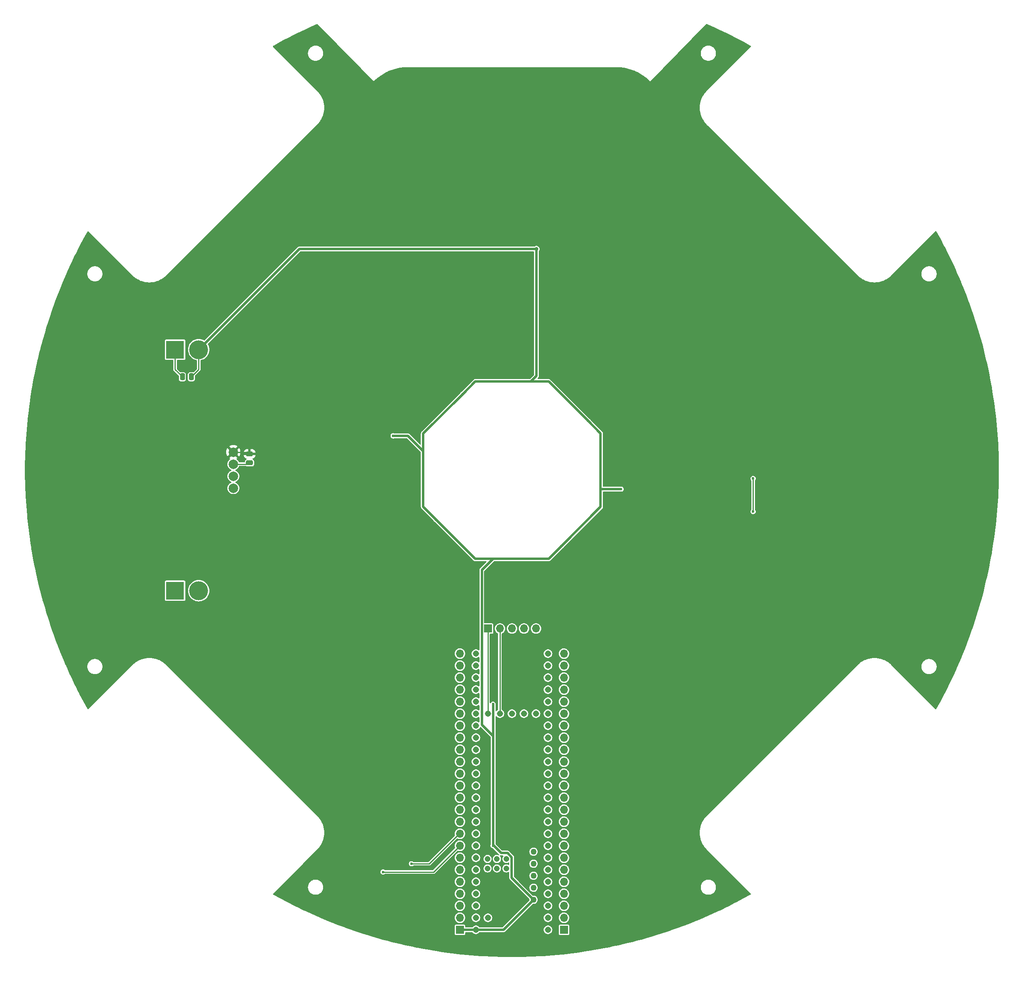
<source format=gbr>
%TF.GenerationSoftware,KiCad,Pcbnew,7.0.6-0*%
%TF.CreationDate,2023-09-14T10:32:23+10:00*%
%TF.ProjectId,Line 3.1,4c696e65-2033-42e3-912e-6b696361645f,rev?*%
%TF.SameCoordinates,Original*%
%TF.FileFunction,Copper,L1,Top*%
%TF.FilePolarity,Positive*%
%FSLAX46Y46*%
G04 Gerber Fmt 4.6, Leading zero omitted, Abs format (unit mm)*
G04 Created by KiCad (PCBNEW 7.0.6-0) date 2023-09-14 10:32:23*
%MOMM*%
%LPD*%
G01*
G04 APERTURE LIST*
G04 Aperture macros list*
%AMRoundRect*
0 Rectangle with rounded corners*
0 $1 Rounding radius*
0 $2 $3 $4 $5 $6 $7 $8 $9 X,Y pos of 4 corners*
0 Add a 4 corners polygon primitive as box body*
4,1,4,$2,$3,$4,$5,$6,$7,$8,$9,$2,$3,0*
0 Add four circle primitives for the rounded corners*
1,1,$1+$1,$2,$3*
1,1,$1+$1,$4,$5*
1,1,$1+$1,$6,$7*
1,1,$1+$1,$8,$9*
0 Add four rect primitives between the rounded corners*
20,1,$1+$1,$2,$3,$4,$5,0*
20,1,$1+$1,$4,$5,$6,$7,0*
20,1,$1+$1,$6,$7,$8,$9,0*
20,1,$1+$1,$8,$9,$2,$3,0*%
G04 Aperture macros list end*
%TA.AperFunction,ComponentPad*%
%ADD10R,3.800000X3.800000*%
%TD*%
%TA.AperFunction,ComponentPad*%
%ADD11C,4.000000*%
%TD*%
%TA.AperFunction,SMDPad,CuDef*%
%ADD12RoundRect,0.250000X-0.475000X0.250000X-0.475000X-0.250000X0.475000X-0.250000X0.475000X0.250000X0*%
%TD*%
%TA.AperFunction,SMDPad,CuDef*%
%ADD13RoundRect,0.250000X0.250000X0.475000X-0.250000X0.475000X-0.250000X-0.475000X0.250000X-0.475000X0*%
%TD*%
%TA.AperFunction,ComponentPad*%
%ADD14R,1.700000X1.700000*%
%TD*%
%TA.AperFunction,ComponentPad*%
%ADD15O,1.700000X1.700000*%
%TD*%
%TA.AperFunction,ComponentPad*%
%ADD16C,1.308000*%
%TD*%
%TA.AperFunction,ComponentPad*%
%ADD17C,1.258000*%
%TD*%
%TA.AperFunction,ComponentPad*%
%ADD18C,1.208000*%
%TD*%
%TA.AperFunction,ComponentPad*%
%ADD19C,2.000000*%
%TD*%
%TA.AperFunction,ViaPad*%
%ADD20C,0.600000*%
%TD*%
%TA.AperFunction,ViaPad*%
%ADD21C,0.800000*%
%TD*%
%TA.AperFunction,Conductor*%
%ADD22C,0.250000*%
%TD*%
%TA.AperFunction,Conductor*%
%ADD23C,0.500000*%
%TD*%
G04 APERTURE END LIST*
D10*
%TO.P,J2,1,Pin_1*%
%TO.N,GND*%
X78750000Y-124500000D03*
D11*
%TO.P,J2,2,Pin_2*%
%TO.N,+5V*%
X83750000Y-124500000D03*
%TD*%
D10*
%TO.P,J4,1,Pin_1*%
%TO.N,/19*%
X78750000Y-175500000D03*
D11*
%TO.P,J4,2,Pin_2*%
%TO.N,/18*%
X83750000Y-175500000D03*
%TD*%
D12*
%TO.P,C1,1*%
%TO.N,+3V3*%
X94500000Y-146550000D03*
%TO.P,C1,2*%
%TO.N,GND*%
X94500000Y-148450000D03*
%TD*%
D13*
%TO.P,C2,1*%
%TO.N,+5V*%
X82200000Y-130250000D03*
%TO.P,C2,2*%
%TO.N,GND*%
X80300000Y-130250000D03*
%TD*%
D14*
%TO.P,J11,1,Pin_1*%
%TO.N,GND*%
X161000000Y-247220000D03*
D15*
%TO.P,J11,2,Pin_2*%
%TO.N,/0*%
X161000000Y-244680000D03*
%TO.P,J11,3,Pin_3*%
%TO.N,/1*%
X161000000Y-242140000D03*
%TO.P,J11,4,Pin_4*%
%TO.N,/2*%
X161000000Y-239600000D03*
%TO.P,J11,5,Pin_5*%
%TO.N,/3*%
X161000000Y-237060000D03*
%TO.P,J11,6,Pin_6*%
%TO.N,/4*%
X161000000Y-234520000D03*
%TO.P,J11,7,Pin_7*%
%TO.N,/5*%
X161000000Y-231980000D03*
%TO.P,J11,8,Pin_8*%
%TO.N,/6*%
X161000000Y-229440000D03*
%TO.P,J11,9,Pin_9*%
%TO.N,/7*%
X161000000Y-226900000D03*
%TO.P,J11,10,Pin_10*%
%TO.N,/8*%
X161000000Y-224360000D03*
%TO.P,J11,11,Pin_11*%
%TO.N,/9*%
X161000000Y-221820000D03*
%TO.P,J11,12,Pin_12*%
%TO.N,/10*%
X161000000Y-219280000D03*
%TO.P,J11,13,Pin_13*%
%TO.N,/11*%
X161000000Y-216740000D03*
%TO.P,J11,14,Pin_14*%
%TO.N,/12*%
X161000000Y-214200000D03*
%TO.P,J11,15,Pin_15*%
%TO.N,unconnected-(J11-Pin_15-Pad15)*%
X161000000Y-211660000D03*
%TO.P,J11,16,Pin_16*%
%TO.N,/24*%
X161000000Y-209120000D03*
%TO.P,J11,17,Pin_17*%
%TO.N,/25*%
X161000000Y-206580000D03*
%TO.P,J11,18,Pin_18*%
%TO.N,/26*%
X161000000Y-204040000D03*
%TO.P,J11,19,Pin_19*%
%TO.N,/27*%
X161000000Y-201500000D03*
%TO.P,J11,20,Pin_20*%
%TO.N,/28*%
X161000000Y-198960000D03*
%TO.P,J11,21,Pin_21*%
%TO.N,/29*%
X161000000Y-196420000D03*
%TO.P,J11,22,Pin_22*%
%TO.N,/30*%
X161000000Y-193880000D03*
%TO.P,J11,23,Pin_23*%
%TO.N,/31*%
X161000000Y-191340000D03*
%TO.P,J11,24,Pin_24*%
%TO.N,/32*%
X161000000Y-188800000D03*
%TD*%
D14*
%TO.P,J12,1,Pin_1*%
%TO.N,+5V*%
X139000000Y-247220000D03*
D15*
%TO.P,J12,2,Pin_2*%
%TO.N,GND*%
X139000000Y-244680000D03*
%TO.P,J12,3,Pin_3*%
%TO.N,unconnected-(J12-Pin_3-Pad3)*%
X139000000Y-242140000D03*
%TO.P,J12,4,Pin_4*%
%TO.N,/23*%
X139000000Y-239600000D03*
%TO.P,J12,5,Pin_5*%
%TO.N,/22*%
X139000000Y-237060000D03*
%TO.P,J12,6,Pin_6*%
%TO.N,/21*%
X139000000Y-234520000D03*
%TO.P,J12,7,Pin_7*%
%TO.N,/20*%
X139000000Y-231980000D03*
%TO.P,J12,8,Pin_8*%
%TO.N,/19*%
X139000000Y-229440000D03*
%TO.P,J12,9,Pin_9*%
%TO.N,/18*%
X139000000Y-226900000D03*
%TO.P,J12,10,Pin_10*%
%TO.N,/17*%
X139000000Y-224360000D03*
%TO.P,J12,11,Pin_11*%
%TO.N,/16*%
X139000000Y-221820000D03*
%TO.P,J12,12,Pin_12*%
%TO.N,/15*%
X139000000Y-219280000D03*
%TO.P,J12,13,Pin_13*%
%TO.N,/14*%
X139000000Y-216740000D03*
%TO.P,J12,14,Pin_14*%
%TO.N,/13*%
X139000000Y-214200000D03*
%TO.P,J12,15,Pin_15*%
%TO.N,GND*%
X139000000Y-211660000D03*
%TO.P,J12,16,Pin_16*%
%TO.N,/41*%
X139000000Y-209120000D03*
%TO.P,J12,17,Pin_17*%
%TO.N,/40*%
X139000000Y-206580000D03*
%TO.P,J12,18,Pin_18*%
%TO.N,/39*%
X139000000Y-204040000D03*
%TO.P,J12,19,Pin_19*%
%TO.N,/38*%
X139000000Y-201500000D03*
%TO.P,J12,20,Pin_20*%
%TO.N,/37*%
X139000000Y-198960000D03*
%TO.P,J12,21,Pin_21*%
%TO.N,/36*%
X139000000Y-196420000D03*
%TO.P,J12,22,Pin_22*%
%TO.N,/35*%
X139000000Y-193880000D03*
%TO.P,J12,23,Pin_23*%
%TO.N,/34*%
X139000000Y-191340000D03*
%TO.P,J12,24,Pin_24*%
%TO.N,/33*%
X139000000Y-188800000D03*
%TD*%
D16*
%TO.P,U8,0,RX1*%
%TO.N,/0*%
X157620000Y-244680000D03*
%TO.P,U8,1,TX1*%
%TO.N,/1*%
X157620000Y-242140000D03*
%TO.P,U8,2,OUT2*%
%TO.N,/2*%
X157620000Y-239600000D03*
%TO.P,U8,3,LRCLK2*%
%TO.N,/3*%
X157620000Y-237060000D03*
%TO.P,U8,3.3V_1,3.3V*%
%TO.N,unconnected-(U8-3.3V-Pad3.3V_1)*%
X157620000Y-211660000D03*
%TO.P,U8,3.3V_2,3.3V__1*%
%TO.N,unconnected-(U8-3.3V__1-Pad3.3V_2)*%
X142380000Y-242140000D03*
%TO.P,U8,3.3V_3,3.3V__2*%
%TO.N,unconnected-(U8-3.3V__2-Pad3.3V_3)*%
X152540000Y-201500000D03*
%TO.P,U8,4,BCLK2*%
%TO.N,/4*%
X157620000Y-234520000D03*
%TO.P,U8,5,IN2*%
%TO.N,/5*%
X157620000Y-231980000D03*
D17*
%TO.P,U8,5V,5V*%
%TO.N,+5V*%
X154570000Y-240870000D03*
D16*
%TO.P,U8,6,OUT1D*%
%TO.N,/6*%
X157620000Y-229440000D03*
%TO.P,U8,7,RX2*%
%TO.N,/7*%
X157620000Y-226900000D03*
%TO.P,U8,8,TX2*%
%TO.N,/8*%
X157620000Y-224360000D03*
%TO.P,U8,9,OUT1C*%
%TO.N,/9*%
X157620000Y-221820000D03*
%TO.P,U8,10,CS1*%
%TO.N,/10*%
X157620000Y-219280000D03*
%TO.P,U8,11,MOSI*%
%TO.N,/11*%
X157620000Y-216740000D03*
%TO.P,U8,12,MISO*%
%TO.N,/12*%
X157620000Y-214200000D03*
%TO.P,U8,13,SCK*%
%TO.N,/13*%
X142380000Y-214200000D03*
%TO.P,U8,14,A0*%
%TO.N,/14*%
X142380000Y-216740000D03*
%TO.P,U8,15,A1*%
%TO.N,/15*%
X142380000Y-219280000D03*
%TO.P,U8,16,A2*%
%TO.N,/16*%
X142380000Y-221820000D03*
%TO.P,U8,17,A3*%
%TO.N,/17*%
X142380000Y-224360000D03*
%TO.P,U8,18,A4*%
%TO.N,/18*%
X142380000Y-226900000D03*
%TO.P,U8,19,A5*%
%TO.N,/19*%
X142380000Y-229440000D03*
%TO.P,U8,20,A6*%
%TO.N,/20*%
X142380000Y-231980000D03*
%TO.P,U8,21,A7*%
%TO.N,/21*%
X142380000Y-234520000D03*
%TO.P,U8,22,A8*%
%TO.N,/22*%
X142380000Y-237060000D03*
%TO.P,U8,23,A9*%
%TO.N,/23*%
X142380000Y-239600000D03*
%TO.P,U8,24,A10*%
%TO.N,/24*%
X157620000Y-209120000D03*
%TO.P,U8,25,A11*%
%TO.N,/25*%
X157620000Y-206580000D03*
%TO.P,U8,26,A12*%
%TO.N,/26*%
X157620000Y-204040000D03*
%TO.P,U8,27,A13*%
%TO.N,/27*%
X157620000Y-201500000D03*
%TO.P,U8,28,RX7*%
%TO.N,/28*%
X157620000Y-198960000D03*
%TO.P,U8,29,TX7*%
%TO.N,/29*%
X157620000Y-196420000D03*
%TO.P,U8,30,CRX3*%
%TO.N,/30*%
X157620000Y-193880000D03*
%TO.P,U8,31,CTX3*%
%TO.N,/31*%
X157620000Y-191340000D03*
%TO.P,U8,32,OUT1B*%
%TO.N,/32*%
X157620000Y-188800000D03*
%TO.P,U8,33,MCLK2*%
%TO.N,/33*%
X142380000Y-188800000D03*
%TO.P,U8,34,RX8*%
%TO.N,/34*%
X142380000Y-191340000D03*
%TO.P,U8,35,TX8*%
%TO.N,/35*%
X142380000Y-193880000D03*
%TO.P,U8,36,CS2*%
%TO.N,/36*%
X142380000Y-196420000D03*
%TO.P,U8,37,CS3*%
%TO.N,/37*%
X142380000Y-198960000D03*
%TO.P,U8,38,A14*%
%TO.N,/38*%
X142380000Y-201500000D03*
%TO.P,U8,39,A15*%
%TO.N,/39*%
X142380000Y-204040000D03*
%TO.P,U8,40,A16*%
%TO.N,/40*%
X142380000Y-206580000D03*
%TO.P,U8,41,A17*%
%TO.N,/41*%
X142380000Y-209120000D03*
D17*
%TO.P,U8,D+,D+*%
%TO.N,unconnected-(U8-PadD+)*%
X154570000Y-235790000D03*
%TO.P,U8,D-,D-*%
%TO.N,unconnected-(U8-PadD-)*%
X154570000Y-238330000D03*
D16*
%TO.P,U8,GND1,GND*%
%TO.N,GND*%
X157620000Y-247220000D03*
%TO.P,U8,GND2,GND__1*%
X142380000Y-211660000D03*
%TO.P,U8,GND3,GND__2*%
X142380000Y-244680000D03*
%TO.P,U8,GND4,GND__3*%
X150000000Y-201500000D03*
D18*
%TO.P,U8,GND5,GND__4*%
X146830000Y-232250000D03*
%TO.P,U8,LED,LED*%
%TO.N,unconnected-(U8-PadLED)*%
X146830000Y-234250000D03*
D16*
%TO.P,U8,ON/OFF,ON/OFF*%
%TO.N,/ON{slash}OFF*%
X144920000Y-201500000D03*
%TO.P,U8,PROGRAM,PROGRAM*%
%TO.N,/PROGRAM*%
X147460000Y-201500000D03*
D18*
%TO.P,U8,R+,R+*%
%TO.N,unconnected-(U8-PadR+)*%
X144830000Y-234250000D03*
%TO.P,U8,R-,R-*%
%TO.N,unconnected-(U8-PadR-)*%
X144830000Y-232250000D03*
%TO.P,U8,T+,T+*%
%TO.N,unconnected-(U8-PadT+)*%
X148830000Y-232250000D03*
%TO.P,U8,T-,T-*%
%TO.N,unconnected-(U8-PadT-)*%
X148830000Y-234250000D03*
D17*
%TO.P,U8,USB_GND1,USB_GND*%
%TO.N,GND*%
X154570000Y-233250000D03*
%TO.P,U8,USB_GND2,USB_GND__1*%
X154570000Y-230710000D03*
D16*
%TO.P,U8,VBAT,VBAT*%
%TO.N,unconnected-(U8-PadVBAT)*%
X155080000Y-201500000D03*
%TO.P,U8,VIN,VIN*%
%TO.N,+5V*%
X142380000Y-247220000D03*
%TO.P,U8,VUSB,VUSB*%
%TO.N,unconnected-(U8-PadVUSB)*%
X144920000Y-244680000D03*
%TD*%
D14*
%TO.P,J13,1,Pin_1*%
%TO.N,/ON{slash}OFF*%
X144925000Y-183500000D03*
D15*
%TO.P,J13,2,Pin_2*%
%TO.N,/PROGRAM*%
X147465000Y-183500000D03*
%TO.P,J13,3,Pin_3*%
%TO.N,GND*%
X150005000Y-183500000D03*
%TO.P,J13,4,Pin_4*%
%TO.N,unconnected-(J13-Pin_4-Pad4)*%
X152545000Y-183500000D03*
%TO.P,J13,5,Pin_5*%
%TO.N,unconnected-(J13-Pin_5-Pad5)*%
X155085000Y-183500000D03*
%TD*%
D19*
%TO.P,U1,1,SHDN*%
%TO.N,unconnected-(U1-SHDN-Pad1)*%
X91080000Y-153810000D03*
%TO.P,U1,2,VIN*%
%TO.N,+5V*%
X91080000Y-151270000D03*
%TO.P,U1,3,GND*%
%TO.N,GND*%
X91080000Y-148730000D03*
%TO.P,U1,4,VOUT*%
%TO.N,+3V3*%
X91080000Y-146190000D03*
%TD*%
D20*
%TO.N,+5V*%
X146000000Y-229424508D03*
X154000000Y-131250000D03*
X168750000Y-154000000D03*
X146000000Y-168750000D03*
X131250000Y-146000000D03*
X160429825Y-166086679D03*
X133913321Y-160429825D03*
X124875000Y-142750000D03*
D21*
X155181877Y-103218715D03*
D20*
X139570175Y-133913321D03*
X146000000Y-199510000D03*
X173074500Y-154000000D03*
X166086679Y-139570175D03*
%TO.N,/18*%
X128750000Y-233250000D03*
%TO.N,/19*%
X122750000Y-235000000D03*
%TO.N,/27*%
X201000000Y-158750000D03*
X201000000Y-151750000D03*
%TO.N,+3V3*%
X148250000Y-170000000D03*
X230000000Y-151750000D03*
X151750000Y-130000000D03*
X70000000Y-148250000D03*
X148250000Y-230000000D03*
X162904699Y-165379572D03*
X170000000Y-151750000D03*
X151750000Y-100000000D03*
X134620428Y-162904699D03*
X130000000Y-148250000D03*
X137095301Y-134620428D03*
X151750000Y-70000000D03*
X148250000Y-200000000D03*
X200000000Y-151750000D03*
X165379572Y-137095301D03*
X100000000Y-148250000D03*
%TD*%
D22*
%TO.N,GND*%
X94220000Y-148730000D02*
X91080000Y-148730000D01*
X80300000Y-130250000D02*
X78750000Y-128700000D01*
X78750000Y-128700000D02*
X78750000Y-124500000D01*
X94500000Y-148450000D02*
X94220000Y-148730000D01*
D23*
%TO.N,+5V*%
X146000000Y-229250000D02*
X147750000Y-231000000D01*
X139570175Y-133913321D02*
X142233496Y-131250000D01*
X147750000Y-231000000D02*
X149070582Y-231000000D01*
X139000000Y-247220000D02*
X148220000Y-247220000D01*
X128000000Y-142750000D02*
X131250000Y-146000000D01*
X149959418Y-231888836D02*
X149959418Y-236259418D01*
X105031285Y-103218715D02*
X155181877Y-103218715D01*
X146024000Y-199534000D02*
X146024000Y-206250000D01*
X124875000Y-142750000D02*
X128000000Y-142750000D01*
X149959418Y-236259418D02*
X154570000Y-240870000D01*
X146000000Y-168750000D02*
X142233496Y-168750000D01*
X131250000Y-146000000D02*
X131250000Y-142233496D01*
X143625000Y-203851000D02*
X143625000Y-171125000D01*
X83750000Y-124500000D02*
X105031285Y-103218715D01*
X166086679Y-139570175D02*
X168750000Y-142233496D01*
X142233495Y-131250000D02*
X153999999Y-131250000D01*
X142233496Y-168750000D02*
X133913321Y-160429825D01*
X149070582Y-231000000D02*
X149959418Y-231888836D01*
X168750000Y-157766504D02*
X160429825Y-166086679D01*
X173074500Y-154000000D02*
X168750000Y-154000000D01*
X157766505Y-168750000D02*
X146000001Y-168750000D01*
X155181877Y-130068123D02*
X155181877Y-103218715D01*
D22*
X82200000Y-130250000D02*
X83750000Y-128700000D01*
D23*
X148220000Y-247220000D02*
X154570000Y-240870000D01*
X143625000Y-171125000D02*
X146000000Y-168750000D01*
X154000000Y-131250000D02*
X157766504Y-131250000D01*
X146024000Y-229226000D02*
X146024000Y-206250000D01*
X131250000Y-157766505D02*
X131250000Y-146000001D01*
X131250000Y-142233496D02*
X139570175Y-133913321D01*
X157766504Y-131250000D02*
X166086679Y-139570175D01*
X133913321Y-160429825D02*
X131250000Y-157766504D01*
X160429825Y-166086679D02*
X157766504Y-168750000D01*
X146000000Y-229250000D02*
X146024000Y-229226000D01*
D22*
X83750000Y-128700000D02*
X83750000Y-124500000D01*
D23*
X146000000Y-199510000D02*
X146024000Y-199534000D01*
X154000000Y-131250000D02*
X155181877Y-130068123D01*
X168750000Y-142233495D02*
X168750000Y-153999999D01*
X146024000Y-206250000D02*
X143625000Y-203851000D01*
X168750000Y-154000000D02*
X168750000Y-157766504D01*
D22*
%TO.N,/18*%
X128750000Y-233250000D02*
X132500000Y-233250000D01*
X138890000Y-227010000D02*
X139000000Y-226900000D01*
X138850000Y-226900000D02*
X139000000Y-226900000D01*
X132500000Y-233250000D02*
X138850000Y-226900000D01*
%TO.N,/19*%
X122750000Y-235000000D02*
X133440000Y-235000000D01*
X133440000Y-235000000D02*
X139000000Y-229440000D01*
%TO.N,/27*%
X201000000Y-151750000D02*
X201000000Y-158750000D01*
%TO.N,/ON{slash}OFF*%
X144925000Y-183500000D02*
X144920000Y-183505000D01*
X144920000Y-183505000D02*
X144920000Y-201500000D01*
%TO.N,/PROGRAM*%
X147460000Y-201500000D02*
X147460000Y-183505000D01*
X147460000Y-183505000D02*
X147465000Y-183500000D01*
%TO.N,+3V3*%
X94140000Y-146190000D02*
X91080000Y-146190000D01*
X94500000Y-146550000D02*
X94140000Y-146190000D01*
%TD*%
%TA.AperFunction,Conductor*%
%TO.N,+3V3*%
G36*
X108876006Y-55645321D02*
G01*
X108882398Y-55651373D01*
X117286841Y-64193954D01*
X117286842Y-64193954D01*
X117970915Y-64889271D01*
X118080325Y-65000479D01*
X118080326Y-65000480D01*
X120730238Y-67693948D01*
X120730589Y-67694605D01*
X120758345Y-67722516D01*
X120758691Y-67722867D01*
X120758694Y-67722867D01*
X120758695Y-67722868D01*
X120758696Y-67722867D01*
X120758749Y-67722867D01*
X120759071Y-67722548D01*
X120759076Y-67722547D01*
X120759077Y-67722542D01*
X120760257Y-67721379D01*
X120928547Y-67563052D01*
X121186395Y-67321514D01*
X121188792Y-67319388D01*
X121405557Y-67137185D01*
X121644138Y-66939259D01*
X121646468Y-66937420D01*
X121879941Y-66762474D01*
X122123362Y-66584131D01*
X122125488Y-66582645D01*
X122371351Y-66419041D01*
X122623332Y-66256785D01*
X122880563Y-66105645D01*
X123140383Y-65959674D01*
X123406467Y-65822730D01*
X123673901Y-65693001D01*
X123947557Y-65570994D01*
X124222054Y-65457700D01*
X124502156Y-65351158D01*
X124783208Y-65254510D01*
X125068455Y-65163907D01*
X125355603Y-65084132D01*
X125644506Y-65009859D01*
X125937608Y-64947150D01*
X126227217Y-64889734D01*
X126229866Y-64889271D01*
X126528205Y-64844013D01*
X126817057Y-64803368D01*
X126820012Y-64803026D01*
X127128885Y-64775050D01*
X127410903Y-64751339D01*
X127414100Y-64751156D01*
X127767367Y-64740515D01*
X127999900Y-64734013D01*
X128000400Y-64734013D01*
X171999400Y-64734013D01*
X171999900Y-64734013D01*
X172232600Y-64740520D01*
X172585695Y-64751156D01*
X172588900Y-64751339D01*
X172870927Y-64775051D01*
X173179777Y-64803026D01*
X173182752Y-64803369D01*
X173471530Y-64844004D01*
X173769963Y-64889277D01*
X173772591Y-64889736D01*
X174062115Y-64947135D01*
X174355276Y-65009855D01*
X174644204Y-65084134D01*
X174931377Y-65163918D01*
X175216546Y-65254496D01*
X175497698Y-65351178D01*
X175747297Y-65446119D01*
X175777677Y-65457675D01*
X176052270Y-65571007D01*
X176129171Y-65605292D01*
X176325894Y-65692999D01*
X176593357Y-65822743D01*
X176859383Y-65959657D01*
X176859397Y-65959664D01*
X177119288Y-66105676D01*
X177180262Y-66141502D01*
X177376461Y-66256782D01*
X177628569Y-66419121D01*
X177874194Y-66582568D01*
X177876488Y-66584169D01*
X178120008Y-66762587D01*
X178353286Y-66937386D01*
X178355671Y-66939268D01*
X178594405Y-67137322D01*
X178657441Y-67190307D01*
X178810953Y-67319342D01*
X178813418Y-67321529D01*
X179071317Y-67563115D01*
X179071360Y-67563155D01*
X179239372Y-67721220D01*
X179241051Y-67722868D01*
X179241104Y-67722867D01*
X179241105Y-67722868D01*
X179241105Y-67722867D01*
X179241108Y-67722867D01*
X179241455Y-67722516D01*
X179275923Y-67687853D01*
X179277485Y-67685892D01*
X181919474Y-65000480D01*
X181919474Y-65000479D01*
X182713098Y-64193812D01*
X182713098Y-64193811D01*
X185076307Y-61791759D01*
X189933843Y-61791759D01*
X189941567Y-61889902D01*
X189941758Y-61894768D01*
X189941758Y-61908672D01*
X189940604Y-61912600D01*
X189941204Y-61920217D01*
X189943134Y-61926190D01*
X189945313Y-61939938D01*
X189945885Y-61944777D01*
X189950129Y-61998691D01*
X189953609Y-62042908D01*
X189953610Y-62042912D01*
X189953610Y-62042913D01*
X189976585Y-62138615D01*
X189977535Y-62143387D01*
X189979713Y-62157138D01*
X189979188Y-62161197D01*
X189980973Y-62168631D01*
X189983819Y-62174240D01*
X189988119Y-62187476D01*
X189989440Y-62192159D01*
X190012419Y-62287874D01*
X190050089Y-62378815D01*
X190051773Y-62383382D01*
X190056072Y-62396611D01*
X190056189Y-62400701D01*
X190059113Y-62407761D01*
X190062801Y-62412855D01*
X190069111Y-62425240D01*
X190071149Y-62429661D01*
X190108824Y-62520617D01*
X190160268Y-62604567D01*
X190162647Y-62608814D01*
X190168954Y-62621192D01*
X190169710Y-62625218D01*
X190173703Y-62631734D01*
X190178137Y-62636182D01*
X190186319Y-62647443D01*
X190189024Y-62651492D01*
X190231173Y-62720270D01*
X190240456Y-62735419D01*
X190240463Y-62735427D01*
X190304385Y-62810270D01*
X190307399Y-62814093D01*
X190315582Y-62825356D01*
X190316956Y-62829208D01*
X190321918Y-62835017D01*
X190326995Y-62838719D01*
X190336832Y-62848555D01*
X190340131Y-62852123D01*
X190404068Y-62926984D01*
X190478932Y-62990924D01*
X190482493Y-62994216D01*
X190492331Y-63004054D01*
X190494291Y-63007644D01*
X190500095Y-63012601D01*
X190505683Y-63015460D01*
X190505687Y-63015463D01*
X190516954Y-63023649D01*
X190520775Y-63026661D01*
X190595633Y-63090596D01*
X190595635Y-63090597D01*
X190679556Y-63142024D01*
X190683605Y-63144729D01*
X190694867Y-63152912D01*
X190697365Y-63156152D01*
X190703876Y-63160141D01*
X190709854Y-63162095D01*
X190722246Y-63168409D01*
X190726471Y-63170774D01*
X190810433Y-63222226D01*
X190810438Y-63222228D01*
X190901384Y-63259899D01*
X190905808Y-63261938D01*
X190918197Y-63268251D01*
X190921172Y-63271061D01*
X190928221Y-63273981D01*
X190934428Y-63274974D01*
X190947682Y-63279281D01*
X190952211Y-63280952D01*
X191008806Y-63304394D01*
X191043177Y-63318632D01*
X191043178Y-63318633D01*
X191073723Y-63325965D01*
X191138926Y-63341619D01*
X191143557Y-63342925D01*
X191156815Y-63347233D01*
X191160193Y-63349542D01*
X191167621Y-63351325D01*
X191173906Y-63351337D01*
X191187657Y-63353515D01*
X191192433Y-63354465D01*
X191288144Y-63377443D01*
X191386295Y-63385167D01*
X191391109Y-63385738D01*
X191404854Y-63387915D01*
X191408551Y-63389667D01*
X191416164Y-63390267D01*
X191422381Y-63389294D01*
X191436284Y-63389294D01*
X191441150Y-63389485D01*
X191539292Y-63397209D01*
X191637433Y-63389485D01*
X191642300Y-63389294D01*
X191656201Y-63389294D01*
X191660128Y-63390447D01*
X191667749Y-63389847D01*
X191673735Y-63387913D01*
X191687471Y-63385738D01*
X191692270Y-63385169D01*
X191790440Y-63377443D01*
X191886165Y-63354461D01*
X191890924Y-63353515D01*
X191893705Y-63353074D01*
X191904674Y-63351337D01*
X191908733Y-63351861D01*
X191916161Y-63350078D01*
X191921769Y-63347232D01*
X191935026Y-63342925D01*
X191939646Y-63341621D01*
X192035403Y-63318633D01*
X192126390Y-63280944D01*
X192130891Y-63279284D01*
X192144154Y-63274974D01*
X192148239Y-63274858D01*
X192155294Y-63271936D01*
X192160381Y-63268253D01*
X192172792Y-63261929D01*
X192177165Y-63259913D01*
X192268151Y-63222226D01*
X192352106Y-63170777D01*
X192356317Y-63168419D01*
X192368727Y-63162095D01*
X192372750Y-63161340D01*
X192379259Y-63157351D01*
X192383710Y-63152916D01*
X192394966Y-63144737D01*
X192398993Y-63142045D01*
X192482951Y-63090596D01*
X192557824Y-63026648D01*
X192561606Y-63023666D01*
X192572897Y-63015462D01*
X192576742Y-63014091D01*
X192582548Y-63009132D01*
X192586249Y-63004057D01*
X192596102Y-62994204D01*
X192599638Y-62990935D01*
X192674516Y-62926984D01*
X192738467Y-62852106D01*
X192741736Y-62848570D01*
X192751588Y-62838718D01*
X192755175Y-62836759D01*
X192760135Y-62830952D01*
X192762995Y-62825365D01*
X192763002Y-62825356D01*
X192771198Y-62814074D01*
X192774180Y-62810292D01*
X192838128Y-62735419D01*
X192889577Y-62651461D01*
X192892269Y-62647434D01*
X192900448Y-62636178D01*
X192903686Y-62633680D01*
X192907672Y-62627175D01*
X192909628Y-62621195D01*
X192909630Y-62621192D01*
X192915951Y-62608785D01*
X192918314Y-62604567D01*
X192969758Y-62520619D01*
X193007445Y-62429633D01*
X193009461Y-62425260D01*
X193015784Y-62412851D01*
X193018591Y-62409879D01*
X193021512Y-62402828D01*
X193022506Y-62396625D01*
X193026816Y-62383359D01*
X193028476Y-62378858D01*
X193066165Y-62287871D01*
X193066607Y-62286033D01*
X193070380Y-62270311D01*
X193089152Y-62192118D01*
X193090463Y-62187476D01*
X193094766Y-62174232D01*
X193097075Y-62170855D01*
X193098857Y-62163436D01*
X193098869Y-62157142D01*
X193101047Y-62143392D01*
X193101993Y-62138633D01*
X193124975Y-62042908D01*
X193132701Y-61944738D01*
X193133270Y-61939938D01*
X193136826Y-61917489D01*
X193136826Y-61917486D01*
X193137493Y-61913276D01*
X193137493Y-61913270D01*
X193137794Y-61911369D01*
X193137046Y-61906262D01*
X193137447Y-61885800D01*
X193137626Y-61882160D01*
X193144741Y-61791760D01*
X193137625Y-61701353D01*
X193137447Y-61697708D01*
X193137271Y-61688750D01*
X193137046Y-61677253D01*
X193138031Y-61673638D01*
X193133270Y-61643577D01*
X193132699Y-61638763D01*
X193124975Y-61540612D01*
X193101997Y-61444900D01*
X193101047Y-61440125D01*
X193098869Y-61426374D01*
X193099393Y-61422318D01*
X193097611Y-61414897D01*
X193094765Y-61409285D01*
X193090457Y-61396025D01*
X193089151Y-61391394D01*
X193073497Y-61326191D01*
X193066165Y-61295646D01*
X193066164Y-61295645D01*
X193051926Y-61261274D01*
X193028484Y-61204679D01*
X193026813Y-61200150D01*
X193022506Y-61186897D01*
X193022390Y-61182807D01*
X193019472Y-61175763D01*
X193015783Y-61170665D01*
X193009470Y-61158276D01*
X193007431Y-61153852D01*
X192969760Y-61062906D01*
X192969758Y-61062901D01*
X192918306Y-60978939D01*
X192915941Y-60974714D01*
X192909627Y-60962322D01*
X192908871Y-60958298D01*
X192904884Y-60951792D01*
X192900444Y-60947335D01*
X192892261Y-60936073D01*
X192889556Y-60932024D01*
X192838129Y-60848103D01*
X192838128Y-60848101D01*
X192774192Y-60773241D01*
X192771181Y-60769422D01*
X192762993Y-60758152D01*
X192761620Y-60754304D01*
X192756670Y-60748508D01*
X192751586Y-60744799D01*
X192741748Y-60734961D01*
X192738456Y-60731400D01*
X192674516Y-60656536D01*
X192599655Y-60592599D01*
X192596087Y-60589300D01*
X192586251Y-60579463D01*
X192584291Y-60575873D01*
X192578488Y-60570917D01*
X192572888Y-60568050D01*
X192561625Y-60559867D01*
X192557802Y-60556853D01*
X192482959Y-60492931D01*
X192482951Y-60492924D01*
X192467802Y-60483641D01*
X192399024Y-60441492D01*
X192394975Y-60438787D01*
X192383714Y-60430605D01*
X192381217Y-60427367D01*
X192374713Y-60423381D01*
X192368730Y-60421425D01*
X192363497Y-60418759D01*
X192356332Y-60415107D01*
X192352092Y-60412732D01*
X192268149Y-60361292D01*
X192177197Y-60323619D01*
X192172778Y-60321582D01*
X192160391Y-60315271D01*
X192157414Y-60312460D01*
X192150356Y-60309536D01*
X192144143Y-60308540D01*
X192130914Y-60304241D01*
X192126347Y-60302557D01*
X192035406Y-60264887D01*
X191939691Y-60241908D01*
X191935008Y-60240587D01*
X191921772Y-60236287D01*
X191918392Y-60233976D01*
X191910965Y-60232193D01*
X191904670Y-60232181D01*
X191890919Y-60230003D01*
X191886147Y-60229053D01*
X191790444Y-60206078D01*
X191790440Y-60206077D01*
X191746223Y-60202597D01*
X191692309Y-60198353D01*
X191687470Y-60197781D01*
X191673722Y-60195602D01*
X191670029Y-60193851D01*
X191662422Y-60193252D01*
X191656204Y-60194226D01*
X191642300Y-60194226D01*
X191637434Y-60194035D01*
X191539292Y-60186311D01*
X191441150Y-60194035D01*
X191436284Y-60194226D01*
X191422379Y-60194226D01*
X191418450Y-60193072D01*
X191410840Y-60193671D01*
X191404860Y-60195603D01*
X191391111Y-60197781D01*
X191386273Y-60198354D01*
X191288143Y-60206077D01*
X191288137Y-60206078D01*
X191192432Y-60229055D01*
X191187654Y-60230005D01*
X191173900Y-60232183D01*
X191169843Y-60231658D01*
X191162426Y-60233439D01*
X191156821Y-60236283D01*
X191143579Y-60240586D01*
X191138891Y-60241908D01*
X191043184Y-60264885D01*
X190952231Y-60302558D01*
X190947661Y-60304244D01*
X190934431Y-60308543D01*
X190930343Y-60308659D01*
X190923286Y-60311582D01*
X190918192Y-60315270D01*
X190905805Y-60321581D01*
X190901388Y-60323617D01*
X190810433Y-60361294D01*
X190726493Y-60412730D01*
X190722246Y-60415109D01*
X190709856Y-60421422D01*
X190705831Y-60422177D01*
X190699322Y-60426166D01*
X190694871Y-60430603D01*
X190683608Y-60438786D01*
X190679559Y-60441492D01*
X190595631Y-60492925D01*
X190520773Y-60556859D01*
X190516949Y-60559873D01*
X190505690Y-60568053D01*
X190501841Y-60569426D01*
X190496035Y-60574384D01*
X190492332Y-60579462D01*
X190482494Y-60589301D01*
X190478918Y-60592606D01*
X190404067Y-60656535D01*
X190340138Y-60731386D01*
X190336833Y-60734962D01*
X190326994Y-60744800D01*
X190323407Y-60746758D01*
X190318447Y-60752565D01*
X190315585Y-60758158D01*
X190307405Y-60769417D01*
X190304391Y-60773241D01*
X190240457Y-60848099D01*
X190189024Y-60932027D01*
X190186318Y-60936076D01*
X190178135Y-60947339D01*
X190174896Y-60949836D01*
X190170908Y-60956342D01*
X190168954Y-60962324D01*
X190162641Y-60974714D01*
X190160262Y-60978961D01*
X190108826Y-61062901D01*
X190071149Y-61153856D01*
X190069113Y-61158273D01*
X190062802Y-61170660D01*
X190059992Y-61173634D01*
X190057069Y-61180693D01*
X190056075Y-61186899D01*
X190051776Y-61200129D01*
X190050090Y-61204699D01*
X190012417Y-61295652D01*
X189989440Y-61391359D01*
X189988118Y-61396047D01*
X189983815Y-61409289D01*
X189981506Y-61412664D01*
X189979725Y-61420081D01*
X189979715Y-61426368D01*
X189977537Y-61440122D01*
X189976587Y-61444900D01*
X189953610Y-61540605D01*
X189953609Y-61540611D01*
X189945886Y-61638741D01*
X189945313Y-61643579D01*
X189943135Y-61657328D01*
X189941383Y-61661022D01*
X189940784Y-61668632D01*
X189941758Y-61674846D01*
X189941758Y-61688750D01*
X189941567Y-61693616D01*
X189933843Y-61791759D01*
X185076307Y-61791759D01*
X191117401Y-55651372D01*
X191178447Y-55617391D01*
X191248177Y-55621807D01*
X191256337Y-55625107D01*
X191443937Y-55708850D01*
X192937829Y-56378787D01*
X193624245Y-56699419D01*
X194714159Y-57215373D01*
X195456853Y-57577927D01*
X196489714Y-58093136D01*
X197226118Y-58468383D01*
X198130761Y-58943117D01*
X198294004Y-59028783D01*
X198962845Y-59384171D01*
X199925368Y-59914806D01*
X200396570Y-60174578D01*
X200507384Y-60235917D01*
X200556502Y-60285604D01*
X200570961Y-60353961D01*
X200546168Y-60419284D01*
X200535011Y-60432085D01*
X191185295Y-69781801D01*
X191185259Y-69781840D01*
X191042273Y-69924825D01*
X191042273Y-69924826D01*
X190884628Y-70110955D01*
X190831509Y-70168926D01*
X190824758Y-70181644D01*
X190774929Y-70240478D01*
X190774929Y-70240479D01*
X190616096Y-70462937D01*
X190576629Y-70514370D01*
X190572535Y-70523948D01*
X190534575Y-70577115D01*
X190534574Y-70577116D01*
X190376730Y-70842010D01*
X190352246Y-70880443D01*
X190350257Y-70886440D01*
X190322836Y-70932458D01*
X190322835Y-70932459D01*
X190168343Y-71248480D01*
X190160026Y-71264455D01*
X190159534Y-71266498D01*
X190141160Y-71304084D01*
X190141159Y-71304085D01*
X190041633Y-71559149D01*
X189990801Y-71689422D01*
X189872773Y-72085870D01*
X189787887Y-72490711D01*
X189787887Y-72490713D01*
X189787886Y-72490713D01*
X189736722Y-72901175D01*
X189719628Y-73314470D01*
X189736722Y-73727765D01*
X189787886Y-74138227D01*
X189787887Y-74138227D01*
X189787887Y-74138229D01*
X189872773Y-74543070D01*
X189990801Y-74939518D01*
X190041633Y-75069790D01*
X190141159Y-75324855D01*
X190141159Y-75324854D01*
X190141162Y-75324861D01*
X190141164Y-75324865D01*
X190159533Y-75362440D01*
X190159811Y-75364069D01*
X190168327Y-75380427D01*
X190322835Y-75696481D01*
X190322836Y-75696481D01*
X190350255Y-75742496D01*
X190350256Y-75742498D01*
X190351496Y-75747319D01*
X190376733Y-75786934D01*
X190534574Y-76051824D01*
X190534574Y-76051825D01*
X190572533Y-76104989D01*
X190575226Y-76112740D01*
X190616088Y-76165991D01*
X190774929Y-76388461D01*
X190824753Y-76447288D01*
X190829344Y-76457650D01*
X190884621Y-76517975D01*
X191042273Y-76704114D01*
X191181375Y-76843215D01*
X191181388Y-76843230D01*
X191188445Y-76850287D01*
X191188446Y-76850288D01*
X223149388Y-108811230D01*
X223149389Y-108811230D01*
X223149742Y-108811584D01*
X223149742Y-108811583D01*
X223204606Y-108866604D01*
X223208285Y-108870125D01*
X223295986Y-108957827D01*
X223295985Y-108957827D01*
X223365277Y-109016513D01*
X223482130Y-109115483D01*
X223540090Y-109168594D01*
X223552809Y-109175345D01*
X223611639Y-109225171D01*
X223834118Y-109384018D01*
X223885543Y-109423478D01*
X223895119Y-109427572D01*
X223925594Y-109449330D01*
X223948278Y-109465526D01*
X223948283Y-109465529D01*
X223948282Y-109465529D01*
X224213145Y-109623353D01*
X224251607Y-109647856D01*
X224257599Y-109649842D01*
X224303619Y-109677264D01*
X224303619Y-109677263D01*
X224303620Y-109677264D01*
X224619694Y-109831782D01*
X224635644Y-109840086D01*
X224637675Y-109840573D01*
X224675235Y-109858935D01*
X224675238Y-109858936D01*
X224675246Y-109858940D01*
X224675245Y-109858940D01*
X224908630Y-109950006D01*
X225060582Y-110009298D01*
X225457030Y-110127326D01*
X225861871Y-110212212D01*
X225861873Y-110212212D01*
X225861873Y-110212213D01*
X226272335Y-110263377D01*
X226685630Y-110280471D01*
X227098925Y-110263377D01*
X227509387Y-110212213D01*
X227509387Y-110212212D01*
X227509389Y-110212212D01*
X227914230Y-110127326D01*
X228310678Y-110009298D01*
X228462630Y-109950006D01*
X228696015Y-109858940D01*
X228696014Y-109858940D01*
X228696021Y-109858936D01*
X228696025Y-109858935D01*
X228733582Y-109840574D01*
X228735209Y-109840296D01*
X228751528Y-109831801D01*
X229067640Y-109677264D01*
X229067641Y-109677263D01*
X229067641Y-109677264D01*
X229081384Y-109669073D01*
X229113660Y-109649841D01*
X229118478Y-109648602D01*
X229158067Y-109623380D01*
X229292729Y-109543139D01*
X229422978Y-109465529D01*
X229422977Y-109465530D01*
X229476138Y-109427574D01*
X229483885Y-109424881D01*
X229537108Y-109384041D01*
X229691793Y-109273599D01*
X229759621Y-109225171D01*
X229759626Y-109225167D01*
X229818448Y-109175347D01*
X229828810Y-109170755D01*
X229889110Y-109115499D01*
X229997392Y-109023789D01*
X230075268Y-108957833D01*
X230078020Y-108955081D01*
X230209527Y-108823571D01*
X230209534Y-108823567D01*
X230221446Y-108811654D01*
X230221448Y-108811654D01*
X230572295Y-108460807D01*
X236602891Y-108460807D01*
X236610615Y-108558952D01*
X236610806Y-108563824D01*
X236610805Y-108577731D01*
X236609652Y-108581653D01*
X236610252Y-108589265D01*
X236612182Y-108595238D01*
X236614361Y-108608986D01*
X236614933Y-108613825D01*
X236619177Y-108667739D01*
X236622657Y-108711956D01*
X236622658Y-108711960D01*
X236622658Y-108711961D01*
X236645633Y-108807663D01*
X236646583Y-108812435D01*
X236648761Y-108826186D01*
X236648236Y-108830245D01*
X236650021Y-108837679D01*
X236652867Y-108843288D01*
X236657167Y-108856524D01*
X236658488Y-108861207D01*
X236681467Y-108956922D01*
X236719137Y-109047863D01*
X236720821Y-109052430D01*
X236725120Y-109065659D01*
X236725237Y-109069749D01*
X236728161Y-109076809D01*
X236731849Y-109081903D01*
X236738159Y-109094288D01*
X236740197Y-109098709D01*
X236777872Y-109189665D01*
X236829316Y-109273615D01*
X236831695Y-109277862D01*
X236838002Y-109290240D01*
X236838758Y-109294266D01*
X236842751Y-109300782D01*
X236847185Y-109305230D01*
X236855367Y-109316491D01*
X236858072Y-109320540D01*
X236896973Y-109384018D01*
X236909504Y-109404467D01*
X236961653Y-109465526D01*
X236973433Y-109479318D01*
X236976447Y-109483141D01*
X236984630Y-109494404D01*
X236986004Y-109498256D01*
X236990966Y-109504065D01*
X236996043Y-109507767D01*
X237005880Y-109517603D01*
X237009179Y-109521171D01*
X237073116Y-109596032D01*
X237147980Y-109659972D01*
X237151541Y-109663264D01*
X237161379Y-109673102D01*
X237163339Y-109676692D01*
X237169143Y-109681649D01*
X237174731Y-109684508D01*
X237174735Y-109684511D01*
X237186002Y-109692697D01*
X237189823Y-109695709D01*
X237264681Y-109759644D01*
X237277014Y-109767202D01*
X237348604Y-109811072D01*
X237352653Y-109813777D01*
X237363915Y-109821960D01*
X237366413Y-109825200D01*
X237372924Y-109829189D01*
X237378902Y-109831143D01*
X237391294Y-109837457D01*
X237395519Y-109839822D01*
X237479481Y-109891274D01*
X237479486Y-109891276D01*
X237570432Y-109928947D01*
X237574856Y-109930986D01*
X237587245Y-109937299D01*
X237590220Y-109940109D01*
X237597269Y-109943029D01*
X237603476Y-109944022D01*
X237616730Y-109948329D01*
X237621259Y-109950000D01*
X237677854Y-109973442D01*
X237712225Y-109987680D01*
X237712226Y-109987681D01*
X237742771Y-109995013D01*
X237807974Y-110010667D01*
X237812605Y-110011973D01*
X237825863Y-110016281D01*
X237829241Y-110018590D01*
X237836669Y-110020373D01*
X237842954Y-110020385D01*
X237856705Y-110022563D01*
X237861481Y-110023513D01*
X237957192Y-110046491D01*
X238055343Y-110054215D01*
X238060157Y-110054786D01*
X238073902Y-110056963D01*
X238077599Y-110058715D01*
X238085212Y-110059315D01*
X238091429Y-110058342D01*
X238105332Y-110058342D01*
X238110198Y-110058533D01*
X238208340Y-110066257D01*
X238306481Y-110058533D01*
X238311348Y-110058342D01*
X238325249Y-110058342D01*
X238329176Y-110059495D01*
X238336797Y-110058895D01*
X238342783Y-110056961D01*
X238356519Y-110054786D01*
X238361318Y-110054217D01*
X238459488Y-110046491D01*
X238555213Y-110023509D01*
X238559972Y-110022563D01*
X238562753Y-110022122D01*
X238573722Y-110020385D01*
X238577781Y-110020909D01*
X238585209Y-110019126D01*
X238590817Y-110016280D01*
X238604074Y-110011973D01*
X238608694Y-110010669D01*
X238704451Y-109987681D01*
X238795438Y-109949992D01*
X238799939Y-109948332D01*
X238813202Y-109944022D01*
X238817287Y-109943906D01*
X238824342Y-109940984D01*
X238829429Y-109937301D01*
X238841840Y-109930977D01*
X238846213Y-109928961D01*
X238937199Y-109891274D01*
X239021154Y-109839825D01*
X239025365Y-109837467D01*
X239037775Y-109831143D01*
X239041798Y-109830388D01*
X239048307Y-109826399D01*
X239052758Y-109821964D01*
X239064014Y-109813785D01*
X239068041Y-109811093D01*
X239151999Y-109759644D01*
X239226872Y-109695696D01*
X239230654Y-109692714D01*
X239241945Y-109684510D01*
X239245790Y-109683139D01*
X239251596Y-109678180D01*
X239255297Y-109673105D01*
X239265150Y-109663252D01*
X239268686Y-109659983D01*
X239343564Y-109596032D01*
X239407515Y-109521154D01*
X239410784Y-109517618D01*
X239420636Y-109507766D01*
X239424223Y-109505807D01*
X239429183Y-109500000D01*
X239432043Y-109494413D01*
X239432050Y-109494404D01*
X239440246Y-109483122D01*
X239443228Y-109479340D01*
X239507176Y-109404467D01*
X239558625Y-109320509D01*
X239561317Y-109316482D01*
X239569496Y-109305226D01*
X239572734Y-109302728D01*
X239576720Y-109296223D01*
X239578676Y-109290243D01*
X239578678Y-109290240D01*
X239584999Y-109277833D01*
X239587362Y-109273615D01*
X239638806Y-109189667D01*
X239676493Y-109098681D01*
X239678509Y-109094308D01*
X239684832Y-109081899D01*
X239687639Y-109078927D01*
X239690560Y-109071876D01*
X239691554Y-109065673D01*
X239695864Y-109052407D01*
X239697524Y-109047906D01*
X239735213Y-108956919D01*
X239758201Y-108861163D01*
X239759511Y-108856524D01*
X239763814Y-108843278D01*
X239766123Y-108839901D01*
X239767905Y-108832484D01*
X239767917Y-108826190D01*
X239768333Y-108823567D01*
X239770096Y-108812435D01*
X239771041Y-108807681D01*
X239794023Y-108711956D01*
X239801749Y-108613786D01*
X239802318Y-108608986D01*
X239805874Y-108586537D01*
X239805874Y-108586534D01*
X239806541Y-108582324D01*
X239806541Y-108582318D01*
X239806842Y-108580417D01*
X239806094Y-108575310D01*
X239806319Y-108563824D01*
X239806495Y-108554848D01*
X239806674Y-108551208D01*
X239813789Y-108460808D01*
X239806673Y-108370401D01*
X239806495Y-108366756D01*
X239806319Y-108357798D01*
X239806094Y-108346301D01*
X239807079Y-108342686D01*
X239802318Y-108312625D01*
X239801747Y-108307811D01*
X239794023Y-108209660D01*
X239771045Y-108113948D01*
X239770095Y-108109173D01*
X239767917Y-108095422D01*
X239768441Y-108091366D01*
X239766659Y-108083945D01*
X239763813Y-108078333D01*
X239759505Y-108065073D01*
X239758199Y-108060442D01*
X239742545Y-107995239D01*
X239735213Y-107964694D01*
X239735212Y-107964693D01*
X239720974Y-107930322D01*
X239697532Y-107873727D01*
X239695861Y-107869198D01*
X239691554Y-107855945D01*
X239691438Y-107851855D01*
X239688520Y-107844811D01*
X239684831Y-107839713D01*
X239678518Y-107827324D01*
X239676479Y-107822900D01*
X239638808Y-107731954D01*
X239638806Y-107731949D01*
X239587354Y-107647987D01*
X239584989Y-107643762D01*
X239578675Y-107631370D01*
X239577919Y-107627346D01*
X239573932Y-107620840D01*
X239569492Y-107616383D01*
X239561309Y-107605121D01*
X239558604Y-107601072D01*
X239507177Y-107517151D01*
X239507176Y-107517149D01*
X239443240Y-107442289D01*
X239440229Y-107438470D01*
X239432041Y-107427200D01*
X239430668Y-107423352D01*
X239425718Y-107417556D01*
X239420634Y-107413847D01*
X239410796Y-107404009D01*
X239407504Y-107400448D01*
X239343564Y-107325584D01*
X239268703Y-107261647D01*
X239265135Y-107258348D01*
X239255299Y-107248511D01*
X239253339Y-107244921D01*
X239247536Y-107239965D01*
X239241936Y-107237098D01*
X239230673Y-107228915D01*
X239226850Y-107225901D01*
X239152007Y-107161979D01*
X239151999Y-107161972D01*
X239136850Y-107152689D01*
X239068072Y-107110540D01*
X239064023Y-107107835D01*
X239052762Y-107099653D01*
X239050265Y-107096415D01*
X239043761Y-107092429D01*
X239037778Y-107090473D01*
X239032545Y-107087807D01*
X239025380Y-107084155D01*
X239021140Y-107081780D01*
X238937197Y-107030340D01*
X238846245Y-106992667D01*
X238841826Y-106990630D01*
X238829439Y-106984319D01*
X238826462Y-106981508D01*
X238819404Y-106978584D01*
X238813191Y-106977588D01*
X238799962Y-106973289D01*
X238795395Y-106971605D01*
X238704454Y-106933935D01*
X238608739Y-106910956D01*
X238604056Y-106909635D01*
X238590820Y-106905335D01*
X238587440Y-106903024D01*
X238580013Y-106901241D01*
X238573718Y-106901229D01*
X238559967Y-106899051D01*
X238555195Y-106898101D01*
X238459492Y-106875126D01*
X238459488Y-106875125D01*
X238415271Y-106871645D01*
X238361357Y-106867401D01*
X238356518Y-106866829D01*
X238342770Y-106864650D01*
X238339077Y-106862899D01*
X238331470Y-106862300D01*
X238325252Y-106863274D01*
X238311348Y-106863274D01*
X238306482Y-106863083D01*
X238279174Y-106860933D01*
X238208340Y-106855359D01*
X238208339Y-106855359D01*
X238110198Y-106863083D01*
X238105332Y-106863274D01*
X238091427Y-106863274D01*
X238087498Y-106862120D01*
X238079888Y-106862719D01*
X238073908Y-106864651D01*
X238060159Y-106866829D01*
X238055321Y-106867402D01*
X237957191Y-106875125D01*
X237957185Y-106875126D01*
X237861480Y-106898103D01*
X237856702Y-106899053D01*
X237842948Y-106901231D01*
X237838891Y-106900706D01*
X237831474Y-106902487D01*
X237825869Y-106905331D01*
X237812627Y-106909634D01*
X237807939Y-106910956D01*
X237712232Y-106933933D01*
X237621279Y-106971606D01*
X237616709Y-106973292D01*
X237603479Y-106977591D01*
X237599391Y-106977707D01*
X237592334Y-106980630D01*
X237587240Y-106984318D01*
X237574853Y-106990629D01*
X237570436Y-106992665D01*
X237479481Y-107030342D01*
X237395541Y-107081778D01*
X237391294Y-107084157D01*
X237378904Y-107090470D01*
X237374879Y-107091225D01*
X237368370Y-107095214D01*
X237363919Y-107099651D01*
X237352656Y-107107834D01*
X237348607Y-107110540D01*
X237264679Y-107161973D01*
X237189821Y-107225907D01*
X237185997Y-107228921D01*
X237174738Y-107237101D01*
X237170889Y-107238474D01*
X237165083Y-107243432D01*
X237161380Y-107248510D01*
X237151542Y-107258349D01*
X237147966Y-107261654D01*
X237073115Y-107325583D01*
X237009186Y-107400434D01*
X237005881Y-107404010D01*
X236996042Y-107413848D01*
X236992455Y-107415806D01*
X236987495Y-107421613D01*
X236984633Y-107427206D01*
X236976453Y-107438465D01*
X236973439Y-107442289D01*
X236909505Y-107517147D01*
X236858072Y-107601075D01*
X236855366Y-107605124D01*
X236847183Y-107616387D01*
X236843944Y-107618884D01*
X236839956Y-107625390D01*
X236838002Y-107631372D01*
X236831689Y-107643762D01*
X236829310Y-107648009D01*
X236777874Y-107731949D01*
X236740197Y-107822904D01*
X236738161Y-107827321D01*
X236731850Y-107839708D01*
X236729040Y-107842682D01*
X236726117Y-107849741D01*
X236725123Y-107855947D01*
X236720824Y-107869177D01*
X236719138Y-107873747D01*
X236681465Y-107964700D01*
X236658488Y-108060407D01*
X236657166Y-108065095D01*
X236652863Y-108078337D01*
X236650554Y-108081712D01*
X236648773Y-108089129D01*
X236648763Y-108095416D01*
X236646585Y-108109170D01*
X236645635Y-108113948D01*
X236622658Y-108209653D01*
X236622657Y-108209659D01*
X236614934Y-108307789D01*
X236614361Y-108312627D01*
X236612183Y-108326376D01*
X236610431Y-108330070D01*
X236609832Y-108337680D01*
X236610806Y-108343894D01*
X236610806Y-108357798D01*
X236610615Y-108362664D01*
X236602891Y-108460807D01*
X230572295Y-108460807D01*
X239567878Y-99465222D01*
X239629199Y-99431739D01*
X239698891Y-99436723D01*
X239754824Y-99478595D01*
X239764113Y-99492976D01*
X240649877Y-101097453D01*
X241389210Y-102500338D01*
X241587009Y-102876172D01*
X242202181Y-104100473D01*
X242492096Y-104678799D01*
X243041993Y-105828247D01*
X243361749Y-106498883D01*
X243867382Y-107610712D01*
X244195537Y-108335515D01*
X244666325Y-109426402D01*
X244887149Y-109940984D01*
X244919460Y-110016279D01*
X244993219Y-110188157D01*
X245030951Y-110280471D01*
X245434076Y-111266738D01*
X245754450Y-112056010D01*
X246168257Y-113127294D01*
X246478977Y-113938448D01*
X246867506Y-115005426D01*
X247166497Y-115834687D01*
X247531030Y-116899588D01*
X247816734Y-117743962D01*
X248158099Y-118808121D01*
X248429470Y-119665620D01*
X248748283Y-120730049D01*
X249004441Y-121598834D01*
X249301119Y-122664127D01*
X249541451Y-123542936D01*
X249816292Y-124609458D01*
X250040290Y-125497163D01*
X250293522Y-126565160D01*
X250500760Y-127460731D01*
X250732563Y-128530385D01*
X250922683Y-129432871D01*
X250996673Y-129809446D01*
X251133207Y-130504350D01*
X251305908Y-131412854D01*
X251495227Y-132486070D01*
X251650297Y-133399976D01*
X251818449Y-134474665D01*
X251955715Y-135393433D01*
X252102769Y-136469604D01*
X252222033Y-137392388D01*
X252348027Y-138469870D01*
X252449167Y-139396171D01*
X252554130Y-140474816D01*
X252637019Y-141403874D01*
X252720976Y-142483581D01*
X252785535Y-143414902D01*
X252848488Y-144495308D01*
X252894650Y-145428350D01*
X252936615Y-146509306D01*
X252964331Y-147443478D01*
X252985312Y-148524778D01*
X252994554Y-149459498D01*
X252994554Y-150540901D01*
X252985312Y-151475621D01*
X252964331Y-152556921D01*
X252936615Y-153491093D01*
X252894650Y-154572049D01*
X252848488Y-155505091D01*
X252785535Y-156585497D01*
X252720976Y-157516818D01*
X252637019Y-158596525D01*
X252554130Y-159525583D01*
X252449167Y-160604228D01*
X252348027Y-161530529D01*
X252222033Y-162608011D01*
X252102769Y-163530795D01*
X251955715Y-164606966D01*
X251818449Y-165525734D01*
X251650297Y-166600423D01*
X251495227Y-167514329D01*
X251305908Y-168587545D01*
X251133207Y-169496049D01*
X250922686Y-170567517D01*
X250732563Y-171470014D01*
X250500760Y-172539668D01*
X250293522Y-173435239D01*
X250040290Y-174503236D01*
X249816292Y-175390941D01*
X249541451Y-176457463D01*
X249301119Y-177336272D01*
X249004441Y-178401565D01*
X248748283Y-179270350D01*
X248429470Y-180334779D01*
X248158099Y-181192278D01*
X247816734Y-182256437D01*
X247531030Y-183100811D01*
X247166497Y-184165712D01*
X246867506Y-184994973D01*
X246478977Y-186061951D01*
X246168257Y-186873105D01*
X245754450Y-187944389D01*
X245434076Y-188733661D01*
X244993222Y-189812235D01*
X244666325Y-190573997D01*
X244195537Y-191664884D01*
X243867382Y-192389687D01*
X243361749Y-193501516D01*
X243041993Y-194172152D01*
X242492096Y-195321600D01*
X242202181Y-195899926D01*
X241587009Y-197124227D01*
X241389210Y-197500061D01*
X240649877Y-198902947D01*
X239764113Y-200507422D01*
X239714480Y-200556599D01*
X239646139Y-200571135D01*
X239580788Y-200546416D01*
X239567876Y-200535174D01*
X230572294Y-191539592D01*
X236602891Y-191539592D01*
X236610615Y-191637736D01*
X236610806Y-191642608D01*
X236610805Y-191656515D01*
X236609652Y-191660437D01*
X236610252Y-191668049D01*
X236612182Y-191674022D01*
X236614361Y-191687770D01*
X236614933Y-191692609D01*
X236618605Y-191739260D01*
X236622657Y-191790740D01*
X236622658Y-191790744D01*
X236622658Y-191790745D01*
X236645633Y-191886447D01*
X236646583Y-191891219D01*
X236648761Y-191904970D01*
X236648236Y-191909029D01*
X236650021Y-191916463D01*
X236652867Y-191922072D01*
X236657167Y-191935308D01*
X236658488Y-191939991D01*
X236681467Y-192035706D01*
X236719137Y-192126647D01*
X236720821Y-192131214D01*
X236725120Y-192144443D01*
X236725237Y-192148533D01*
X236728161Y-192155593D01*
X236731849Y-192160687D01*
X236738159Y-192173072D01*
X236740197Y-192177493D01*
X236777872Y-192268449D01*
X236829316Y-192352399D01*
X236831695Y-192356646D01*
X236838002Y-192369024D01*
X236838758Y-192373050D01*
X236842751Y-192379566D01*
X236847185Y-192384014D01*
X236855367Y-192395275D01*
X236858072Y-192399324D01*
X236883306Y-192440500D01*
X236909504Y-192483251D01*
X236909511Y-192483259D01*
X236973433Y-192558102D01*
X236976447Y-192561925D01*
X236984630Y-192573188D01*
X236986004Y-192577040D01*
X236990966Y-192582849D01*
X236996043Y-192586551D01*
X237005880Y-192596387D01*
X237009179Y-192599955D01*
X237073116Y-192674816D01*
X237147980Y-192738756D01*
X237151541Y-192742048D01*
X237161379Y-192751886D01*
X237163339Y-192755476D01*
X237169143Y-192760433D01*
X237174731Y-192763292D01*
X237174735Y-192763295D01*
X237186002Y-192771481D01*
X237189823Y-192774493D01*
X237264681Y-192838428D01*
X237264683Y-192838429D01*
X237348604Y-192889856D01*
X237352653Y-192892561D01*
X237363915Y-192900744D01*
X237366413Y-192903984D01*
X237372924Y-192907973D01*
X237378902Y-192909927D01*
X237391294Y-192916241D01*
X237395519Y-192918606D01*
X237479481Y-192970058D01*
X237479486Y-192970060D01*
X237570432Y-193007731D01*
X237574856Y-193009770D01*
X237587245Y-193016083D01*
X237590220Y-193018893D01*
X237597269Y-193021813D01*
X237603476Y-193022806D01*
X237616730Y-193027113D01*
X237621259Y-193028784D01*
X237677854Y-193052226D01*
X237712225Y-193066464D01*
X237712226Y-193066465D01*
X237742771Y-193073797D01*
X237807974Y-193089451D01*
X237812605Y-193090757D01*
X237825863Y-193095065D01*
X237829241Y-193097374D01*
X237836669Y-193099157D01*
X237842954Y-193099169D01*
X237856705Y-193101347D01*
X237861481Y-193102297D01*
X237957192Y-193125275D01*
X238055343Y-193132999D01*
X238060157Y-193133570D01*
X238073902Y-193135747D01*
X238077599Y-193137499D01*
X238085212Y-193138099D01*
X238091429Y-193137126D01*
X238105332Y-193137126D01*
X238110198Y-193137317D01*
X238208340Y-193145041D01*
X238306481Y-193137317D01*
X238311348Y-193137126D01*
X238325249Y-193137126D01*
X238329176Y-193138279D01*
X238336797Y-193137679D01*
X238342783Y-193135745D01*
X238356519Y-193133570D01*
X238361318Y-193133001D01*
X238459488Y-193125275D01*
X238555213Y-193102293D01*
X238559972Y-193101347D01*
X238562753Y-193100906D01*
X238573722Y-193099169D01*
X238577781Y-193099693D01*
X238585209Y-193097910D01*
X238590817Y-193095064D01*
X238604074Y-193090757D01*
X238608694Y-193089453D01*
X238704451Y-193066465D01*
X238795438Y-193028776D01*
X238799939Y-193027116D01*
X238813202Y-193022806D01*
X238817287Y-193022690D01*
X238824342Y-193019768D01*
X238829429Y-193016085D01*
X238841840Y-193009761D01*
X238846213Y-193007745D01*
X238937199Y-192970058D01*
X239021154Y-192918609D01*
X239025365Y-192916251D01*
X239037775Y-192909927D01*
X239041798Y-192909172D01*
X239048307Y-192905183D01*
X239052758Y-192900748D01*
X239064014Y-192892569D01*
X239068041Y-192889877D01*
X239151999Y-192838428D01*
X239226872Y-192774480D01*
X239230654Y-192771498D01*
X239241945Y-192763294D01*
X239245790Y-192761923D01*
X239251596Y-192756964D01*
X239255297Y-192751889D01*
X239265150Y-192742036D01*
X239268686Y-192738767D01*
X239343564Y-192674816D01*
X239407515Y-192599938D01*
X239410784Y-192596402D01*
X239420636Y-192586550D01*
X239424223Y-192584591D01*
X239429183Y-192578784D01*
X239432043Y-192573197D01*
X239432050Y-192573188D01*
X239440246Y-192561906D01*
X239443228Y-192558124D01*
X239507176Y-192483251D01*
X239558625Y-192399293D01*
X239561317Y-192395266D01*
X239569496Y-192384010D01*
X239572734Y-192381512D01*
X239576720Y-192375007D01*
X239578676Y-192369027D01*
X239578678Y-192369024D01*
X239584999Y-192356617D01*
X239587362Y-192352399D01*
X239638806Y-192268451D01*
X239676493Y-192177465D01*
X239678509Y-192173092D01*
X239684832Y-192160683D01*
X239687639Y-192157711D01*
X239690560Y-192150660D01*
X239691554Y-192144457D01*
X239695864Y-192131191D01*
X239697524Y-192126690D01*
X239735213Y-192035703D01*
X239735655Y-192033865D01*
X239739973Y-192015875D01*
X239758200Y-191939950D01*
X239759511Y-191935308D01*
X239763814Y-191922064D01*
X239766123Y-191918687D01*
X239767905Y-191911265D01*
X239767917Y-191904968D01*
X239770097Y-191891210D01*
X239771045Y-191886449D01*
X239794023Y-191790740D01*
X239801749Y-191692570D01*
X239802318Y-191687770D01*
X239805874Y-191665321D01*
X239805874Y-191665318D01*
X239806541Y-191661108D01*
X239806541Y-191661102D01*
X239806842Y-191659201D01*
X239806094Y-191654094D01*
X239806319Y-191642608D01*
X239806495Y-191633632D01*
X239806674Y-191629992D01*
X239813789Y-191539592D01*
X239806673Y-191449185D01*
X239806495Y-191445540D01*
X239806319Y-191436582D01*
X239806094Y-191425085D01*
X239807079Y-191421470D01*
X239802318Y-191391409D01*
X239801747Y-191386595D01*
X239794023Y-191288444D01*
X239771045Y-191192732D01*
X239770095Y-191187957D01*
X239767917Y-191174206D01*
X239768441Y-191170150D01*
X239766659Y-191162729D01*
X239763813Y-191157117D01*
X239759505Y-191143857D01*
X239758199Y-191139226D01*
X239742545Y-191074023D01*
X239735213Y-191043478D01*
X239735212Y-191043477D01*
X239720974Y-191009106D01*
X239697532Y-190952511D01*
X239695861Y-190947982D01*
X239691554Y-190934729D01*
X239691438Y-190930639D01*
X239688520Y-190923595D01*
X239684831Y-190918497D01*
X239678518Y-190906108D01*
X239676479Y-190901684D01*
X239638808Y-190810738D01*
X239638806Y-190810733D01*
X239587354Y-190726771D01*
X239584989Y-190722546D01*
X239578675Y-190710154D01*
X239577919Y-190706130D01*
X239573932Y-190699624D01*
X239569492Y-190695167D01*
X239561309Y-190683905D01*
X239558604Y-190679856D01*
X239548963Y-190664124D01*
X239507176Y-190595933D01*
X239443240Y-190521073D01*
X239440229Y-190517254D01*
X239432041Y-190505984D01*
X239430668Y-190502136D01*
X239425718Y-190496340D01*
X239420634Y-190492631D01*
X239410796Y-190482793D01*
X239407504Y-190479232D01*
X239343564Y-190404368D01*
X239268703Y-190340431D01*
X239265135Y-190337132D01*
X239255299Y-190327295D01*
X239253339Y-190323705D01*
X239247536Y-190318749D01*
X239241936Y-190315882D01*
X239230673Y-190307699D01*
X239226850Y-190304685D01*
X239152007Y-190240763D01*
X239151999Y-190240756D01*
X239136850Y-190231473D01*
X239068072Y-190189324D01*
X239064023Y-190186619D01*
X239052762Y-190178437D01*
X239050265Y-190175199D01*
X239043761Y-190171213D01*
X239037778Y-190169257D01*
X239032545Y-190166591D01*
X239025380Y-190162939D01*
X239021140Y-190160564D01*
X238937197Y-190109124D01*
X238846245Y-190071451D01*
X238841826Y-190069414D01*
X238829439Y-190063103D01*
X238826462Y-190060292D01*
X238819404Y-190057368D01*
X238813191Y-190056372D01*
X238799962Y-190052073D01*
X238795395Y-190050389D01*
X238704454Y-190012719D01*
X238608739Y-189989740D01*
X238604056Y-189988419D01*
X238590820Y-189984119D01*
X238587440Y-189981808D01*
X238580013Y-189980025D01*
X238573718Y-189980013D01*
X238559967Y-189977835D01*
X238555195Y-189976885D01*
X238459492Y-189953910D01*
X238459488Y-189953909D01*
X238415271Y-189950429D01*
X238361357Y-189946185D01*
X238356518Y-189945613D01*
X238342770Y-189943434D01*
X238339077Y-189941683D01*
X238331470Y-189941084D01*
X238325252Y-189942058D01*
X238311348Y-189942058D01*
X238306482Y-189941867D01*
X238208340Y-189934143D01*
X238110198Y-189941867D01*
X238105332Y-189942058D01*
X238091427Y-189942058D01*
X238087498Y-189940904D01*
X238079888Y-189941503D01*
X238073908Y-189943435D01*
X238060159Y-189945613D01*
X238055321Y-189946186D01*
X237957191Y-189953909D01*
X237957185Y-189953910D01*
X237861480Y-189976887D01*
X237856702Y-189977837D01*
X237842948Y-189980015D01*
X237838891Y-189979490D01*
X237831474Y-189981271D01*
X237825869Y-189984115D01*
X237812627Y-189988418D01*
X237807939Y-189989740D01*
X237712232Y-190012717D01*
X237621279Y-190050390D01*
X237616709Y-190052076D01*
X237603479Y-190056375D01*
X237599391Y-190056491D01*
X237592334Y-190059414D01*
X237587240Y-190063102D01*
X237574853Y-190069413D01*
X237570436Y-190071449D01*
X237479481Y-190109126D01*
X237395541Y-190160562D01*
X237391294Y-190162941D01*
X237378904Y-190169254D01*
X237374879Y-190170009D01*
X237368370Y-190173998D01*
X237363919Y-190178435D01*
X237352656Y-190186618D01*
X237348607Y-190189324D01*
X237264679Y-190240757D01*
X237189821Y-190304691D01*
X237185997Y-190307705D01*
X237174738Y-190315885D01*
X237170889Y-190317258D01*
X237165083Y-190322216D01*
X237161380Y-190327294D01*
X237151542Y-190337133D01*
X237147966Y-190340438D01*
X237073115Y-190404367D01*
X237009186Y-190479218D01*
X237005881Y-190482794D01*
X236996042Y-190492632D01*
X236992455Y-190494590D01*
X236987495Y-190500397D01*
X236984633Y-190505990D01*
X236976453Y-190517249D01*
X236973439Y-190521073D01*
X236909505Y-190595931D01*
X236858072Y-190679859D01*
X236855366Y-190683908D01*
X236847183Y-190695171D01*
X236843944Y-190697668D01*
X236839956Y-190704174D01*
X236838002Y-190710156D01*
X236831689Y-190722546D01*
X236829310Y-190726793D01*
X236777874Y-190810733D01*
X236740197Y-190901688D01*
X236738161Y-190906105D01*
X236731850Y-190918492D01*
X236729040Y-190921466D01*
X236726117Y-190928525D01*
X236725123Y-190934731D01*
X236720824Y-190947961D01*
X236719138Y-190952531D01*
X236681465Y-191043484D01*
X236658488Y-191139191D01*
X236657166Y-191143879D01*
X236652863Y-191157121D01*
X236650554Y-191160496D01*
X236648773Y-191167913D01*
X236648763Y-191174200D01*
X236646585Y-191187954D01*
X236645635Y-191192732D01*
X236622658Y-191288437D01*
X236622657Y-191288443D01*
X236614934Y-191386573D01*
X236614361Y-191391411D01*
X236612183Y-191405160D01*
X236610431Y-191408854D01*
X236609832Y-191416464D01*
X236610806Y-191422678D01*
X236610806Y-191436582D01*
X236610615Y-191441448D01*
X236602891Y-191539592D01*
X230572294Y-191539592D01*
X230214390Y-191181688D01*
X230214375Y-191181675D01*
X230075274Y-191042573D01*
X230075275Y-191042573D01*
X229968962Y-190952531D01*
X229889131Y-190884917D01*
X229831177Y-190831812D01*
X229818451Y-190825055D01*
X229759621Y-190775229D01*
X229537142Y-190616382D01*
X229485725Y-190576929D01*
X229476140Y-190572828D01*
X229447481Y-190552366D01*
X229422982Y-190534874D01*
X229422977Y-190534871D01*
X229158115Y-190377046D01*
X229119664Y-190352550D01*
X229113660Y-190350558D01*
X229067642Y-190323137D01*
X229067641Y-190323136D01*
X228788387Y-190186618D01*
X228751598Y-190168633D01*
X228735631Y-190160320D01*
X228733582Y-190159825D01*
X228696025Y-190141465D01*
X228696021Y-190141463D01*
X228696014Y-190141460D01*
X228696015Y-190141460D01*
X228440950Y-190041934D01*
X228310678Y-189991102D01*
X227914230Y-189873074D01*
X227509389Y-189788188D01*
X227509387Y-189788187D01*
X227098925Y-189737023D01*
X226685630Y-189719929D01*
X226272335Y-189737023D01*
X225861873Y-189788187D01*
X225861871Y-189788188D01*
X225457030Y-189873074D01*
X225060582Y-189991102D01*
X224930309Y-190041934D01*
X224675245Y-190141460D01*
X224675244Y-190141461D01*
X224675239Y-190141463D01*
X224675235Y-190141465D01*
X224663615Y-190147145D01*
X224637673Y-190159827D01*
X224636045Y-190160104D01*
X224619661Y-190168633D01*
X224303619Y-190323136D01*
X224303618Y-190323137D01*
X224257597Y-190350559D01*
X224252771Y-190351800D01*
X224213115Y-190377064D01*
X223948283Y-190534871D01*
X223948282Y-190534871D01*
X223895116Y-190572830D01*
X223887366Y-190575522D01*
X223834107Y-190616390D01*
X223611639Y-190775229D01*
X223611638Y-190775229D01*
X223552801Y-190825061D01*
X223542438Y-190829652D01*
X223482111Y-190884932D01*
X223381579Y-190970079D01*
X223295988Y-191042571D01*
X223149813Y-191188746D01*
X223149811Y-191188747D01*
X223149404Y-191188969D01*
X223149494Y-191189060D01*
X223149775Y-191188783D01*
X223149422Y-191189136D01*
X191185295Y-223153261D01*
X191185259Y-223153300D01*
X191042273Y-223296285D01*
X191042273Y-223296286D01*
X191042271Y-223296288D01*
X191019163Y-223323571D01*
X190884628Y-223482415D01*
X190831509Y-223540386D01*
X190824758Y-223553104D01*
X190774929Y-223611938D01*
X190774929Y-223611939D01*
X190616096Y-223834397D01*
X190576629Y-223885830D01*
X190572535Y-223895408D01*
X190534575Y-223948575D01*
X190534574Y-223948576D01*
X190376730Y-224213470D01*
X190352246Y-224251903D01*
X190350257Y-224257900D01*
X190322836Y-224303918D01*
X190322835Y-224303919D01*
X190168343Y-224619940D01*
X190160026Y-224635915D01*
X190159534Y-224637958D01*
X190141160Y-224675544D01*
X190141159Y-224675545D01*
X190055693Y-224894578D01*
X189990801Y-225060882D01*
X189872773Y-225457330D01*
X189787887Y-225862171D01*
X189787887Y-225862173D01*
X189787886Y-225862173D01*
X189736722Y-226272635D01*
X189719628Y-226685930D01*
X189736722Y-227099225D01*
X189787886Y-227509687D01*
X189787887Y-227509687D01*
X189787887Y-227509689D01*
X189872773Y-227914530D01*
X189990801Y-228310978D01*
X190016554Y-228376976D01*
X190141159Y-228696315D01*
X190141159Y-228696314D01*
X190141162Y-228696321D01*
X190141164Y-228696325D01*
X190159533Y-228733900D01*
X190159811Y-228735529D01*
X190168317Y-228751867D01*
X190231785Y-228881693D01*
X190322835Y-229067941D01*
X190322836Y-229067941D01*
X190324114Y-229070086D01*
X190350256Y-229113958D01*
X190351496Y-229118779D01*
X190376733Y-229158394D01*
X190534574Y-229423284D01*
X190534574Y-229423285D01*
X190572533Y-229476449D01*
X190575226Y-229484200D01*
X190616088Y-229537451D01*
X190774929Y-229759921D01*
X190774933Y-229759926D01*
X190823381Y-229817129D01*
X190824753Y-229818748D01*
X190829344Y-229829110D01*
X190884621Y-229889435D01*
X190898534Y-229905862D01*
X191022988Y-230052805D01*
X191042273Y-230075574D01*
X191181375Y-230214675D01*
X191181388Y-230214690D01*
X200534874Y-239568176D01*
X200568359Y-239629499D01*
X200563375Y-239699191D01*
X200521503Y-239755124D01*
X200507122Y-239764413D01*
X198902647Y-240650177D01*
X197499761Y-241389510D01*
X197123926Y-241587310D01*
X195900218Y-242202184D01*
X195321257Y-242492417D01*
X194172068Y-243042190D01*
X193501216Y-243362049D01*
X192389387Y-243867682D01*
X191664584Y-244195837D01*
X190573697Y-244666625D01*
X189811932Y-244993523D01*
X188733582Y-245434286D01*
X187944041Y-245754770D01*
X186873071Y-246168454D01*
X186061602Y-246479295D01*
X184994821Y-246867752D01*
X184165405Y-247166798D01*
X183100511Y-247531330D01*
X182256137Y-247817034D01*
X181191978Y-248158399D01*
X180334479Y-248429770D01*
X179270050Y-248748583D01*
X178401265Y-249004741D01*
X177335972Y-249301419D01*
X176457163Y-249541751D01*
X175390641Y-249816592D01*
X174502936Y-250040590D01*
X173434939Y-250293822D01*
X172539368Y-250501060D01*
X171469714Y-250732863D01*
X170567217Y-250922986D01*
X169495749Y-251133507D01*
X168587245Y-251306208D01*
X167514029Y-251495527D01*
X166600123Y-251650597D01*
X165525434Y-251818749D01*
X164606666Y-251956015D01*
X163530495Y-252103069D01*
X162607711Y-252222333D01*
X161530229Y-252348327D01*
X160603928Y-252449467D01*
X159525322Y-252554426D01*
X158596158Y-252637324D01*
X157516600Y-252721270D01*
X156585176Y-252785836D01*
X155504791Y-252848788D01*
X154571749Y-252894950D01*
X153490793Y-252936915D01*
X152556621Y-252964631D01*
X151475321Y-252985612D01*
X150540601Y-252994854D01*
X149459199Y-252994854D01*
X148524478Y-252985612D01*
X147443178Y-252964631D01*
X146509006Y-252936915D01*
X145428050Y-252894950D01*
X144495008Y-252848788D01*
X143414623Y-252785836D01*
X142483199Y-252721270D01*
X141403641Y-252637324D01*
X140474477Y-252554426D01*
X139395871Y-252449467D01*
X138469570Y-252348327D01*
X137392088Y-252222333D01*
X136469304Y-252103069D01*
X135393139Y-251956015D01*
X135278172Y-251938839D01*
X134474365Y-251818749D01*
X133399676Y-251650597D01*
X132485770Y-251495527D01*
X131412554Y-251306208D01*
X130504050Y-251133507D01*
X129432593Y-250922988D01*
X129278812Y-250890592D01*
X128530085Y-250732863D01*
X127460431Y-250501060D01*
X126564860Y-250293822D01*
X125496863Y-250040590D01*
X124609158Y-249816592D01*
X123542636Y-249541751D01*
X122663827Y-249301419D01*
X121598534Y-249004741D01*
X120729749Y-248748583D01*
X119665320Y-248429770D01*
X118807821Y-248158399D01*
X117743662Y-247817034D01*
X116899288Y-247531330D01*
X115834394Y-247166798D01*
X115004978Y-246867752D01*
X114956444Y-246850079D01*
X114590065Y-246716666D01*
X113938197Y-246479295D01*
X113126728Y-246168454D01*
X112206020Y-245812811D01*
X112055750Y-245754766D01*
X111266217Y-245434286D01*
X110187867Y-244993523D01*
X109457270Y-244680000D01*
X137894785Y-244680000D01*
X137913602Y-244883082D01*
X137969417Y-245079247D01*
X137969422Y-245079260D01*
X138060327Y-245261821D01*
X138183237Y-245424581D01*
X138333958Y-245561980D01*
X138333960Y-245561982D01*
X138433141Y-245623392D01*
X138507363Y-245669348D01*
X138697544Y-245743024D01*
X138898024Y-245780500D01*
X138898026Y-245780500D01*
X139101974Y-245780500D01*
X139101976Y-245780500D01*
X139302456Y-245743024D01*
X139492637Y-245669348D01*
X139666041Y-245561981D01*
X139816764Y-245424579D01*
X139939673Y-245261821D01*
X140030582Y-245079250D01*
X140086397Y-244883083D01*
X140105215Y-244680000D01*
X141470518Y-244680000D01*
X141490392Y-244869092D01*
X141490393Y-244869095D01*
X141549144Y-245049913D01*
X141549147Y-245049920D01*
X141644214Y-245214580D01*
X141686750Y-245261821D01*
X141764579Y-245348260D01*
X141771438Y-245355877D01*
X141925259Y-245467635D01*
X142098955Y-245544969D01*
X142284933Y-245584500D01*
X142475067Y-245584500D01*
X142661045Y-245544969D01*
X142834741Y-245467635D01*
X142988562Y-245355877D01*
X143115786Y-245214580D01*
X143210853Y-245049920D01*
X143269608Y-244869092D01*
X143289482Y-244680000D01*
X144010518Y-244680000D01*
X144030392Y-244869092D01*
X144030393Y-244869095D01*
X144089144Y-245049913D01*
X144089147Y-245049920D01*
X144184214Y-245214580D01*
X144226750Y-245261821D01*
X144304579Y-245348260D01*
X144311438Y-245355877D01*
X144465259Y-245467635D01*
X144638955Y-245544969D01*
X144824933Y-245584500D01*
X145015067Y-245584500D01*
X145201045Y-245544969D01*
X145374741Y-245467635D01*
X145528562Y-245355877D01*
X145655786Y-245214580D01*
X145750853Y-245049920D01*
X145809608Y-244869092D01*
X145829482Y-244680000D01*
X145809608Y-244490908D01*
X145750853Y-244310080D01*
X145655786Y-244145420D01*
X145528562Y-244004123D01*
X145374741Y-243892365D01*
X145201045Y-243815031D01*
X145201043Y-243815030D01*
X145015067Y-243775500D01*
X144824933Y-243775500D01*
X144638957Y-243815030D01*
X144465257Y-243892366D01*
X144311436Y-244004124D01*
X144184213Y-244145421D01*
X144089147Y-244310079D01*
X144089144Y-244310086D01*
X144034938Y-244476917D01*
X144030392Y-244490908D01*
X144010518Y-244680000D01*
X143289482Y-244680000D01*
X143269608Y-244490908D01*
X143210853Y-244310080D01*
X143115786Y-244145420D01*
X142988562Y-244004123D01*
X142834741Y-243892365D01*
X142661045Y-243815031D01*
X142661043Y-243815030D01*
X142475067Y-243775500D01*
X142284933Y-243775500D01*
X142098957Y-243815030D01*
X141925257Y-243892366D01*
X141771436Y-244004124D01*
X141644213Y-244145421D01*
X141549147Y-244310079D01*
X141549144Y-244310086D01*
X141494938Y-244476917D01*
X141490392Y-244490908D01*
X141470518Y-244680000D01*
X140105215Y-244680000D01*
X140086397Y-244476917D01*
X140030582Y-244280750D01*
X139939673Y-244098179D01*
X139816764Y-243935421D01*
X139816762Y-243935418D01*
X139666041Y-243798019D01*
X139666039Y-243798017D01*
X139492642Y-243690655D01*
X139492635Y-243690651D01*
X139397546Y-243653814D01*
X139302456Y-243616976D01*
X139101976Y-243579500D01*
X138898024Y-243579500D01*
X138697544Y-243616976D01*
X138697541Y-243616976D01*
X138697541Y-243616977D01*
X138507364Y-243690651D01*
X138507357Y-243690655D01*
X138333960Y-243798017D01*
X138333958Y-243798019D01*
X138183237Y-243935418D01*
X138060327Y-244098178D01*
X137969422Y-244280739D01*
X137969417Y-244280752D01*
X137913602Y-244476917D01*
X137894785Y-244679999D01*
X137894785Y-244680000D01*
X109457270Y-244680000D01*
X109426102Y-244666625D01*
X108335215Y-244195837D01*
X107610412Y-243867682D01*
X106498583Y-243362049D01*
X105827731Y-243042190D01*
X104678542Y-242492417D01*
X104099581Y-242202184D01*
X103975824Y-242140000D01*
X137894785Y-242140000D01*
X137913602Y-242343082D01*
X137969417Y-242539247D01*
X137969422Y-242539260D01*
X138060327Y-242721821D01*
X138183237Y-242884581D01*
X138333958Y-243021980D01*
X138333960Y-243021982D01*
X138433141Y-243083392D01*
X138507363Y-243129348D01*
X138697544Y-243203024D01*
X138898024Y-243240500D01*
X138898026Y-243240500D01*
X139101974Y-243240500D01*
X139101976Y-243240500D01*
X139302456Y-243203024D01*
X139492637Y-243129348D01*
X139666041Y-243021981D01*
X139816764Y-242884579D01*
X139939673Y-242721821D01*
X140030582Y-242539250D01*
X140086397Y-242343083D01*
X140105215Y-242140000D01*
X141470518Y-242140000D01*
X141490392Y-242329092D01*
X141490393Y-242329095D01*
X141549144Y-242509913D01*
X141549147Y-242509920D01*
X141644214Y-242674580D01*
X141771438Y-242815877D01*
X141925259Y-242927635D01*
X142098955Y-243004969D01*
X142284933Y-243044500D01*
X142475067Y-243044500D01*
X142661045Y-243004969D01*
X142834741Y-242927635D01*
X142988562Y-242815877D01*
X143115786Y-242674580D01*
X143210853Y-242509920D01*
X143269608Y-242329092D01*
X143289482Y-242140000D01*
X143269608Y-241950908D01*
X143210853Y-241770080D01*
X143115786Y-241605420D01*
X142988562Y-241464123D01*
X142834741Y-241352365D01*
X142661045Y-241275031D01*
X142661043Y-241275030D01*
X142475067Y-241235500D01*
X142284933Y-241235500D01*
X142098957Y-241275030D01*
X141925257Y-241352366D01*
X141771436Y-241464124D01*
X141644213Y-241605421D01*
X141549147Y-241770079D01*
X141549144Y-241770086D01*
X141494938Y-241936917D01*
X141490392Y-241950908D01*
X141470518Y-242140000D01*
X140105215Y-242140000D01*
X140086397Y-241936917D01*
X140030582Y-241740750D01*
X140015799Y-241711062D01*
X139978356Y-241635865D01*
X139939673Y-241558179D01*
X139816764Y-241395421D01*
X139816762Y-241395418D01*
X139666041Y-241258019D01*
X139666039Y-241258017D01*
X139492642Y-241150655D01*
X139492635Y-241150651D01*
X139397546Y-241113814D01*
X139302456Y-241076976D01*
X139101976Y-241039500D01*
X138898024Y-241039500D01*
X138697544Y-241076976D01*
X138697541Y-241076976D01*
X138697541Y-241076977D01*
X138507364Y-241150651D01*
X138507357Y-241150655D01*
X138333960Y-241258017D01*
X138333958Y-241258019D01*
X138183237Y-241395418D01*
X138060327Y-241558178D01*
X137969422Y-241740739D01*
X137969417Y-241740752D01*
X137913602Y-241936917D01*
X137894785Y-242139999D01*
X137894785Y-242140000D01*
X103975824Y-242140000D01*
X102875873Y-241587310D01*
X102500038Y-241389510D01*
X101097153Y-240650177D01*
X99492676Y-239764414D01*
X99443499Y-239714781D01*
X99428963Y-239646440D01*
X99453682Y-239581090D01*
X99464917Y-239568184D01*
X100824462Y-238208639D01*
X106855059Y-238208639D01*
X106862783Y-238306782D01*
X106862974Y-238311648D01*
X106862974Y-238325552D01*
X106861820Y-238329481D01*
X106862419Y-238337095D01*
X106864350Y-238343070D01*
X106866529Y-238356818D01*
X106867101Y-238361657D01*
X106871345Y-238415571D01*
X106874825Y-238459788D01*
X106874826Y-238459792D01*
X106874826Y-238459793D01*
X106897801Y-238555495D01*
X106898751Y-238560267D01*
X106900929Y-238574018D01*
X106900404Y-238578077D01*
X106902189Y-238585511D01*
X106905035Y-238591120D01*
X106909335Y-238604356D01*
X106910656Y-238609039D01*
X106933635Y-238704754D01*
X106971305Y-238795695D01*
X106972989Y-238800262D01*
X106977288Y-238813491D01*
X106977405Y-238817581D01*
X106980329Y-238824641D01*
X106984017Y-238829735D01*
X106990327Y-238842120D01*
X106992365Y-238846541D01*
X107030040Y-238937497D01*
X107081484Y-239021447D01*
X107083863Y-239025694D01*
X107090170Y-239038072D01*
X107090926Y-239042098D01*
X107094919Y-239048614D01*
X107099353Y-239053062D01*
X107107535Y-239064323D01*
X107110240Y-239068372D01*
X107152389Y-239137150D01*
X107161672Y-239152299D01*
X107177695Y-239171060D01*
X107225601Y-239227150D01*
X107228615Y-239230973D01*
X107236798Y-239242236D01*
X107238172Y-239246088D01*
X107243134Y-239251897D01*
X107248211Y-239255599D01*
X107258048Y-239265435D01*
X107261347Y-239269003D01*
X107325284Y-239343864D01*
X107400148Y-239407804D01*
X107403709Y-239411096D01*
X107413547Y-239420934D01*
X107415507Y-239424524D01*
X107421311Y-239429481D01*
X107426899Y-239432340D01*
X107426903Y-239432343D01*
X107438170Y-239440529D01*
X107441991Y-239443541D01*
X107516849Y-239507476D01*
X107516851Y-239507477D01*
X107600772Y-239558904D01*
X107604821Y-239561609D01*
X107616083Y-239569792D01*
X107618581Y-239573032D01*
X107625092Y-239577021D01*
X107631070Y-239578975D01*
X107643462Y-239585289D01*
X107647687Y-239587654D01*
X107731649Y-239639106D01*
X107731654Y-239639108D01*
X107822600Y-239676779D01*
X107827024Y-239678818D01*
X107839413Y-239685131D01*
X107842388Y-239687941D01*
X107849437Y-239690861D01*
X107855644Y-239691854D01*
X107868898Y-239696161D01*
X107873427Y-239697832D01*
X107930022Y-239721274D01*
X107964393Y-239735512D01*
X107964394Y-239735513D01*
X107994939Y-239742845D01*
X108060142Y-239758499D01*
X108064773Y-239759805D01*
X108078031Y-239764113D01*
X108081409Y-239766422D01*
X108088837Y-239768205D01*
X108095122Y-239768217D01*
X108108873Y-239770395D01*
X108113649Y-239771345D01*
X108209360Y-239794323D01*
X108307511Y-239802047D01*
X108312325Y-239802618D01*
X108326070Y-239804795D01*
X108329767Y-239806547D01*
X108337380Y-239807147D01*
X108343597Y-239806174D01*
X108357500Y-239806174D01*
X108362366Y-239806365D01*
X108460508Y-239814089D01*
X108558649Y-239806365D01*
X108563516Y-239806174D01*
X108577417Y-239806174D01*
X108581344Y-239807327D01*
X108588965Y-239806727D01*
X108594951Y-239804793D01*
X108608687Y-239802618D01*
X108613486Y-239802049D01*
X108711656Y-239794323D01*
X108807381Y-239771341D01*
X108812140Y-239770395D01*
X108814921Y-239769954D01*
X108825890Y-239768217D01*
X108829949Y-239768741D01*
X108837377Y-239766958D01*
X108842985Y-239764112D01*
X108856242Y-239759805D01*
X108860862Y-239758501D01*
X108956619Y-239735513D01*
X109047606Y-239697824D01*
X109052107Y-239696164D01*
X109065370Y-239691854D01*
X109069455Y-239691738D01*
X109076510Y-239688816D01*
X109081597Y-239685133D01*
X109094008Y-239678809D01*
X109098381Y-239676793D01*
X109189367Y-239639106D01*
X109253181Y-239600000D01*
X137894785Y-239600000D01*
X137913602Y-239803082D01*
X137969417Y-239999247D01*
X137969422Y-239999260D01*
X138060327Y-240181821D01*
X138183237Y-240344581D01*
X138333958Y-240481980D01*
X138333960Y-240481982D01*
X138379702Y-240510304D01*
X138507363Y-240589348D01*
X138697544Y-240663024D01*
X138898024Y-240700500D01*
X138898026Y-240700500D01*
X139101974Y-240700500D01*
X139101976Y-240700500D01*
X139302456Y-240663024D01*
X139492637Y-240589348D01*
X139666041Y-240481981D01*
X139794122Y-240365219D01*
X139816762Y-240344581D01*
X139868645Y-240275877D01*
X139939673Y-240181821D01*
X140030582Y-239999250D01*
X140086397Y-239803083D01*
X140105215Y-239600000D01*
X141470518Y-239600000D01*
X141490392Y-239789092D01*
X141490393Y-239789095D01*
X141549144Y-239969913D01*
X141549147Y-239969920D01*
X141644214Y-240134580D01*
X141771438Y-240275877D01*
X141925259Y-240387635D01*
X142098955Y-240464969D01*
X142284933Y-240504500D01*
X142475067Y-240504500D01*
X142661045Y-240464969D01*
X142834741Y-240387635D01*
X142988562Y-240275877D01*
X143115786Y-240134580D01*
X143210853Y-239969920D01*
X143269608Y-239789092D01*
X143289482Y-239600000D01*
X143269608Y-239410908D01*
X143210853Y-239230080D01*
X143115786Y-239065420D01*
X142988562Y-238924123D01*
X142834741Y-238812365D01*
X142661045Y-238735031D01*
X142661043Y-238735030D01*
X142475067Y-238695500D01*
X142284933Y-238695500D01*
X142098957Y-238735030D01*
X141925257Y-238812366D01*
X141771436Y-238924124D01*
X141644213Y-239065421D01*
X141549147Y-239230079D01*
X141549144Y-239230086D01*
X141494938Y-239396917D01*
X141490392Y-239410908D01*
X141470518Y-239600000D01*
X140105215Y-239600000D01*
X140101407Y-239558909D01*
X140086397Y-239396917D01*
X140071302Y-239343864D01*
X140030582Y-239200750D01*
X140015799Y-239171062D01*
X139964663Y-239068366D01*
X139939673Y-239018179D01*
X139816764Y-238855421D01*
X139816762Y-238855418D01*
X139666041Y-238718019D01*
X139666039Y-238718017D01*
X139492642Y-238610655D01*
X139492635Y-238610651D01*
X139350259Y-238555495D01*
X139302456Y-238536976D01*
X139101976Y-238499500D01*
X138898024Y-238499500D01*
X138697544Y-238536976D01*
X138697541Y-238536976D01*
X138697541Y-238536977D01*
X138507364Y-238610651D01*
X138507357Y-238610655D01*
X138333960Y-238718017D01*
X138333958Y-238718019D01*
X138183237Y-238855418D01*
X138060327Y-239018178D01*
X137969422Y-239200739D01*
X137969417Y-239200752D01*
X137913602Y-239396917D01*
X137894785Y-239599999D01*
X137894785Y-239600000D01*
X109253181Y-239600000D01*
X109273322Y-239587657D01*
X109277533Y-239585299D01*
X109289943Y-239578975D01*
X109293966Y-239578220D01*
X109300475Y-239574231D01*
X109304926Y-239569796D01*
X109316182Y-239561617D01*
X109320209Y-239558925D01*
X109404167Y-239507476D01*
X109479040Y-239443528D01*
X109482822Y-239440546D01*
X109494113Y-239432342D01*
X109497958Y-239430971D01*
X109503764Y-239426012D01*
X109507465Y-239420937D01*
X109517318Y-239411084D01*
X109520854Y-239407815D01*
X109595732Y-239343864D01*
X109659683Y-239268986D01*
X109662952Y-239265450D01*
X109672804Y-239255598D01*
X109676391Y-239253639D01*
X109681351Y-239247832D01*
X109684211Y-239242245D01*
X109684218Y-239242236D01*
X109692414Y-239230954D01*
X109695396Y-239227172D01*
X109759344Y-239152299D01*
X109810793Y-239068341D01*
X109813485Y-239064314D01*
X109821664Y-239053058D01*
X109824902Y-239050560D01*
X109828888Y-239044055D01*
X109830844Y-239038075D01*
X109830846Y-239038072D01*
X109837167Y-239025665D01*
X109839530Y-239021447D01*
X109890974Y-238937499D01*
X109928661Y-238846513D01*
X109930677Y-238842140D01*
X109937000Y-238829731D01*
X109939807Y-238826759D01*
X109942728Y-238819708D01*
X109943722Y-238813505D01*
X109948032Y-238800239D01*
X109949692Y-238795738D01*
X109987381Y-238704751D01*
X109987823Y-238702913D01*
X109991596Y-238687191D01*
X110010368Y-238608998D01*
X110011679Y-238604356D01*
X110015982Y-238591112D01*
X110018291Y-238587735D01*
X110020073Y-238580316D01*
X110020085Y-238574022D01*
X110022263Y-238560272D01*
X110023209Y-238555513D01*
X110046191Y-238459788D01*
X110053917Y-238361618D01*
X110054486Y-238356818D01*
X110058042Y-238334369D01*
X110058042Y-238334366D01*
X110058709Y-238330156D01*
X110058709Y-238330150D01*
X110059010Y-238328249D01*
X110058262Y-238323142D01*
X110058663Y-238302680D01*
X110058842Y-238299040D01*
X110065957Y-238208640D01*
X110058841Y-238118233D01*
X110058663Y-238114588D01*
X110058487Y-238105630D01*
X110058262Y-238094133D01*
X110059247Y-238090518D01*
X110054486Y-238060457D01*
X110053915Y-238055643D01*
X110046191Y-237957492D01*
X110023213Y-237861780D01*
X110022263Y-237857005D01*
X110020085Y-237843254D01*
X110020609Y-237839198D01*
X110018827Y-237831777D01*
X110015981Y-237826165D01*
X110011673Y-237812905D01*
X110010367Y-237808274D01*
X109992986Y-237735875D01*
X109987381Y-237712526D01*
X109987380Y-237712525D01*
X109970926Y-237672804D01*
X109949700Y-237621559D01*
X109948029Y-237617030D01*
X109943722Y-237603777D01*
X109943606Y-237599687D01*
X109940688Y-237592643D01*
X109936999Y-237587545D01*
X109930686Y-237575156D01*
X109928647Y-237570732D01*
X109894767Y-237488938D01*
X109890974Y-237479781D01*
X109839522Y-237395819D01*
X109837157Y-237391594D01*
X109830843Y-237379202D01*
X109830087Y-237375178D01*
X109826100Y-237368672D01*
X109821660Y-237364215D01*
X109813477Y-237352953D01*
X109810772Y-237348904D01*
X109759345Y-237264983D01*
X109759344Y-237264981D01*
X109695408Y-237190121D01*
X109692397Y-237186302D01*
X109684209Y-237175032D01*
X109682836Y-237171184D01*
X109677886Y-237165388D01*
X109672802Y-237161679D01*
X109662964Y-237151841D01*
X109659672Y-237148280D01*
X109595732Y-237073416D01*
X109580024Y-237060000D01*
X137894785Y-237060000D01*
X137913602Y-237263082D01*
X137969417Y-237459247D01*
X137969422Y-237459260D01*
X138060327Y-237641821D01*
X138183237Y-237804581D01*
X138333958Y-237941980D01*
X138333960Y-237941982D01*
X138379702Y-237970304D01*
X138507363Y-238049348D01*
X138697544Y-238123024D01*
X138898024Y-238160500D01*
X138898026Y-238160500D01*
X139101974Y-238160500D01*
X139101976Y-238160500D01*
X139302456Y-238123024D01*
X139492637Y-238049348D01*
X139666041Y-237941981D01*
X139807631Y-237812905D01*
X139816762Y-237804581D01*
X139868645Y-237735877D01*
X139939673Y-237641821D01*
X140030582Y-237459250D01*
X140086397Y-237263083D01*
X140105215Y-237060000D01*
X141470518Y-237060000D01*
X141490392Y-237249092D01*
X141490393Y-237249095D01*
X141549144Y-237429913D01*
X141549147Y-237429920D01*
X141644214Y-237594580D01*
X141771438Y-237735877D01*
X141925259Y-237847635D01*
X142098955Y-237924969D01*
X142284933Y-237964500D01*
X142475067Y-237964500D01*
X142661045Y-237924969D01*
X142834741Y-237847635D01*
X142988562Y-237735877D01*
X143115786Y-237594580D01*
X143210853Y-237429920D01*
X143269608Y-237249092D01*
X143289482Y-237060000D01*
X143269608Y-236870908D01*
X143210853Y-236690080D01*
X143115786Y-236525420D01*
X142988562Y-236384123D01*
X142834741Y-236272365D01*
X142661045Y-236195031D01*
X142661043Y-236195030D01*
X142475067Y-236155500D01*
X142284933Y-236155500D01*
X142098957Y-236195030D01*
X141925257Y-236272366D01*
X141771436Y-236384124D01*
X141644213Y-236525421D01*
X141549147Y-236690079D01*
X141549144Y-236690086D01*
X141495344Y-236855666D01*
X141490392Y-236870908D01*
X141470518Y-237060000D01*
X140105215Y-237060000D01*
X140099316Y-236996343D01*
X140086397Y-236856917D01*
X140081101Y-236838305D01*
X140030582Y-236660750D01*
X140029605Y-236658788D01*
X139964680Y-236528401D01*
X139939673Y-236478179D01*
X139816764Y-236315421D01*
X139816762Y-236315418D01*
X139666041Y-236178019D01*
X139666039Y-236178017D01*
X139492642Y-236070655D01*
X139492635Y-236070651D01*
X139397546Y-236033813D01*
X139302456Y-235996976D01*
X139101976Y-235959500D01*
X138898024Y-235959500D01*
X138697544Y-235996976D01*
X138697541Y-235996976D01*
X138697541Y-235996977D01*
X138507364Y-236070651D01*
X138507357Y-236070655D01*
X138333960Y-236178017D01*
X138333958Y-236178019D01*
X138183237Y-236315418D01*
X138060327Y-236478178D01*
X137969422Y-236660739D01*
X137969417Y-236660752D01*
X137913602Y-236856917D01*
X137894785Y-237059999D01*
X137894785Y-237060000D01*
X109580024Y-237060000D01*
X109520871Y-237009479D01*
X109517303Y-237006180D01*
X109507467Y-236996343D01*
X109505507Y-236992753D01*
X109499704Y-236987797D01*
X109494104Y-236984930D01*
X109482841Y-236976747D01*
X109479018Y-236973733D01*
X109404175Y-236909811D01*
X109404167Y-236909804D01*
X109389018Y-236900521D01*
X109320240Y-236858372D01*
X109316191Y-236855667D01*
X109304930Y-236847485D01*
X109302433Y-236844247D01*
X109295929Y-236840261D01*
X109289946Y-236838305D01*
X109284713Y-236835639D01*
X109277548Y-236831987D01*
X109273308Y-236829612D01*
X109189365Y-236778172D01*
X109098413Y-236740499D01*
X109093994Y-236738462D01*
X109081607Y-236732151D01*
X109078630Y-236729340D01*
X109071572Y-236726416D01*
X109065359Y-236725420D01*
X109052130Y-236721121D01*
X109047563Y-236719437D01*
X108956622Y-236681767D01*
X108860907Y-236658788D01*
X108856224Y-236657467D01*
X108842988Y-236653167D01*
X108839608Y-236650856D01*
X108832181Y-236649073D01*
X108825886Y-236649061D01*
X108812135Y-236646883D01*
X108807363Y-236645933D01*
X108711660Y-236622958D01*
X108711656Y-236622957D01*
X108667439Y-236619477D01*
X108613525Y-236615233D01*
X108608686Y-236614661D01*
X108594938Y-236612482D01*
X108591245Y-236610731D01*
X108583638Y-236610132D01*
X108577420Y-236611106D01*
X108563516Y-236611106D01*
X108558650Y-236610915D01*
X108531342Y-236608765D01*
X108460508Y-236603191D01*
X108460507Y-236603191D01*
X108362366Y-236610915D01*
X108357500Y-236611106D01*
X108343595Y-236611106D01*
X108339666Y-236609952D01*
X108332056Y-236610551D01*
X108326076Y-236612483D01*
X108312327Y-236614661D01*
X108307489Y-236615234D01*
X108209359Y-236622957D01*
X108209353Y-236622958D01*
X108113648Y-236645935D01*
X108108870Y-236646885D01*
X108095116Y-236649063D01*
X108091059Y-236648538D01*
X108083642Y-236650319D01*
X108078037Y-236653163D01*
X108064795Y-236657466D01*
X108060107Y-236658788D01*
X107964400Y-236681765D01*
X107873447Y-236719438D01*
X107868877Y-236721124D01*
X107855647Y-236725423D01*
X107851559Y-236725539D01*
X107844502Y-236728462D01*
X107839408Y-236732150D01*
X107827021Y-236738461D01*
X107822604Y-236740497D01*
X107731649Y-236778174D01*
X107647709Y-236829610D01*
X107643462Y-236831989D01*
X107631072Y-236838302D01*
X107627047Y-236839057D01*
X107620538Y-236843046D01*
X107616087Y-236847483D01*
X107604824Y-236855666D01*
X107600775Y-236858372D01*
X107516847Y-236909805D01*
X107441989Y-236973739D01*
X107438165Y-236976753D01*
X107426906Y-236984933D01*
X107423057Y-236986306D01*
X107417251Y-236991264D01*
X107413548Y-236996342D01*
X107403710Y-237006181D01*
X107400134Y-237009486D01*
X107325283Y-237073415D01*
X107261354Y-237148266D01*
X107258049Y-237151842D01*
X107248210Y-237161680D01*
X107244623Y-237163638D01*
X107239663Y-237169445D01*
X107236801Y-237175038D01*
X107228621Y-237186297D01*
X107225607Y-237190121D01*
X107161673Y-237264979D01*
X107110240Y-237348907D01*
X107107534Y-237352956D01*
X107099351Y-237364219D01*
X107096112Y-237366716D01*
X107092124Y-237373222D01*
X107090170Y-237379204D01*
X107083857Y-237391594D01*
X107081478Y-237395841D01*
X107030042Y-237479781D01*
X106992365Y-237570736D01*
X106990329Y-237575153D01*
X106984018Y-237587540D01*
X106981208Y-237590514D01*
X106978285Y-237597573D01*
X106977291Y-237603779D01*
X106972992Y-237617009D01*
X106971306Y-237621579D01*
X106933633Y-237712532D01*
X106910656Y-237808239D01*
X106909334Y-237812927D01*
X106905031Y-237826169D01*
X106902722Y-237829544D01*
X106900941Y-237836961D01*
X106900931Y-237843248D01*
X106898753Y-237857002D01*
X106897803Y-237861780D01*
X106874826Y-237957485D01*
X106874825Y-237957491D01*
X106867102Y-238055621D01*
X106866529Y-238060459D01*
X106864351Y-238074208D01*
X106862598Y-238077903D01*
X106861999Y-238085510D01*
X106862974Y-238091726D01*
X106862974Y-238105630D01*
X106862783Y-238110496D01*
X106855059Y-238208639D01*
X100824462Y-238208639D01*
X104033101Y-235000000D01*
X122194750Y-235000000D01*
X122212234Y-235132805D01*
X122213670Y-235143708D01*
X122213671Y-235143712D01*
X122269137Y-235277622D01*
X122269138Y-235277624D01*
X122269139Y-235277625D01*
X122357379Y-235392621D01*
X122472375Y-235480861D01*
X122606291Y-235536330D01*
X122733280Y-235553048D01*
X122749999Y-235555250D01*
X122750000Y-235555250D01*
X122750001Y-235555250D01*
X122764977Y-235553278D01*
X122893709Y-235536330D01*
X123027625Y-235480861D01*
X123131540Y-235401123D01*
X123196709Y-235375930D01*
X123207026Y-235375500D01*
X133388196Y-235375500D01*
X133413641Y-235378139D01*
X133417440Y-235378935D01*
X133424268Y-235380367D01*
X133445225Y-235377754D01*
X133459492Y-235375977D01*
X133467168Y-235375500D01*
X133471112Y-235375500D01*
X133471114Y-235375500D01*
X133471116Y-235375499D01*
X133471122Y-235375499D01*
X133486487Y-235372934D01*
X133494140Y-235371657D01*
X133548626Y-235364866D01*
X133548627Y-235364865D01*
X133548629Y-235364865D01*
X133556141Y-235362628D01*
X133563606Y-235360066D01*
X133563606Y-235360065D01*
X133563610Y-235360065D01*
X133611877Y-235333944D01*
X133661211Y-235309826D01*
X133661213Y-235309823D01*
X133667594Y-235305268D01*
X133673819Y-235300422D01*
X133673826Y-235300419D01*
X133711008Y-235260028D01*
X134451036Y-234520000D01*
X137894785Y-234520000D01*
X137913602Y-234723082D01*
X137969417Y-234919247D01*
X137969422Y-234919260D01*
X138060327Y-235101821D01*
X138183237Y-235264581D01*
X138333958Y-235401980D01*
X138333960Y-235401982D01*
X138379702Y-235430304D01*
X138507363Y-235509348D01*
X138697544Y-235583024D01*
X138898024Y-235620500D01*
X138898026Y-235620500D01*
X139101974Y-235620500D01*
X139101976Y-235620500D01*
X139302456Y-235583024D01*
X139492637Y-235509348D01*
X139666041Y-235401981D01*
X139802453Y-235277625D01*
X139816762Y-235264581D01*
X139816764Y-235264579D01*
X139939673Y-235101821D01*
X140030582Y-234919250D01*
X140086397Y-234723083D01*
X140105215Y-234520000D01*
X141470518Y-234520000D01*
X141490392Y-234709092D01*
X141490393Y-234709095D01*
X141549144Y-234889913D01*
X141549147Y-234889920D01*
X141644214Y-235054580D01*
X141771438Y-235195877D01*
X141925259Y-235307635D01*
X142098955Y-235384969D01*
X142284933Y-235424500D01*
X142475067Y-235424500D01*
X142661045Y-235384969D01*
X142834741Y-235307635D01*
X142988562Y-235195877D01*
X143115786Y-235054580D01*
X143210853Y-234889920D01*
X143269608Y-234709092D01*
X143289482Y-234520000D01*
X143269608Y-234330908D01*
X143243319Y-234249999D01*
X143970793Y-234249999D01*
X143989569Y-234428640D01*
X144044881Y-234598876D01*
X144045075Y-234599471D01*
X144134887Y-234755029D01*
X144255078Y-234888515D01*
X144400396Y-234994095D01*
X144564490Y-235067154D01*
X144740188Y-235104500D01*
X144919812Y-235104500D01*
X145095510Y-235067154D01*
X145259604Y-234994095D01*
X145404922Y-234888515D01*
X145525113Y-234755029D01*
X145614925Y-234599471D01*
X145670431Y-234428639D01*
X145689207Y-234250000D01*
X145970793Y-234250000D01*
X145989569Y-234428640D01*
X146044881Y-234598876D01*
X146045075Y-234599471D01*
X146134887Y-234755029D01*
X146255078Y-234888515D01*
X146400396Y-234994095D01*
X146564490Y-235067154D01*
X146740188Y-235104500D01*
X146919812Y-235104500D01*
X147095510Y-235067154D01*
X147259604Y-234994095D01*
X147404922Y-234888515D01*
X147525113Y-234755029D01*
X147614925Y-234599471D01*
X147670431Y-234428639D01*
X147689207Y-234250000D01*
X147670431Y-234071361D01*
X147614925Y-233900529D01*
X147525113Y-233744971D01*
X147404922Y-233611485D01*
X147259604Y-233505905D01*
X147095510Y-233432846D01*
X147095508Y-233432845D01*
X146919812Y-233395500D01*
X146740188Y-233395500D01*
X146564490Y-233432845D01*
X146564485Y-233432847D01*
X146400397Y-233505905D01*
X146400392Y-233505907D01*
X146255079Y-233611483D01*
X146255072Y-233611489D01*
X146134886Y-233744972D01*
X146045074Y-233900530D01*
X145989569Y-234071359D01*
X145970793Y-234250000D01*
X145689207Y-234250000D01*
X145670431Y-234071361D01*
X145614925Y-233900529D01*
X145525113Y-233744971D01*
X145404922Y-233611485D01*
X145259604Y-233505905D01*
X145095510Y-233432846D01*
X145095508Y-233432845D01*
X144919812Y-233395500D01*
X144740188Y-233395500D01*
X144564490Y-233432845D01*
X144564485Y-233432847D01*
X144400397Y-233505905D01*
X144400392Y-233505907D01*
X144255079Y-233611483D01*
X144255072Y-233611489D01*
X144134886Y-233744972D01*
X144045074Y-233900530D01*
X143989569Y-234071359D01*
X143970793Y-234249999D01*
X143243319Y-234249999D01*
X143210853Y-234150080D01*
X143115786Y-233985420D01*
X142988562Y-233844123D01*
X142834741Y-233732365D01*
X142661045Y-233655031D01*
X142661043Y-233655030D01*
X142475067Y-233615500D01*
X142284933Y-233615500D01*
X142098957Y-233655030D01*
X141925257Y-233732366D01*
X141771436Y-233844124D01*
X141644213Y-233985421D01*
X141549147Y-234150079D01*
X141549144Y-234150086D01*
X141494938Y-234316917D01*
X141490392Y-234330908D01*
X141470518Y-234520000D01*
X140105215Y-234520000D01*
X140099995Y-234463671D01*
X140086397Y-234316917D01*
X140067357Y-234249999D01*
X140030582Y-234120750D01*
X140015799Y-234091062D01*
X139978356Y-234015865D01*
X139939673Y-233938179D01*
X139825002Y-233786330D01*
X139816762Y-233775418D01*
X139666041Y-233638019D01*
X139666039Y-233638017D01*
X139492642Y-233530655D01*
X139492635Y-233530651D01*
X139347407Y-233474390D01*
X139302456Y-233456976D01*
X139101976Y-233419500D01*
X138898024Y-233419500D01*
X138697544Y-233456976D01*
X138697541Y-233456976D01*
X138697541Y-233456977D01*
X138507364Y-233530651D01*
X138507357Y-233530655D01*
X138333960Y-233638017D01*
X138333958Y-233638019D01*
X138183237Y-233775418D01*
X138060327Y-233938178D01*
X137969422Y-234120739D01*
X137969417Y-234120752D01*
X137913602Y-234316917D01*
X137894785Y-234519999D01*
X137894785Y-234520000D01*
X134451036Y-234520000D01*
X136991035Y-231980000D01*
X137894785Y-231980000D01*
X137913602Y-232183082D01*
X137969417Y-232379247D01*
X137969422Y-232379260D01*
X138060327Y-232561821D01*
X138183237Y-232724581D01*
X138333958Y-232861980D01*
X138333960Y-232861982D01*
X138379702Y-232890304D01*
X138507363Y-232969348D01*
X138697544Y-233043024D01*
X138898024Y-233080500D01*
X138898026Y-233080500D01*
X139101974Y-233080500D01*
X139101976Y-233080500D01*
X139302456Y-233043024D01*
X139492637Y-232969348D01*
X139666041Y-232861981D01*
X139794122Y-232745219D01*
X139816762Y-232724581D01*
X139825002Y-232713670D01*
X139939673Y-232561821D01*
X140030582Y-232379250D01*
X140086397Y-232183083D01*
X140105215Y-231980000D01*
X141470518Y-231980000D01*
X141490392Y-232169092D01*
X141490393Y-232169095D01*
X141549144Y-232349913D01*
X141549147Y-232349920D01*
X141644214Y-232514580D01*
X141771438Y-232655877D01*
X141925259Y-232767635D01*
X142098955Y-232844969D01*
X142284933Y-232884500D01*
X142475067Y-232884500D01*
X142661045Y-232844969D01*
X142834741Y-232767635D01*
X142988562Y-232655877D01*
X143115786Y-232514580D01*
X143210853Y-232349920D01*
X143243319Y-232250000D01*
X143970793Y-232250000D01*
X143989569Y-232428640D01*
X144042908Y-232592804D01*
X144045075Y-232599471D01*
X144134887Y-232755029D01*
X144255078Y-232888515D01*
X144400396Y-232994095D01*
X144564490Y-233067154D01*
X144740188Y-233104500D01*
X144919812Y-233104500D01*
X145095510Y-233067154D01*
X145259604Y-232994095D01*
X145404922Y-232888515D01*
X145525113Y-232755029D01*
X145614925Y-232599471D01*
X145670431Y-232428639D01*
X145689207Y-232250000D01*
X145670431Y-232071361D01*
X145614925Y-231900529D01*
X145525113Y-231744971D01*
X145404922Y-231611485D01*
X145259604Y-231505905D01*
X145095510Y-231432846D01*
X145095508Y-231432845D01*
X144919812Y-231395500D01*
X144740188Y-231395500D01*
X144564490Y-231432845D01*
X144564485Y-231432847D01*
X144400397Y-231505905D01*
X144400392Y-231505907D01*
X144255079Y-231611483D01*
X144255072Y-231611489D01*
X144134886Y-231744972D01*
X144045074Y-231900530D01*
X143989569Y-232071359D01*
X143970793Y-232250000D01*
X143243319Y-232250000D01*
X143269608Y-232169092D01*
X143289482Y-231980000D01*
X143269608Y-231790908D01*
X143210853Y-231610080D01*
X143115786Y-231445420D01*
X142988562Y-231304123D01*
X142834741Y-231192365D01*
X142661045Y-231115031D01*
X142661043Y-231115030D01*
X142475067Y-231075500D01*
X142284933Y-231075500D01*
X142098957Y-231115030D01*
X141925257Y-231192366D01*
X141771436Y-231304124D01*
X141644213Y-231445421D01*
X141549147Y-231610079D01*
X141549144Y-231610086D01*
X141493496Y-231781354D01*
X141490392Y-231790908D01*
X141470518Y-231980000D01*
X140105215Y-231980000D01*
X140095315Y-231873165D01*
X140086397Y-231776917D01*
X140066638Y-231707472D01*
X140030582Y-231580750D01*
X140027516Y-231574593D01*
X139978278Y-231475709D01*
X139939673Y-231398179D01*
X139816764Y-231235421D01*
X139816762Y-231235418D01*
X139666041Y-231098019D01*
X139666039Y-231098017D01*
X139492642Y-230990655D01*
X139492635Y-230990651D01*
X139397546Y-230953814D01*
X139302456Y-230916976D01*
X139101976Y-230879500D01*
X138898024Y-230879500D01*
X138697544Y-230916976D01*
X138697541Y-230916976D01*
X138697541Y-230916977D01*
X138507364Y-230990651D01*
X138507357Y-230990655D01*
X138333960Y-231098017D01*
X138333958Y-231098019D01*
X138183237Y-231235418D01*
X138060327Y-231398178D01*
X137969422Y-231580739D01*
X137969417Y-231580752D01*
X137913602Y-231776917D01*
X137894785Y-231979999D01*
X137894785Y-231980000D01*
X136991035Y-231980000D01*
X138474972Y-230496063D01*
X138536293Y-230462580D01*
X138605985Y-230467564D01*
X138607444Y-230468119D01*
X138697544Y-230503024D01*
X138898024Y-230540500D01*
X138898026Y-230540500D01*
X139101974Y-230540500D01*
X139101976Y-230540500D01*
X139302456Y-230503024D01*
X139492637Y-230429348D01*
X139666041Y-230321981D01*
X139794992Y-230204427D01*
X139816762Y-230184581D01*
X139868645Y-230115877D01*
X139939673Y-230021821D01*
X140030582Y-229839250D01*
X140086397Y-229643083D01*
X140105215Y-229440000D01*
X141470518Y-229440000D01*
X141490392Y-229629092D01*
X141490393Y-229629095D01*
X141549144Y-229809913D01*
X141549147Y-229809920D01*
X141644214Y-229974580D01*
X141771438Y-230115877D01*
X141925259Y-230227635D01*
X142098955Y-230304969D01*
X142284933Y-230344500D01*
X142475067Y-230344500D01*
X142661045Y-230304969D01*
X142834741Y-230227635D01*
X142988562Y-230115877D01*
X143115786Y-229974580D01*
X143210853Y-229809920D01*
X143269608Y-229629092D01*
X143289482Y-229440000D01*
X143269608Y-229250908D01*
X143210853Y-229070080D01*
X143115786Y-228905420D01*
X142988562Y-228764123D01*
X142834741Y-228652365D01*
X142661045Y-228575031D01*
X142661043Y-228575030D01*
X142475067Y-228535500D01*
X142284933Y-228535500D01*
X142098957Y-228575030D01*
X141925257Y-228652366D01*
X141771436Y-228764124D01*
X141644213Y-228905421D01*
X141549147Y-229070079D01*
X141549144Y-229070086D01*
X141494938Y-229236917D01*
X141490392Y-229250908D01*
X141470518Y-229440000D01*
X140105215Y-229440000D01*
X140103779Y-229424508D01*
X140086397Y-229236917D01*
X140064046Y-229158364D01*
X140030582Y-229040750D01*
X140017921Y-229015324D01*
X139986272Y-228951764D01*
X139939673Y-228858179D01*
X139847052Y-228735529D01*
X139816762Y-228695418D01*
X139666041Y-228558019D01*
X139666039Y-228558017D01*
X139492642Y-228450655D01*
X139492635Y-228450651D01*
X139397546Y-228413813D01*
X139302456Y-228376976D01*
X139101976Y-228339500D01*
X138898024Y-228339500D01*
X138697544Y-228376976D01*
X138697541Y-228376976D01*
X138697541Y-228376977D01*
X138507364Y-228450651D01*
X138507357Y-228450655D01*
X138333960Y-228558017D01*
X138333958Y-228558019D01*
X138183237Y-228695418D01*
X138060327Y-228858178D01*
X137969422Y-229040739D01*
X137969417Y-229040752D01*
X137913602Y-229236917D01*
X137894785Y-229439999D01*
X137894785Y-229440000D01*
X137913602Y-229643082D01*
X137930404Y-229702133D01*
X137969417Y-229839247D01*
X137970987Y-229844763D01*
X137969012Y-229845324D01*
X137974088Y-229905862D01*
X137941357Y-229967591D01*
X137940289Y-229968671D01*
X133320781Y-234588181D01*
X133259458Y-234621666D01*
X133233100Y-234624500D01*
X123207026Y-234624500D01*
X123139987Y-234604815D01*
X123131547Y-234598882D01*
X123027625Y-234519139D01*
X123027624Y-234519138D01*
X123027622Y-234519137D01*
X122893712Y-234463671D01*
X122893710Y-234463670D01*
X122893709Y-234463670D01*
X122821854Y-234454209D01*
X122750001Y-234444750D01*
X122749999Y-234444750D01*
X122606291Y-234463670D01*
X122606287Y-234463671D01*
X122472377Y-234519137D01*
X122357379Y-234607379D01*
X122269137Y-234722377D01*
X122213671Y-234856287D01*
X122213670Y-234856291D01*
X122195956Y-234990843D01*
X122194750Y-235000000D01*
X104033101Y-235000000D01*
X105783101Y-233250000D01*
X128194750Y-233250000D01*
X128213670Y-233393708D01*
X128213671Y-233393712D01*
X128269137Y-233527622D01*
X128269138Y-233527624D01*
X128269139Y-233527625D01*
X128357379Y-233642621D01*
X128472375Y-233730861D01*
X128606291Y-233786330D01*
X128733280Y-233803048D01*
X128749999Y-233805250D01*
X128750000Y-233805250D01*
X128750001Y-233805250D01*
X128764977Y-233803278D01*
X128893709Y-233786330D01*
X129027625Y-233730861D01*
X129131540Y-233651123D01*
X129196709Y-233625930D01*
X129207026Y-233625500D01*
X132448196Y-233625500D01*
X132473641Y-233628139D01*
X132477440Y-233628935D01*
X132484268Y-233630367D01*
X132505225Y-233627754D01*
X132519492Y-233625977D01*
X132527168Y-233625500D01*
X132531112Y-233625500D01*
X132531114Y-233625500D01*
X132531116Y-233625499D01*
X132531122Y-233625499D01*
X132546487Y-233622934D01*
X132554140Y-233621657D01*
X132608626Y-233614866D01*
X132608627Y-233614865D01*
X132608629Y-233614865D01*
X132616141Y-233612628D01*
X132623606Y-233610066D01*
X132623606Y-233610065D01*
X132623610Y-233610065D01*
X132671877Y-233583944D01*
X132721211Y-233559826D01*
X132721213Y-233559823D01*
X132727594Y-233555268D01*
X132733819Y-233550422D01*
X132733826Y-233550419D01*
X132771008Y-233510028D01*
X138367054Y-227913981D01*
X138428375Y-227880498D01*
X138498067Y-227885482D01*
X138503740Y-227887944D01*
X138507361Y-227889346D01*
X138507363Y-227889348D01*
X138697544Y-227963024D01*
X138898024Y-228000500D01*
X138898026Y-228000500D01*
X139101974Y-228000500D01*
X139101976Y-228000500D01*
X139302456Y-227963024D01*
X139492637Y-227889348D01*
X139666041Y-227781981D01*
X139816764Y-227644579D01*
X139939673Y-227481821D01*
X140030582Y-227299250D01*
X140086397Y-227103083D01*
X140105215Y-226900000D01*
X141470518Y-226900000D01*
X141490392Y-227089092D01*
X141490393Y-227089095D01*
X141549144Y-227269913D01*
X141549147Y-227269920D01*
X141644214Y-227434580D01*
X141771438Y-227575877D01*
X141925259Y-227687635D01*
X142098955Y-227764969D01*
X142284933Y-227804500D01*
X142475067Y-227804500D01*
X142661045Y-227764969D01*
X142834741Y-227687635D01*
X142988562Y-227575877D01*
X143115786Y-227434580D01*
X143210853Y-227269920D01*
X143269608Y-227089092D01*
X143289482Y-226900000D01*
X143269608Y-226710908D01*
X143210853Y-226530080D01*
X143115786Y-226365420D01*
X142988562Y-226224123D01*
X142834741Y-226112365D01*
X142661045Y-226035031D01*
X142661043Y-226035030D01*
X142475067Y-225995500D01*
X142284933Y-225995500D01*
X142098957Y-226035030D01*
X141925257Y-226112366D01*
X141771436Y-226224124D01*
X141644213Y-226365421D01*
X141549147Y-226530079D01*
X141549144Y-226530086D01*
X141494938Y-226696917D01*
X141490392Y-226710908D01*
X141470518Y-226900000D01*
X140105215Y-226900000D01*
X140086397Y-226696917D01*
X140030582Y-226500750D01*
X140019914Y-226479326D01*
X139986272Y-226411764D01*
X139939673Y-226318179D01*
X139816764Y-226155421D01*
X139816762Y-226155418D01*
X139666041Y-226018019D01*
X139666039Y-226018017D01*
X139492642Y-225910655D01*
X139492635Y-225910651D01*
X139367492Y-225862171D01*
X139302456Y-225836976D01*
X139101976Y-225799500D01*
X138898024Y-225799500D01*
X138697544Y-225836976D01*
X138697541Y-225836976D01*
X138697541Y-225836977D01*
X138507364Y-225910651D01*
X138507357Y-225910655D01*
X138333960Y-226018017D01*
X138333958Y-226018019D01*
X138183237Y-226155418D01*
X138060327Y-226318178D01*
X137969422Y-226500739D01*
X137969417Y-226500752D01*
X137913602Y-226696917D01*
X137894785Y-226899999D01*
X137894785Y-226900000D01*
X137913602Y-227103078D01*
X137938466Y-227190466D01*
X137937878Y-227260334D01*
X137906880Y-227312081D01*
X132380781Y-232838181D01*
X132319458Y-232871666D01*
X132293100Y-232874500D01*
X129207026Y-232874500D01*
X129139987Y-232854815D01*
X129131547Y-232848882D01*
X129027625Y-232769139D01*
X129027624Y-232769138D01*
X129027622Y-232769137D01*
X128893712Y-232713671D01*
X128893710Y-232713670D01*
X128893709Y-232713670D01*
X128821854Y-232704209D01*
X128750001Y-232694750D01*
X128749999Y-232694750D01*
X128606291Y-232713670D01*
X128606287Y-232713671D01*
X128472377Y-232769137D01*
X128357379Y-232857379D01*
X128269137Y-232972377D01*
X128213671Y-233106287D01*
X128213670Y-233106291D01*
X128194750Y-233249999D01*
X128194750Y-233250000D01*
X105783101Y-233250000D01*
X108810930Y-230222171D01*
X108811284Y-230221818D01*
X108811283Y-230221817D01*
X108811354Y-230221747D01*
X108811354Y-230221745D01*
X108828338Y-230205002D01*
X108828724Y-230204427D01*
X108847129Y-230186074D01*
X108847567Y-230185532D01*
X108957529Y-230075572D01*
X108957532Y-230075568D01*
X108957533Y-230075568D01*
X109101683Y-229905369D01*
X109115201Y-229889408D01*
X109168302Y-229831459D01*
X109175049Y-229818745D01*
X109224867Y-229759926D01*
X109266131Y-229702133D01*
X109383728Y-229537428D01*
X109423168Y-229486029D01*
X109427266Y-229476447D01*
X109465226Y-229423283D01*
X109465226Y-229423284D01*
X109623084Y-229158364D01*
X109647556Y-229119950D01*
X109649545Y-229113956D01*
X109676965Y-229067941D01*
X109676964Y-229067942D01*
X109676965Y-229067940D01*
X109831502Y-228751827D01*
X109839775Y-228735937D01*
X109840267Y-228733898D01*
X109858636Y-228696325D01*
X109858637Y-228696321D01*
X109858641Y-228696314D01*
X109858641Y-228696315D01*
X109983246Y-228376976D01*
X110008999Y-228310978D01*
X110127027Y-227914530D01*
X110211913Y-227509689D01*
X110211913Y-227509687D01*
X110211914Y-227509687D01*
X110263078Y-227099225D01*
X110280172Y-226685930D01*
X110263078Y-226272635D01*
X110211914Y-225862173D01*
X110211913Y-225862173D01*
X110211913Y-225862171D01*
X110127027Y-225457330D01*
X110008999Y-225060882D01*
X109944107Y-224894578D01*
X109858641Y-224675545D01*
X109858641Y-224675546D01*
X109858636Y-224675535D01*
X109840266Y-224637958D01*
X109839988Y-224636333D01*
X109831497Y-224620022D01*
X109704381Y-224360000D01*
X137894785Y-224360000D01*
X137913602Y-224563082D01*
X137969417Y-224759247D01*
X137969422Y-224759260D01*
X138060327Y-224941821D01*
X138183237Y-225104581D01*
X138333958Y-225241980D01*
X138333960Y-225241982D01*
X138433141Y-225303392D01*
X138507363Y-225349348D01*
X138697544Y-225423024D01*
X138898024Y-225460500D01*
X138898026Y-225460500D01*
X139101974Y-225460500D01*
X139101976Y-225460500D01*
X139302456Y-225423024D01*
X139492637Y-225349348D01*
X139666041Y-225241981D01*
X139816764Y-225104579D01*
X139939673Y-224941821D01*
X140030582Y-224759250D01*
X140086397Y-224563083D01*
X140105215Y-224360000D01*
X141470518Y-224360000D01*
X141490392Y-224549092D01*
X141490393Y-224549095D01*
X141549144Y-224729913D01*
X141549147Y-224729920D01*
X141644214Y-224894580D01*
X141771438Y-225035877D01*
X141925259Y-225147635D01*
X142098955Y-225224969D01*
X142284933Y-225264500D01*
X142475067Y-225264500D01*
X142661045Y-225224969D01*
X142834741Y-225147635D01*
X142988562Y-225035877D01*
X143115786Y-224894580D01*
X143210853Y-224729920D01*
X143269608Y-224549092D01*
X143289482Y-224360000D01*
X143269608Y-224170908D01*
X143210853Y-223990080D01*
X143115786Y-223825420D01*
X142988562Y-223684123D01*
X142834741Y-223572365D01*
X142661045Y-223495031D01*
X142661043Y-223495030D01*
X142475067Y-223455500D01*
X142284933Y-223455500D01*
X142098957Y-223495030D01*
X142098954Y-223495031D01*
X142098955Y-223495031D01*
X141968505Y-223553111D01*
X141925257Y-223572366D01*
X141771436Y-223684124D01*
X141644213Y-223825421D01*
X141549147Y-223990079D01*
X141549144Y-223990086D01*
X141504736Y-224126761D01*
X141490392Y-224170908D01*
X141470518Y-224360000D01*
X140105215Y-224360000D01*
X140100018Y-224303919D01*
X140086397Y-224156917D01*
X140077817Y-224126761D01*
X140030582Y-223960750D01*
X140024520Y-223948576D01*
X139986272Y-223871764D01*
X139939673Y-223778179D01*
X139816764Y-223615421D01*
X139816762Y-223615418D01*
X139666041Y-223478019D01*
X139666039Y-223478017D01*
X139492642Y-223370655D01*
X139492635Y-223370651D01*
X139397546Y-223333814D01*
X139302456Y-223296976D01*
X139101976Y-223259500D01*
X138898024Y-223259500D01*
X138697544Y-223296976D01*
X138697541Y-223296976D01*
X138697541Y-223296977D01*
X138507364Y-223370651D01*
X138507357Y-223370655D01*
X138333960Y-223478017D01*
X138333958Y-223478019D01*
X138183237Y-223615418D01*
X138060327Y-223778178D01*
X137969422Y-223960739D01*
X137969417Y-223960752D01*
X137913602Y-224156917D01*
X137894785Y-224359999D01*
X137894785Y-224360000D01*
X109704381Y-224360000D01*
X109676965Y-224303919D01*
X109676964Y-224303918D01*
X109649543Y-224257900D01*
X109648303Y-224253082D01*
X109623079Y-224213488D01*
X109465226Y-223948576D01*
X109447760Y-223924115D01*
X109427265Y-223895409D01*
X109424571Y-223887658D01*
X109383723Y-223834424D01*
X109224871Y-223611939D01*
X109224867Y-223611934D01*
X109175045Y-223553109D01*
X109170455Y-223542750D01*
X109115187Y-223482435D01*
X108957527Y-223296285D01*
X108957527Y-223296286D01*
X108869824Y-223208584D01*
X108869623Y-223208215D01*
X108811283Y-223150042D01*
X108811284Y-223150042D01*
X108810930Y-223149689D01*
X107481241Y-221820000D01*
X137894785Y-221820000D01*
X137913602Y-222023082D01*
X137969417Y-222219247D01*
X137969422Y-222219260D01*
X138060327Y-222401821D01*
X138183237Y-222564581D01*
X138333958Y-222701980D01*
X138333960Y-222701982D01*
X138433141Y-222763392D01*
X138507363Y-222809348D01*
X138697544Y-222883024D01*
X138898024Y-222920500D01*
X138898026Y-222920500D01*
X139101974Y-222920500D01*
X139101976Y-222920500D01*
X139302456Y-222883024D01*
X139492637Y-222809348D01*
X139666041Y-222701981D01*
X139816764Y-222564579D01*
X139939673Y-222401821D01*
X140030582Y-222219250D01*
X140086397Y-222023083D01*
X140105215Y-221820000D01*
X141470518Y-221820000D01*
X141490392Y-222009092D01*
X141490393Y-222009095D01*
X141549144Y-222189913D01*
X141549147Y-222189920D01*
X141644214Y-222354580D01*
X141771438Y-222495877D01*
X141925259Y-222607635D01*
X142098955Y-222684969D01*
X142284933Y-222724500D01*
X142475067Y-222724500D01*
X142661045Y-222684969D01*
X142834741Y-222607635D01*
X142988562Y-222495877D01*
X143115786Y-222354580D01*
X143210853Y-222189920D01*
X143269608Y-222009092D01*
X143289482Y-221820000D01*
X143269608Y-221630908D01*
X143210853Y-221450080D01*
X143115786Y-221285420D01*
X142988562Y-221144123D01*
X142834741Y-221032365D01*
X142661045Y-220955031D01*
X142661043Y-220955030D01*
X142475067Y-220915500D01*
X142284933Y-220915500D01*
X142098957Y-220955030D01*
X141925257Y-221032366D01*
X141771436Y-221144124D01*
X141644213Y-221285421D01*
X141549147Y-221450079D01*
X141549144Y-221450086D01*
X141494938Y-221616917D01*
X141490392Y-221630908D01*
X141470518Y-221820000D01*
X140105215Y-221820000D01*
X140086397Y-221616917D01*
X140030582Y-221420750D01*
X139939673Y-221238179D01*
X139816764Y-221075421D01*
X139816762Y-221075418D01*
X139666041Y-220938019D01*
X139666039Y-220938017D01*
X139492642Y-220830655D01*
X139492635Y-220830651D01*
X139397546Y-220793814D01*
X139302456Y-220756976D01*
X139101976Y-220719500D01*
X138898024Y-220719500D01*
X138697544Y-220756976D01*
X138697541Y-220756976D01*
X138697541Y-220756977D01*
X138507364Y-220830651D01*
X138507357Y-220830655D01*
X138333960Y-220938017D01*
X138333958Y-220938019D01*
X138183237Y-221075418D01*
X138060327Y-221238178D01*
X137969422Y-221420739D01*
X137969417Y-221420752D01*
X137913602Y-221616917D01*
X137894785Y-221819999D01*
X137894785Y-221820000D01*
X107481241Y-221820000D01*
X104941242Y-219280000D01*
X137894785Y-219280000D01*
X137913602Y-219483082D01*
X137969417Y-219679247D01*
X137969422Y-219679260D01*
X138060327Y-219861821D01*
X138183237Y-220024581D01*
X138333958Y-220161980D01*
X138333960Y-220161982D01*
X138433141Y-220223392D01*
X138507363Y-220269348D01*
X138697544Y-220343024D01*
X138898024Y-220380500D01*
X138898026Y-220380500D01*
X139101974Y-220380500D01*
X139101976Y-220380500D01*
X139302456Y-220343024D01*
X139492637Y-220269348D01*
X139666041Y-220161981D01*
X139816764Y-220024579D01*
X139939673Y-219861821D01*
X140030582Y-219679250D01*
X140086397Y-219483083D01*
X140105215Y-219280000D01*
X141470518Y-219280000D01*
X141490392Y-219469092D01*
X141490393Y-219469095D01*
X141549144Y-219649913D01*
X141549147Y-219649920D01*
X141644214Y-219814580D01*
X141771438Y-219955877D01*
X141925259Y-220067635D01*
X142098955Y-220144969D01*
X142284933Y-220184500D01*
X142475067Y-220184500D01*
X142661045Y-220144969D01*
X142834741Y-220067635D01*
X142988562Y-219955877D01*
X143115786Y-219814580D01*
X143210853Y-219649920D01*
X143269608Y-219469092D01*
X143289482Y-219280000D01*
X143269608Y-219090908D01*
X143210853Y-218910080D01*
X143115786Y-218745420D01*
X142988562Y-218604123D01*
X142834741Y-218492365D01*
X142661045Y-218415031D01*
X142661043Y-218415030D01*
X142475067Y-218375500D01*
X142284933Y-218375500D01*
X142098957Y-218415030D01*
X141925257Y-218492366D01*
X141771436Y-218604124D01*
X141644213Y-218745421D01*
X141549147Y-218910079D01*
X141549144Y-218910086D01*
X141494938Y-219076917D01*
X141490392Y-219090908D01*
X141470518Y-219280000D01*
X140105215Y-219280000D01*
X140086397Y-219076917D01*
X140030582Y-218880750D01*
X139939673Y-218698179D01*
X139816764Y-218535421D01*
X139816762Y-218535418D01*
X139666041Y-218398019D01*
X139666039Y-218398017D01*
X139492642Y-218290655D01*
X139492635Y-218290651D01*
X139397546Y-218253814D01*
X139302456Y-218216976D01*
X139101976Y-218179500D01*
X138898024Y-218179500D01*
X138697544Y-218216976D01*
X138697541Y-218216976D01*
X138697541Y-218216977D01*
X138507364Y-218290651D01*
X138507357Y-218290655D01*
X138333960Y-218398017D01*
X138333958Y-218398019D01*
X138183237Y-218535418D01*
X138060327Y-218698178D01*
X137969422Y-218880739D01*
X137969417Y-218880752D01*
X137913602Y-219076917D01*
X137894785Y-219279999D01*
X137894785Y-219280000D01*
X104941242Y-219280000D01*
X102401242Y-216740000D01*
X137894785Y-216740000D01*
X137913602Y-216943082D01*
X137969417Y-217139247D01*
X137969422Y-217139260D01*
X138060327Y-217321821D01*
X138183237Y-217484581D01*
X138333958Y-217621980D01*
X138333960Y-217621982D01*
X138433141Y-217683392D01*
X138507363Y-217729348D01*
X138697544Y-217803024D01*
X138898024Y-217840500D01*
X138898026Y-217840500D01*
X139101974Y-217840500D01*
X139101976Y-217840500D01*
X139302456Y-217803024D01*
X139492637Y-217729348D01*
X139666041Y-217621981D01*
X139816764Y-217484579D01*
X139939673Y-217321821D01*
X140030582Y-217139250D01*
X140086397Y-216943083D01*
X140105215Y-216740000D01*
X141470518Y-216740000D01*
X141490392Y-216929092D01*
X141490393Y-216929095D01*
X141549144Y-217109913D01*
X141549147Y-217109920D01*
X141644214Y-217274580D01*
X141771438Y-217415877D01*
X141925259Y-217527635D01*
X142098955Y-217604969D01*
X142284933Y-217644500D01*
X142475067Y-217644500D01*
X142661045Y-217604969D01*
X142834741Y-217527635D01*
X142988562Y-217415877D01*
X143115786Y-217274580D01*
X143210853Y-217109920D01*
X143269608Y-216929092D01*
X143289482Y-216740000D01*
X143269608Y-216550908D01*
X143210853Y-216370080D01*
X143115786Y-216205420D01*
X142988562Y-216064123D01*
X142834741Y-215952365D01*
X142661045Y-215875031D01*
X142661043Y-215875030D01*
X142475067Y-215835500D01*
X142284933Y-215835500D01*
X142098957Y-215875030D01*
X141925257Y-215952366D01*
X141771436Y-216064124D01*
X141644213Y-216205421D01*
X141549147Y-216370079D01*
X141549144Y-216370086D01*
X141494938Y-216536917D01*
X141490392Y-216550908D01*
X141470518Y-216740000D01*
X140105215Y-216740000D01*
X140086397Y-216536917D01*
X140030582Y-216340750D01*
X139939673Y-216158179D01*
X139816764Y-215995421D01*
X139816762Y-215995418D01*
X139666041Y-215858019D01*
X139666039Y-215858017D01*
X139492642Y-215750655D01*
X139492635Y-215750651D01*
X139397546Y-215713813D01*
X139302456Y-215676976D01*
X139101976Y-215639500D01*
X138898024Y-215639500D01*
X138697544Y-215676976D01*
X138697541Y-215676976D01*
X138697541Y-215676977D01*
X138507364Y-215750651D01*
X138507357Y-215750655D01*
X138333960Y-215858017D01*
X138333958Y-215858019D01*
X138183237Y-215995418D01*
X138060327Y-216158178D01*
X137969422Y-216340739D01*
X137969417Y-216340752D01*
X137913602Y-216536917D01*
X137894785Y-216739999D01*
X137894785Y-216740000D01*
X102401242Y-216740000D01*
X99861242Y-214200000D01*
X137894785Y-214200000D01*
X137913602Y-214403082D01*
X137969417Y-214599247D01*
X137969422Y-214599260D01*
X138060327Y-214781821D01*
X138183237Y-214944581D01*
X138333958Y-215081980D01*
X138333960Y-215081982D01*
X138433141Y-215143392D01*
X138507363Y-215189348D01*
X138697544Y-215263024D01*
X138898024Y-215300500D01*
X138898026Y-215300500D01*
X139101974Y-215300500D01*
X139101976Y-215300500D01*
X139302456Y-215263024D01*
X139492637Y-215189348D01*
X139666041Y-215081981D01*
X139816764Y-214944579D01*
X139939673Y-214781821D01*
X140030582Y-214599250D01*
X140086397Y-214403083D01*
X140105215Y-214200000D01*
X141470518Y-214200000D01*
X141490392Y-214389092D01*
X141490393Y-214389095D01*
X141549144Y-214569913D01*
X141549147Y-214569920D01*
X141644214Y-214734580D01*
X141771438Y-214875877D01*
X141925259Y-214987635D01*
X142098955Y-215064969D01*
X142284933Y-215104500D01*
X142475067Y-215104500D01*
X142661045Y-215064969D01*
X142834741Y-214987635D01*
X142988562Y-214875877D01*
X143115786Y-214734580D01*
X143210853Y-214569920D01*
X143269608Y-214389092D01*
X143289482Y-214200000D01*
X143269608Y-214010908D01*
X143210853Y-213830080D01*
X143115786Y-213665420D01*
X142988562Y-213524123D01*
X142834741Y-213412365D01*
X142661045Y-213335031D01*
X142661043Y-213335030D01*
X142475067Y-213295500D01*
X142284933Y-213295500D01*
X142098957Y-213335030D01*
X141925257Y-213412366D01*
X141771436Y-213524124D01*
X141644213Y-213665421D01*
X141549147Y-213830079D01*
X141549144Y-213830086D01*
X141494938Y-213996917D01*
X141490392Y-214010908D01*
X141470518Y-214200000D01*
X140105215Y-214200000D01*
X140086397Y-213996917D01*
X140030582Y-213800750D01*
X139939673Y-213618179D01*
X139816764Y-213455421D01*
X139816762Y-213455418D01*
X139666041Y-213318019D01*
X139666039Y-213318017D01*
X139492642Y-213210655D01*
X139492635Y-213210651D01*
X139397546Y-213173814D01*
X139302456Y-213136976D01*
X139101976Y-213099500D01*
X138898024Y-213099500D01*
X138697544Y-213136976D01*
X138697541Y-213136976D01*
X138697541Y-213136977D01*
X138507364Y-213210651D01*
X138507357Y-213210655D01*
X138333960Y-213318017D01*
X138333958Y-213318019D01*
X138183237Y-213455418D01*
X138060327Y-213618178D01*
X137969422Y-213800739D01*
X137969417Y-213800752D01*
X137913602Y-213996917D01*
X137894785Y-214199999D01*
X137894785Y-214200000D01*
X99861242Y-214200000D01*
X97321242Y-211660000D01*
X137894785Y-211660000D01*
X137913602Y-211863082D01*
X137969417Y-212059247D01*
X137969422Y-212059260D01*
X138060327Y-212241821D01*
X138183237Y-212404581D01*
X138333958Y-212541980D01*
X138333960Y-212541982D01*
X138433141Y-212603392D01*
X138507363Y-212649348D01*
X138697544Y-212723024D01*
X138898024Y-212760500D01*
X138898026Y-212760500D01*
X139101974Y-212760500D01*
X139101976Y-212760500D01*
X139302456Y-212723024D01*
X139492637Y-212649348D01*
X139666041Y-212541981D01*
X139816764Y-212404579D01*
X139939673Y-212241821D01*
X140030582Y-212059250D01*
X140086397Y-211863083D01*
X140105215Y-211660000D01*
X141470518Y-211660000D01*
X141490392Y-211849092D01*
X141490393Y-211849095D01*
X141549144Y-212029913D01*
X141549147Y-212029920D01*
X141644214Y-212194580D01*
X141771438Y-212335877D01*
X141925259Y-212447635D01*
X142098955Y-212524969D01*
X142284933Y-212564500D01*
X142475067Y-212564500D01*
X142661045Y-212524969D01*
X142834741Y-212447635D01*
X142988562Y-212335877D01*
X143115786Y-212194580D01*
X143210853Y-212029920D01*
X143269608Y-211849092D01*
X143289482Y-211660000D01*
X143269608Y-211470908D01*
X143210853Y-211290080D01*
X143115786Y-211125420D01*
X142988562Y-210984123D01*
X142834741Y-210872365D01*
X142661045Y-210795031D01*
X142661043Y-210795030D01*
X142475067Y-210755500D01*
X142284933Y-210755500D01*
X142098957Y-210795030D01*
X141925257Y-210872366D01*
X141771436Y-210984124D01*
X141644213Y-211125421D01*
X141549147Y-211290079D01*
X141549144Y-211290086D01*
X141494938Y-211456917D01*
X141490392Y-211470908D01*
X141470518Y-211660000D01*
X140105215Y-211660000D01*
X140086397Y-211456917D01*
X140030582Y-211260750D01*
X139939673Y-211078179D01*
X139816764Y-210915421D01*
X139816762Y-210915418D01*
X139666041Y-210778019D01*
X139666039Y-210778017D01*
X139492642Y-210670655D01*
X139492635Y-210670651D01*
X139397546Y-210633813D01*
X139302456Y-210596976D01*
X139101976Y-210559500D01*
X138898024Y-210559500D01*
X138697544Y-210596976D01*
X138697541Y-210596976D01*
X138697541Y-210596977D01*
X138507364Y-210670651D01*
X138507357Y-210670655D01*
X138333960Y-210778017D01*
X138333958Y-210778019D01*
X138183237Y-210915418D01*
X138060327Y-211078178D01*
X137969422Y-211260739D01*
X137969417Y-211260752D01*
X137913602Y-211456917D01*
X137894785Y-211659999D01*
X137894785Y-211660000D01*
X97321242Y-211660000D01*
X94781242Y-209120000D01*
X137894785Y-209120000D01*
X137913602Y-209323082D01*
X137969417Y-209519247D01*
X137969422Y-209519260D01*
X138060327Y-209701821D01*
X138183237Y-209864581D01*
X138333958Y-210001980D01*
X138333960Y-210001982D01*
X138433141Y-210063392D01*
X138507363Y-210109348D01*
X138697544Y-210183024D01*
X138898024Y-210220500D01*
X138898026Y-210220500D01*
X139101974Y-210220500D01*
X139101976Y-210220500D01*
X139302456Y-210183024D01*
X139492637Y-210109348D01*
X139666041Y-210001981D01*
X139816764Y-209864579D01*
X139939673Y-209701821D01*
X140030582Y-209519250D01*
X140086397Y-209323083D01*
X140105215Y-209120000D01*
X141470518Y-209120000D01*
X141490392Y-209309092D01*
X141490393Y-209309095D01*
X141549144Y-209489913D01*
X141549147Y-209489920D01*
X141644214Y-209654580D01*
X141771438Y-209795877D01*
X141925259Y-209907635D01*
X142098955Y-209984969D01*
X142284933Y-210024500D01*
X142475067Y-210024500D01*
X142661045Y-209984969D01*
X142834741Y-209907635D01*
X142988562Y-209795877D01*
X143115786Y-209654580D01*
X143210853Y-209489920D01*
X143269608Y-209309092D01*
X143289482Y-209120000D01*
X143269608Y-208930908D01*
X143210853Y-208750080D01*
X143115786Y-208585420D01*
X142988562Y-208444123D01*
X142834741Y-208332365D01*
X142661045Y-208255031D01*
X142661043Y-208255030D01*
X142475067Y-208215500D01*
X142284933Y-208215500D01*
X142098957Y-208255030D01*
X141925257Y-208332366D01*
X141771436Y-208444124D01*
X141644213Y-208585421D01*
X141549147Y-208750079D01*
X141549144Y-208750086D01*
X141494938Y-208916917D01*
X141490392Y-208930908D01*
X141470518Y-209120000D01*
X140105215Y-209120000D01*
X140086397Y-208916917D01*
X140030582Y-208720750D01*
X139939673Y-208538179D01*
X139816764Y-208375421D01*
X139816762Y-208375418D01*
X139666041Y-208238019D01*
X139666039Y-208238017D01*
X139492642Y-208130655D01*
X139492635Y-208130651D01*
X139397546Y-208093814D01*
X139302456Y-208056976D01*
X139101976Y-208019500D01*
X138898024Y-208019500D01*
X138697544Y-208056976D01*
X138697541Y-208056976D01*
X138697541Y-208056977D01*
X138507364Y-208130651D01*
X138507357Y-208130655D01*
X138333960Y-208238017D01*
X138333958Y-208238019D01*
X138183237Y-208375418D01*
X138060327Y-208538178D01*
X137969422Y-208720739D01*
X137969417Y-208720752D01*
X137913602Y-208916917D01*
X137894785Y-209119999D01*
X137894785Y-209120000D01*
X94781242Y-209120000D01*
X92241242Y-206580000D01*
X137894785Y-206580000D01*
X137913602Y-206783082D01*
X137969417Y-206979247D01*
X137969422Y-206979260D01*
X138060327Y-207161821D01*
X138183237Y-207324581D01*
X138333958Y-207461980D01*
X138333960Y-207461982D01*
X138433141Y-207523392D01*
X138507363Y-207569348D01*
X138697544Y-207643024D01*
X138898024Y-207680500D01*
X138898026Y-207680500D01*
X139101974Y-207680500D01*
X139101976Y-207680500D01*
X139302456Y-207643024D01*
X139492637Y-207569348D01*
X139666041Y-207461981D01*
X139816764Y-207324579D01*
X139939673Y-207161821D01*
X140030582Y-206979250D01*
X140086397Y-206783083D01*
X140105215Y-206580000D01*
X141470518Y-206580000D01*
X141490392Y-206769092D01*
X141490393Y-206769095D01*
X141549144Y-206949913D01*
X141549147Y-206949920D01*
X141644214Y-207114580D01*
X141771438Y-207255877D01*
X141925259Y-207367635D01*
X142098955Y-207444969D01*
X142284933Y-207484500D01*
X142475067Y-207484500D01*
X142661045Y-207444969D01*
X142834741Y-207367635D01*
X142988562Y-207255877D01*
X143115786Y-207114580D01*
X143210853Y-206949920D01*
X143269608Y-206769092D01*
X143289482Y-206580000D01*
X143269608Y-206390908D01*
X143210853Y-206210080D01*
X143115786Y-206045420D01*
X142988562Y-205904123D01*
X142834741Y-205792365D01*
X142661045Y-205715031D01*
X142661043Y-205715030D01*
X142475067Y-205675500D01*
X142284933Y-205675500D01*
X142098957Y-205715030D01*
X141925257Y-205792366D01*
X141771436Y-205904124D01*
X141644213Y-206045421D01*
X141549147Y-206210079D01*
X141549144Y-206210086D01*
X141494938Y-206376917D01*
X141490392Y-206390908D01*
X141470518Y-206580000D01*
X140105215Y-206580000D01*
X140086397Y-206376917D01*
X140030582Y-206180750D01*
X139939673Y-205998179D01*
X139816764Y-205835421D01*
X139816762Y-205835418D01*
X139666041Y-205698019D01*
X139666039Y-205698017D01*
X139492642Y-205590655D01*
X139492635Y-205590651D01*
X139397546Y-205553813D01*
X139302456Y-205516976D01*
X139101976Y-205479500D01*
X138898024Y-205479500D01*
X138697544Y-205516976D01*
X138697541Y-205516976D01*
X138697541Y-205516977D01*
X138507364Y-205590651D01*
X138507357Y-205590655D01*
X138333960Y-205698017D01*
X138333958Y-205698019D01*
X138183237Y-205835418D01*
X138060327Y-205998178D01*
X137969422Y-206180739D01*
X137969417Y-206180752D01*
X137913602Y-206376917D01*
X137894785Y-206579999D01*
X137894785Y-206580000D01*
X92241242Y-206580000D01*
X89701242Y-204040000D01*
X137894785Y-204040000D01*
X137913602Y-204243082D01*
X137969417Y-204439247D01*
X137969422Y-204439260D01*
X138060327Y-204621821D01*
X138183237Y-204784581D01*
X138333958Y-204921980D01*
X138333960Y-204921982D01*
X138433141Y-204983392D01*
X138507363Y-205029348D01*
X138697544Y-205103024D01*
X138898024Y-205140500D01*
X138898026Y-205140500D01*
X139101974Y-205140500D01*
X139101976Y-205140500D01*
X139302456Y-205103024D01*
X139492637Y-205029348D01*
X139666041Y-204921981D01*
X139816764Y-204784579D01*
X139939673Y-204621821D01*
X140030582Y-204439250D01*
X140086397Y-204243083D01*
X140105215Y-204040000D01*
X140086397Y-203836917D01*
X140030582Y-203640750D01*
X139939673Y-203458179D01*
X139816764Y-203295421D01*
X139816762Y-203295418D01*
X139666041Y-203158019D01*
X139666039Y-203158017D01*
X139492642Y-203050655D01*
X139492635Y-203050651D01*
X139397546Y-203013814D01*
X139302456Y-202976976D01*
X139101976Y-202939500D01*
X138898024Y-202939500D01*
X138697544Y-202976976D01*
X138697541Y-202976976D01*
X138697541Y-202976977D01*
X138507364Y-203050651D01*
X138507357Y-203050655D01*
X138333960Y-203158017D01*
X138333958Y-203158019D01*
X138183237Y-203295418D01*
X138060327Y-203458178D01*
X137969422Y-203640739D01*
X137969417Y-203640752D01*
X137913602Y-203836917D01*
X137894785Y-204039999D01*
X137894785Y-204040000D01*
X89701242Y-204040000D01*
X87161242Y-201500000D01*
X137894785Y-201500000D01*
X137913602Y-201703082D01*
X137969417Y-201899247D01*
X137969422Y-201899260D01*
X138060327Y-202081821D01*
X138183237Y-202244581D01*
X138333958Y-202381980D01*
X138333960Y-202381982D01*
X138433141Y-202443392D01*
X138507363Y-202489348D01*
X138697544Y-202563024D01*
X138898024Y-202600500D01*
X138898026Y-202600500D01*
X139101974Y-202600500D01*
X139101976Y-202600500D01*
X139302456Y-202563024D01*
X139492637Y-202489348D01*
X139666041Y-202381981D01*
X139816764Y-202244579D01*
X139939673Y-202081821D01*
X140030582Y-201899250D01*
X140086397Y-201703083D01*
X140105215Y-201500000D01*
X140086397Y-201296917D01*
X140030582Y-201100750D01*
X139939673Y-200918179D01*
X139868645Y-200824123D01*
X139816762Y-200755418D01*
X139666041Y-200618019D01*
X139666039Y-200618017D01*
X139492642Y-200510655D01*
X139492635Y-200510651D01*
X139397546Y-200473813D01*
X139302456Y-200436976D01*
X139101976Y-200399500D01*
X138898024Y-200399500D01*
X138697544Y-200436976D01*
X138697541Y-200436976D01*
X138697541Y-200436977D01*
X138507364Y-200510651D01*
X138507357Y-200510655D01*
X138333960Y-200618017D01*
X138333958Y-200618019D01*
X138183237Y-200755418D01*
X138060327Y-200918178D01*
X137969422Y-201100739D01*
X137969417Y-201100752D01*
X137913602Y-201296917D01*
X137894785Y-201499999D01*
X137894785Y-201500000D01*
X87161242Y-201500000D01*
X84621242Y-198960000D01*
X137894785Y-198960000D01*
X137913602Y-199163082D01*
X137969417Y-199359247D01*
X137969422Y-199359260D01*
X138060327Y-199541821D01*
X138183237Y-199704581D01*
X138333958Y-199841980D01*
X138333960Y-199841982D01*
X138433141Y-199903392D01*
X138507363Y-199949348D01*
X138697544Y-200023024D01*
X138898024Y-200060500D01*
X138898026Y-200060500D01*
X139101974Y-200060500D01*
X139101976Y-200060500D01*
X139302456Y-200023024D01*
X139492637Y-199949348D01*
X139666041Y-199841981D01*
X139816764Y-199704579D01*
X139939673Y-199541821D01*
X140030582Y-199359250D01*
X140086397Y-199163083D01*
X140105215Y-198960000D01*
X140086397Y-198756917D01*
X140030582Y-198560750D01*
X139939673Y-198378179D01*
X139816764Y-198215421D01*
X139816762Y-198215418D01*
X139666041Y-198078019D01*
X139666039Y-198078017D01*
X139492642Y-197970655D01*
X139492635Y-197970651D01*
X139397546Y-197933814D01*
X139302456Y-197896976D01*
X139101976Y-197859500D01*
X138898024Y-197859500D01*
X138697544Y-197896976D01*
X138697541Y-197896976D01*
X138697541Y-197896977D01*
X138507364Y-197970651D01*
X138507357Y-197970655D01*
X138333960Y-198078017D01*
X138333958Y-198078019D01*
X138183237Y-198215418D01*
X138060327Y-198378178D01*
X137969422Y-198560739D01*
X137969417Y-198560752D01*
X137913602Y-198756917D01*
X137894785Y-198959999D01*
X137894785Y-198960000D01*
X84621242Y-198960000D01*
X82081242Y-196420000D01*
X137894785Y-196420000D01*
X137913602Y-196623082D01*
X137969417Y-196819247D01*
X137969422Y-196819260D01*
X138060327Y-197001821D01*
X138183237Y-197164581D01*
X138333958Y-197301980D01*
X138333960Y-197301982D01*
X138433141Y-197363392D01*
X138507363Y-197409348D01*
X138697544Y-197483024D01*
X138898024Y-197520500D01*
X138898026Y-197520500D01*
X139101974Y-197520500D01*
X139101976Y-197520500D01*
X139302456Y-197483024D01*
X139492637Y-197409348D01*
X139666041Y-197301981D01*
X139816764Y-197164579D01*
X139939673Y-197001821D01*
X140030582Y-196819250D01*
X140086397Y-196623083D01*
X140105215Y-196420000D01*
X140086397Y-196216917D01*
X140030582Y-196020750D01*
X139939673Y-195838179D01*
X139816764Y-195675421D01*
X139816762Y-195675418D01*
X139666041Y-195538019D01*
X139666039Y-195538017D01*
X139492642Y-195430655D01*
X139492635Y-195430651D01*
X139397546Y-195393813D01*
X139302456Y-195356976D01*
X139101976Y-195319500D01*
X138898024Y-195319500D01*
X138697544Y-195356976D01*
X138697541Y-195356976D01*
X138697541Y-195356977D01*
X138507364Y-195430651D01*
X138507357Y-195430655D01*
X138333960Y-195538017D01*
X138333958Y-195538019D01*
X138183237Y-195675418D01*
X138060327Y-195838178D01*
X137969422Y-196020739D01*
X137969417Y-196020752D01*
X137913602Y-196216917D01*
X137894785Y-196419999D01*
X137894785Y-196420000D01*
X82081242Y-196420000D01*
X79541242Y-193880000D01*
X137894785Y-193880000D01*
X137913602Y-194083082D01*
X137969417Y-194279247D01*
X137969422Y-194279260D01*
X138060327Y-194461821D01*
X138183237Y-194624581D01*
X138333958Y-194761980D01*
X138333960Y-194761982D01*
X138433141Y-194823392D01*
X138507363Y-194869348D01*
X138697544Y-194943024D01*
X138898024Y-194980500D01*
X138898026Y-194980500D01*
X139101974Y-194980500D01*
X139101976Y-194980500D01*
X139302456Y-194943024D01*
X139492637Y-194869348D01*
X139666041Y-194761981D01*
X139816764Y-194624579D01*
X139939673Y-194461821D01*
X140030582Y-194279250D01*
X140086397Y-194083083D01*
X140105215Y-193880000D01*
X140086397Y-193676917D01*
X140030582Y-193480750D01*
X139939673Y-193298179D01*
X139819536Y-193139092D01*
X139816762Y-193135418D01*
X139666041Y-192998019D01*
X139666039Y-192998017D01*
X139492642Y-192890655D01*
X139492635Y-192890651D01*
X139357830Y-192838428D01*
X139302456Y-192816976D01*
X139101976Y-192779500D01*
X138898024Y-192779500D01*
X138697544Y-192816976D01*
X138697541Y-192816976D01*
X138697541Y-192816977D01*
X138507364Y-192890651D01*
X138507357Y-192890655D01*
X138333960Y-192998017D01*
X138333958Y-192998019D01*
X138183237Y-193135418D01*
X138060327Y-193298178D01*
X137969422Y-193480739D01*
X137969417Y-193480752D01*
X137913602Y-193676917D01*
X137894785Y-193879999D01*
X137894785Y-193880000D01*
X79541242Y-193880000D01*
X77001242Y-191340000D01*
X137894785Y-191340000D01*
X137913602Y-191543082D01*
X137969417Y-191739247D01*
X137969422Y-191739260D01*
X138060327Y-191921821D01*
X138183237Y-192084581D01*
X138333958Y-192221980D01*
X138333960Y-192221982D01*
X138409011Y-192268451D01*
X138507363Y-192329348D01*
X138697544Y-192403024D01*
X138898024Y-192440500D01*
X138898026Y-192440500D01*
X139101974Y-192440500D01*
X139101976Y-192440500D01*
X139302456Y-192403024D01*
X139492637Y-192329348D01*
X139666041Y-192221981D01*
X139816764Y-192084579D01*
X139939673Y-191921821D01*
X140030582Y-191739250D01*
X140086397Y-191543083D01*
X140105215Y-191340000D01*
X140086397Y-191136917D01*
X140030582Y-190940750D01*
X140025547Y-190930639D01*
X139967957Y-190814981D01*
X139939673Y-190758179D01*
X139816764Y-190595421D01*
X139816762Y-190595418D01*
X139666041Y-190458019D01*
X139666039Y-190458017D01*
X139492642Y-190350655D01*
X139492635Y-190350651D01*
X139373982Y-190304685D01*
X139302456Y-190276976D01*
X139101976Y-190239500D01*
X138898024Y-190239500D01*
X138697544Y-190276976D01*
X138697541Y-190276976D01*
X138697541Y-190276977D01*
X138507364Y-190350651D01*
X138507357Y-190350655D01*
X138333960Y-190458017D01*
X138333958Y-190458019D01*
X138183237Y-190595418D01*
X138060327Y-190758178D01*
X137969422Y-190940739D01*
X137969417Y-190940752D01*
X137913602Y-191136917D01*
X137894785Y-191339999D01*
X137894785Y-191340000D01*
X77001242Y-191340000D01*
X76849988Y-191188746D01*
X76849987Y-191188745D01*
X76842930Y-191181688D01*
X76842915Y-191181675D01*
X76703814Y-191042573D01*
X76703815Y-191042573D01*
X76597502Y-190952531D01*
X76517671Y-190884917D01*
X76459717Y-190831812D01*
X76446991Y-190825055D01*
X76388161Y-190775229D01*
X76165682Y-190616382D01*
X76114265Y-190576929D01*
X76104680Y-190572828D01*
X76076021Y-190552366D01*
X76051522Y-190534874D01*
X76051517Y-190534871D01*
X75786655Y-190377046D01*
X75748204Y-190352550D01*
X75742200Y-190350558D01*
X75696182Y-190323137D01*
X75696181Y-190323136D01*
X75416927Y-190186618D01*
X75380138Y-190168633D01*
X75364171Y-190160320D01*
X75362122Y-190159825D01*
X75324565Y-190141465D01*
X75324561Y-190141463D01*
X75324554Y-190141460D01*
X75324555Y-190141460D01*
X75069490Y-190041934D01*
X74939218Y-189991102D01*
X74542770Y-189873074D01*
X74137929Y-189788188D01*
X74137927Y-189788187D01*
X73727465Y-189737023D01*
X73314170Y-189719929D01*
X72900875Y-189737023D01*
X72490413Y-189788187D01*
X72490411Y-189788188D01*
X72085570Y-189873074D01*
X71689122Y-189991102D01*
X71558849Y-190041934D01*
X71303785Y-190141460D01*
X71303784Y-190141461D01*
X71303779Y-190141463D01*
X71303775Y-190141465D01*
X71292155Y-190147145D01*
X71266213Y-190159827D01*
X71264585Y-190160104D01*
X71248201Y-190168633D01*
X70932159Y-190323136D01*
X70932158Y-190323137D01*
X70886137Y-190350559D01*
X70881311Y-190351800D01*
X70841655Y-190377064D01*
X70576823Y-190534871D01*
X70576822Y-190534871D01*
X70523656Y-190572830D01*
X70515906Y-190575522D01*
X70462647Y-190616390D01*
X70240179Y-190775229D01*
X70240178Y-190775229D01*
X70181341Y-190825061D01*
X70170978Y-190829652D01*
X70110651Y-190884932D01*
X69924526Y-191042573D01*
X69778353Y-191188746D01*
X69778282Y-191188816D01*
X69777929Y-191189169D01*
X60431922Y-200535173D01*
X60370599Y-200568658D01*
X60300907Y-200563674D01*
X60244974Y-200521802D01*
X60235685Y-200507421D01*
X60176106Y-200399500D01*
X59349923Y-198902947D01*
X58610293Y-197499500D01*
X58601621Y-197483022D01*
X58412790Y-197124227D01*
X58259547Y-196819247D01*
X57797456Y-195899603D01*
X57719514Y-195744124D01*
X57507695Y-195321583D01*
X56957739Y-194172012D01*
X56638050Y-193501516D01*
X56488338Y-193172317D01*
X56132325Y-192389485D01*
X56123063Y-192369027D01*
X55824649Y-191709913D01*
X55804262Y-191664884D01*
X55750190Y-191539591D01*
X60186011Y-191539591D01*
X60193735Y-191637734D01*
X60193926Y-191642600D01*
X60193926Y-191656504D01*
X60192772Y-191660432D01*
X60193372Y-191668049D01*
X60195302Y-191674022D01*
X60197481Y-191687770D01*
X60198053Y-191692609D01*
X60201725Y-191739260D01*
X60205777Y-191790740D01*
X60205778Y-191790744D01*
X60205778Y-191790745D01*
X60228753Y-191886447D01*
X60229703Y-191891219D01*
X60231881Y-191904970D01*
X60231356Y-191909029D01*
X60233141Y-191916463D01*
X60235987Y-191922072D01*
X60240287Y-191935308D01*
X60241608Y-191939991D01*
X60264587Y-192035706D01*
X60302257Y-192126647D01*
X60303941Y-192131214D01*
X60308240Y-192144443D01*
X60308357Y-192148533D01*
X60311281Y-192155593D01*
X60314969Y-192160687D01*
X60321279Y-192173072D01*
X60323317Y-192177493D01*
X60360992Y-192268449D01*
X60412436Y-192352399D01*
X60414815Y-192356646D01*
X60421122Y-192369024D01*
X60421878Y-192373050D01*
X60425871Y-192379566D01*
X60430305Y-192384014D01*
X60438487Y-192395275D01*
X60441192Y-192399324D01*
X60466426Y-192440500D01*
X60492624Y-192483251D01*
X60492631Y-192483259D01*
X60556553Y-192558102D01*
X60559567Y-192561925D01*
X60567750Y-192573188D01*
X60569124Y-192577040D01*
X60574086Y-192582849D01*
X60579163Y-192586551D01*
X60589000Y-192596387D01*
X60592299Y-192599955D01*
X60656236Y-192674816D01*
X60731100Y-192738756D01*
X60734661Y-192742048D01*
X60744499Y-192751886D01*
X60746459Y-192755476D01*
X60752263Y-192760433D01*
X60757851Y-192763292D01*
X60757855Y-192763295D01*
X60769122Y-192771481D01*
X60772943Y-192774493D01*
X60847801Y-192838428D01*
X60847803Y-192838429D01*
X60931724Y-192889856D01*
X60935773Y-192892561D01*
X60947035Y-192900744D01*
X60949533Y-192903984D01*
X60956044Y-192907973D01*
X60962022Y-192909927D01*
X60974414Y-192916241D01*
X60978639Y-192918606D01*
X61062601Y-192970058D01*
X61062606Y-192970060D01*
X61153552Y-193007731D01*
X61157976Y-193009770D01*
X61170365Y-193016083D01*
X61173340Y-193018893D01*
X61180389Y-193021813D01*
X61186596Y-193022806D01*
X61199850Y-193027113D01*
X61204379Y-193028784D01*
X61260974Y-193052226D01*
X61295345Y-193066464D01*
X61295346Y-193066465D01*
X61325891Y-193073797D01*
X61391094Y-193089451D01*
X61395725Y-193090757D01*
X61408983Y-193095065D01*
X61412361Y-193097374D01*
X61419789Y-193099157D01*
X61426074Y-193099169D01*
X61439825Y-193101347D01*
X61444601Y-193102297D01*
X61540312Y-193125275D01*
X61638463Y-193132999D01*
X61643277Y-193133570D01*
X61657022Y-193135747D01*
X61660719Y-193137499D01*
X61668332Y-193138099D01*
X61674549Y-193137126D01*
X61688452Y-193137126D01*
X61693318Y-193137317D01*
X61791460Y-193145041D01*
X61889601Y-193137317D01*
X61894468Y-193137126D01*
X61908369Y-193137126D01*
X61912296Y-193138279D01*
X61919917Y-193137679D01*
X61925903Y-193135745D01*
X61939639Y-193133570D01*
X61944438Y-193133001D01*
X62042608Y-193125275D01*
X62138333Y-193102293D01*
X62143092Y-193101347D01*
X62145873Y-193100906D01*
X62156842Y-193099169D01*
X62160901Y-193099693D01*
X62168329Y-193097910D01*
X62173937Y-193095064D01*
X62187194Y-193090757D01*
X62191814Y-193089453D01*
X62287571Y-193066465D01*
X62378558Y-193028776D01*
X62383059Y-193027116D01*
X62396322Y-193022806D01*
X62400407Y-193022690D01*
X62407462Y-193019768D01*
X62412549Y-193016085D01*
X62424960Y-193009761D01*
X62429333Y-193007745D01*
X62520319Y-192970058D01*
X62604274Y-192918609D01*
X62608485Y-192916251D01*
X62620895Y-192909927D01*
X62624918Y-192909172D01*
X62631427Y-192905183D01*
X62635878Y-192900748D01*
X62647134Y-192892569D01*
X62651161Y-192889877D01*
X62735119Y-192838428D01*
X62809992Y-192774480D01*
X62813774Y-192771498D01*
X62825065Y-192763294D01*
X62828910Y-192761923D01*
X62834716Y-192756964D01*
X62838417Y-192751889D01*
X62848270Y-192742036D01*
X62851806Y-192738767D01*
X62926684Y-192674816D01*
X62990635Y-192599938D01*
X62993904Y-192596402D01*
X63003756Y-192586550D01*
X63007343Y-192584591D01*
X63012303Y-192578784D01*
X63015163Y-192573197D01*
X63015170Y-192573188D01*
X63023366Y-192561906D01*
X63026348Y-192558124D01*
X63090296Y-192483251D01*
X63141745Y-192399293D01*
X63144437Y-192395266D01*
X63152616Y-192384010D01*
X63155854Y-192381512D01*
X63159840Y-192375007D01*
X63161796Y-192369027D01*
X63161798Y-192369024D01*
X63168119Y-192356617D01*
X63170482Y-192352399D01*
X63221926Y-192268451D01*
X63259613Y-192177465D01*
X63261629Y-192173092D01*
X63267952Y-192160683D01*
X63270759Y-192157711D01*
X63273680Y-192150660D01*
X63274674Y-192144457D01*
X63278984Y-192131191D01*
X63280644Y-192126690D01*
X63318333Y-192035703D01*
X63318775Y-192033865D01*
X63323093Y-192015875D01*
X63341320Y-191939950D01*
X63342631Y-191935308D01*
X63346934Y-191922064D01*
X63349243Y-191918687D01*
X63351025Y-191911265D01*
X63351037Y-191904968D01*
X63353217Y-191891210D01*
X63354165Y-191886449D01*
X63377143Y-191790740D01*
X63384869Y-191692570D01*
X63385438Y-191687770D01*
X63388994Y-191665321D01*
X63388994Y-191665318D01*
X63389661Y-191661108D01*
X63389661Y-191661102D01*
X63389962Y-191659201D01*
X63389214Y-191654094D01*
X63389439Y-191642608D01*
X63389615Y-191633632D01*
X63389794Y-191629992D01*
X63396909Y-191539592D01*
X63389793Y-191449185D01*
X63389615Y-191445540D01*
X63389439Y-191436582D01*
X63389214Y-191425085D01*
X63390199Y-191421470D01*
X63385438Y-191391409D01*
X63384867Y-191386595D01*
X63377143Y-191288444D01*
X63354165Y-191192732D01*
X63353215Y-191187957D01*
X63351037Y-191174206D01*
X63351561Y-191170150D01*
X63349779Y-191162729D01*
X63346933Y-191157117D01*
X63342625Y-191143857D01*
X63341319Y-191139226D01*
X63325665Y-191074023D01*
X63318333Y-191043478D01*
X63318332Y-191043477D01*
X63304094Y-191009106D01*
X63280652Y-190952511D01*
X63278981Y-190947982D01*
X63274674Y-190934729D01*
X63274558Y-190930639D01*
X63271640Y-190923595D01*
X63267951Y-190918497D01*
X63261638Y-190906108D01*
X63259599Y-190901684D01*
X63221928Y-190810738D01*
X63221926Y-190810733D01*
X63170474Y-190726771D01*
X63168109Y-190722546D01*
X63161795Y-190710154D01*
X63161039Y-190706130D01*
X63157052Y-190699624D01*
X63152612Y-190695167D01*
X63144429Y-190683905D01*
X63141724Y-190679856D01*
X63132083Y-190664124D01*
X63090296Y-190595933D01*
X63026360Y-190521073D01*
X63023349Y-190517254D01*
X63015161Y-190505984D01*
X63013788Y-190502136D01*
X63008838Y-190496340D01*
X63003754Y-190492631D01*
X62993916Y-190482793D01*
X62990624Y-190479232D01*
X62926684Y-190404368D01*
X62851823Y-190340431D01*
X62848255Y-190337132D01*
X62838419Y-190327295D01*
X62836459Y-190323705D01*
X62830656Y-190318749D01*
X62825056Y-190315882D01*
X62813793Y-190307699D01*
X62809970Y-190304685D01*
X62735127Y-190240763D01*
X62735119Y-190240756D01*
X62719970Y-190231473D01*
X62651192Y-190189324D01*
X62647143Y-190186619D01*
X62635882Y-190178437D01*
X62633385Y-190175199D01*
X62626881Y-190171213D01*
X62620898Y-190169257D01*
X62615665Y-190166591D01*
X62608500Y-190162939D01*
X62604260Y-190160564D01*
X62520317Y-190109124D01*
X62429365Y-190071451D01*
X62424946Y-190069414D01*
X62412559Y-190063103D01*
X62409582Y-190060292D01*
X62402524Y-190057368D01*
X62396311Y-190056372D01*
X62383082Y-190052073D01*
X62378515Y-190050389D01*
X62287574Y-190012719D01*
X62191859Y-189989740D01*
X62187176Y-189988419D01*
X62173940Y-189984119D01*
X62170560Y-189981808D01*
X62163133Y-189980025D01*
X62156838Y-189980013D01*
X62143087Y-189977835D01*
X62138315Y-189976885D01*
X62042612Y-189953910D01*
X62042608Y-189953909D01*
X61998391Y-189950429D01*
X61944477Y-189946185D01*
X61939638Y-189945613D01*
X61925890Y-189943434D01*
X61922197Y-189941683D01*
X61914590Y-189941084D01*
X61908372Y-189942058D01*
X61894468Y-189942058D01*
X61889602Y-189941867D01*
X61862294Y-189939717D01*
X61791460Y-189934143D01*
X61791459Y-189934143D01*
X61693318Y-189941867D01*
X61688452Y-189942058D01*
X61674547Y-189942058D01*
X61670618Y-189940904D01*
X61663008Y-189941503D01*
X61657028Y-189943435D01*
X61643279Y-189945613D01*
X61638441Y-189946186D01*
X61540311Y-189953909D01*
X61540305Y-189953910D01*
X61444600Y-189976887D01*
X61439822Y-189977837D01*
X61426068Y-189980015D01*
X61422011Y-189979490D01*
X61414594Y-189981271D01*
X61408989Y-189984115D01*
X61395747Y-189988418D01*
X61391059Y-189989740D01*
X61295352Y-190012717D01*
X61204399Y-190050390D01*
X61199829Y-190052076D01*
X61186599Y-190056375D01*
X61182511Y-190056491D01*
X61175454Y-190059414D01*
X61170360Y-190063102D01*
X61157973Y-190069413D01*
X61153556Y-190071449D01*
X61062601Y-190109126D01*
X60978661Y-190160562D01*
X60974414Y-190162941D01*
X60962024Y-190169254D01*
X60957999Y-190170009D01*
X60951490Y-190173998D01*
X60947039Y-190178435D01*
X60935776Y-190186618D01*
X60931727Y-190189324D01*
X60847799Y-190240757D01*
X60772941Y-190304691D01*
X60769117Y-190307705D01*
X60757858Y-190315885D01*
X60754009Y-190317258D01*
X60748203Y-190322216D01*
X60744500Y-190327294D01*
X60734662Y-190337133D01*
X60731086Y-190340438D01*
X60656235Y-190404367D01*
X60592306Y-190479218D01*
X60589001Y-190482794D01*
X60579162Y-190492632D01*
X60575575Y-190494590D01*
X60570615Y-190500397D01*
X60567753Y-190505990D01*
X60559573Y-190517249D01*
X60556559Y-190521073D01*
X60492625Y-190595931D01*
X60441192Y-190679859D01*
X60438486Y-190683908D01*
X60430303Y-190695171D01*
X60427064Y-190697668D01*
X60423076Y-190704174D01*
X60421122Y-190710156D01*
X60414809Y-190722546D01*
X60412430Y-190726793D01*
X60360994Y-190810733D01*
X60323317Y-190901688D01*
X60321281Y-190906105D01*
X60314970Y-190918492D01*
X60312160Y-190921466D01*
X60309237Y-190928525D01*
X60308243Y-190934731D01*
X60303944Y-190947961D01*
X60302258Y-190952531D01*
X60264585Y-191043484D01*
X60241608Y-191139191D01*
X60240286Y-191143879D01*
X60235983Y-191157121D01*
X60233674Y-191160496D01*
X60231893Y-191167913D01*
X60231883Y-191174200D01*
X60229705Y-191187954D01*
X60228755Y-191192732D01*
X60205778Y-191288437D01*
X60205777Y-191288443D01*
X60198054Y-191386573D01*
X60197481Y-191391411D01*
X60195303Y-191405160D01*
X60193551Y-191408854D01*
X60192952Y-191416464D01*
X60193926Y-191422678D01*
X60193926Y-191436582D01*
X60193735Y-191441448D01*
X60186011Y-191539591D01*
X55750190Y-191539591D01*
X55474892Y-190901684D01*
X55333453Y-190573949D01*
X55324192Y-190552367D01*
X55006574Y-189812227D01*
X54592839Y-188800000D01*
X137894785Y-188800000D01*
X137913602Y-189003082D01*
X137969417Y-189199247D01*
X137969422Y-189199260D01*
X138060327Y-189381821D01*
X138183237Y-189544581D01*
X138333958Y-189681980D01*
X138333960Y-189681982D01*
X138422855Y-189737023D01*
X138507363Y-189789348D01*
X138697544Y-189863024D01*
X138898024Y-189900500D01*
X138898026Y-189900500D01*
X139101974Y-189900500D01*
X139101976Y-189900500D01*
X139302456Y-189863024D01*
X139492637Y-189789348D01*
X139666041Y-189681981D01*
X139816764Y-189544579D01*
X139939673Y-189381821D01*
X140030582Y-189199250D01*
X140086397Y-189003083D01*
X140105215Y-188800000D01*
X140086397Y-188596917D01*
X140030582Y-188400750D01*
X139939673Y-188218179D01*
X139816764Y-188055421D01*
X139816762Y-188055418D01*
X139666041Y-187918019D01*
X139666039Y-187918017D01*
X139492642Y-187810655D01*
X139492635Y-187810651D01*
X139397546Y-187773814D01*
X139302456Y-187736976D01*
X139101976Y-187699500D01*
X138898024Y-187699500D01*
X138697544Y-187736976D01*
X138697541Y-187736976D01*
X138697541Y-187736977D01*
X138507364Y-187810651D01*
X138507357Y-187810655D01*
X138333960Y-187918017D01*
X138333958Y-187918019D01*
X138183237Y-188055418D01*
X138060327Y-188218178D01*
X137969422Y-188400739D01*
X137969417Y-188400752D01*
X137913602Y-188596917D01*
X137894785Y-188799999D01*
X137894785Y-188800000D01*
X54592839Y-188800000D01*
X54565655Y-188733494D01*
X54510217Y-188596917D01*
X54245349Y-187944389D01*
X53831501Y-186872998D01*
X53520822Y-186061951D01*
X53132217Y-184994763D01*
X52833313Y-184165744D01*
X52468743Y-183100736D01*
X52307881Y-182625321D01*
X52183062Y-182256428D01*
X51928673Y-181463406D01*
X51841681Y-181192220D01*
X51570329Y-180334779D01*
X51251500Y-179270297D01*
X50995358Y-178401565D01*
X50810012Y-177736035D01*
X50723301Y-177424678D01*
X76599500Y-177424678D01*
X76614032Y-177497735D01*
X76614033Y-177497739D01*
X76614034Y-177497740D01*
X76669399Y-177580601D01*
X76750690Y-177634917D01*
X76752260Y-177635966D01*
X76752264Y-177635967D01*
X76825321Y-177650499D01*
X76825324Y-177650500D01*
X76825326Y-177650500D01*
X80674676Y-177650500D01*
X80674677Y-177650499D01*
X80747740Y-177635966D01*
X80830601Y-177580601D01*
X80885966Y-177497740D01*
X80900500Y-177424674D01*
X80900500Y-175500007D01*
X81494671Y-175500007D01*
X81513964Y-175794363D01*
X81513965Y-175794373D01*
X81513966Y-175794380D01*
X81513968Y-175794390D01*
X81571518Y-176083716D01*
X81571521Y-176083730D01*
X81666349Y-176363080D01*
X81796825Y-176627660D01*
X81796829Y-176627667D01*
X81960725Y-176872955D01*
X82155241Y-177094758D01*
X82377044Y-177289274D01*
X82579685Y-177424674D01*
X82622335Y-177453172D01*
X82886923Y-177583652D01*
X83166278Y-177678481D01*
X83455620Y-177736034D01*
X83483888Y-177737886D01*
X83749993Y-177755329D01*
X83750000Y-177755329D01*
X83750007Y-177755329D01*
X83985675Y-177739881D01*
X84044380Y-177736034D01*
X84333722Y-177678481D01*
X84613077Y-177583652D01*
X84877665Y-177453172D01*
X85122957Y-177289273D01*
X85344758Y-177094758D01*
X85539273Y-176872957D01*
X85703172Y-176627665D01*
X85833652Y-176363077D01*
X85928481Y-176083722D01*
X85986034Y-175794380D01*
X86005329Y-175500000D01*
X86005329Y-175499992D01*
X85986035Y-175205636D01*
X85986034Y-175205620D01*
X85928481Y-174916278D01*
X85833652Y-174636923D01*
X85703172Y-174372336D01*
X85539273Y-174127043D01*
X85496655Y-174078447D01*
X85344758Y-173905241D01*
X85122955Y-173710725D01*
X84877667Y-173546829D01*
X84877660Y-173546825D01*
X84613080Y-173416349D01*
X84333730Y-173321521D01*
X84333724Y-173321519D01*
X84333722Y-173321519D01*
X84044380Y-173263966D01*
X84044373Y-173263965D01*
X84044363Y-173263964D01*
X83750007Y-173244671D01*
X83749993Y-173244671D01*
X83455636Y-173263964D01*
X83455624Y-173263965D01*
X83455620Y-173263966D01*
X83455612Y-173263967D01*
X83455609Y-173263968D01*
X83166283Y-173321518D01*
X83166269Y-173321521D01*
X82886919Y-173416349D01*
X82622334Y-173546828D01*
X82377041Y-173710728D01*
X82155241Y-173905241D01*
X81960728Y-174127041D01*
X81796828Y-174372334D01*
X81666349Y-174636919D01*
X81571521Y-174916269D01*
X81571518Y-174916283D01*
X81513968Y-175205609D01*
X81513964Y-175205636D01*
X81494671Y-175499992D01*
X81494671Y-175500007D01*
X80900500Y-175500007D01*
X80900500Y-173575326D01*
X80900500Y-173575323D01*
X80900499Y-173575321D01*
X80885967Y-173502264D01*
X80885966Y-173502260D01*
X80885965Y-173502259D01*
X80830601Y-173419399D01*
X80747740Y-173364034D01*
X80747739Y-173364033D01*
X80747735Y-173364032D01*
X80674677Y-173349500D01*
X80674674Y-173349500D01*
X76825326Y-173349500D01*
X76825323Y-173349500D01*
X76752264Y-173364032D01*
X76752260Y-173364033D01*
X76669399Y-173419399D01*
X76614033Y-173502260D01*
X76614032Y-173502264D01*
X76599500Y-173575321D01*
X76599500Y-177424678D01*
X50723301Y-177424678D01*
X50698676Y-177336256D01*
X50458348Y-176457463D01*
X50183507Y-175390941D01*
X50136748Y-175205636D01*
X49959508Y-174503232D01*
X49706277Y-173435239D01*
X49689800Y-173364033D01*
X49499040Y-172539668D01*
X49267236Y-171470014D01*
X49234925Y-171316636D01*
X49077122Y-170567561D01*
X48866591Y-169496042D01*
X48693892Y-168587545D01*
X48504555Y-167514233D01*
X48349502Y-166600423D01*
X48296294Y-166260359D01*
X48181344Y-165525700D01*
X48044094Y-164607035D01*
X47897030Y-163530795D01*
X47881402Y-163409877D01*
X47777766Y-162608010D01*
X47651772Y-161530529D01*
X47550629Y-160604197D01*
X47516760Y-160256142D01*
X47445664Y-159525522D01*
X47362784Y-158596568D01*
X47278822Y-157516807D01*
X47278200Y-157507827D01*
X47214265Y-156585497D01*
X47151308Y-155505047D01*
X47129551Y-155065277D01*
X47105149Y-154572049D01*
X47093719Y-154277625D01*
X47063181Y-153491000D01*
X47035468Y-152556921D01*
X47014486Y-151475573D01*
X47005246Y-150540901D01*
X47005246Y-149459498D01*
X47008367Y-149143793D01*
X47014486Y-148524829D01*
X47035469Y-147443440D01*
X47063180Y-146509415D01*
X47075580Y-146190005D01*
X89574858Y-146190005D01*
X89595385Y-146437729D01*
X89595387Y-146437738D01*
X89656412Y-146678717D01*
X89756266Y-146906364D01*
X89856564Y-147059882D01*
X90554070Y-146362376D01*
X90556884Y-146375915D01*
X90626442Y-146510156D01*
X90729638Y-146620652D01*
X90858819Y-146699209D01*
X90910002Y-146713549D01*
X90209942Y-147413609D01*
X90256768Y-147450055D01*
X90256770Y-147450056D01*
X90345936Y-147498310D01*
X90395527Y-147547529D01*
X90410635Y-147615746D01*
X90386465Y-147681301D01*
X90358043Y-147708940D01*
X90273118Y-147768405D01*
X90118402Y-147923121D01*
X89992900Y-148102357D01*
X89992898Y-148102361D01*
X89900426Y-148300668D01*
X89900422Y-148300677D01*
X89843793Y-148512020D01*
X89843793Y-148512024D01*
X89824723Y-148729997D01*
X89824723Y-148730002D01*
X89831502Y-148807483D01*
X89843299Y-148942335D01*
X89843793Y-148947975D01*
X89843793Y-148947979D01*
X89900422Y-149159322D01*
X89900424Y-149159326D01*
X89900425Y-149159330D01*
X89919623Y-149200500D01*
X89992897Y-149357638D01*
X89992898Y-149357639D01*
X90118402Y-149536877D01*
X90273123Y-149691598D01*
X90452360Y-149817101D01*
X90452361Y-149817102D01*
X90603583Y-149887618D01*
X90656022Y-149933790D01*
X90675174Y-150000984D01*
X90654958Y-150067865D01*
X90603583Y-150112382D01*
X90452361Y-150182898D01*
X90452357Y-150182900D01*
X90273121Y-150308402D01*
X90118402Y-150463121D01*
X89992900Y-150642357D01*
X89992898Y-150642361D01*
X89900426Y-150840668D01*
X89900422Y-150840677D01*
X89843793Y-151052020D01*
X89843793Y-151052024D01*
X89824723Y-151269997D01*
X89824723Y-151270002D01*
X89843793Y-151487975D01*
X89843793Y-151487979D01*
X89900422Y-151699322D01*
X89900424Y-151699326D01*
X89900425Y-151699330D01*
X89924053Y-151750000D01*
X89992897Y-151897638D01*
X89992898Y-151897639D01*
X90118402Y-152076877D01*
X90273123Y-152231598D01*
X90452360Y-152357101D01*
X90452361Y-152357102D01*
X90603583Y-152427618D01*
X90656022Y-152473790D01*
X90675174Y-152540984D01*
X90654958Y-152607865D01*
X90603583Y-152652382D01*
X90452361Y-152722898D01*
X90452357Y-152722900D01*
X90273121Y-152848402D01*
X90118402Y-153003121D01*
X89992900Y-153182357D01*
X89992898Y-153182361D01*
X89900426Y-153380668D01*
X89900422Y-153380677D01*
X89843793Y-153592020D01*
X89843793Y-153592023D01*
X89824723Y-153810000D01*
X89841345Y-154000000D01*
X89843793Y-154027975D01*
X89843793Y-154027979D01*
X89900422Y-154239322D01*
X89900424Y-154239326D01*
X89900425Y-154239330D01*
X89946661Y-154338484D01*
X89992897Y-154437638D01*
X89992898Y-154437639D01*
X90118402Y-154616877D01*
X90273123Y-154771598D01*
X90452361Y-154897102D01*
X90650670Y-154989575D01*
X90862023Y-155046207D01*
X91044926Y-155062208D01*
X91079998Y-155065277D01*
X91080000Y-155065277D01*
X91080002Y-155065277D01*
X91108254Y-155062805D01*
X91297977Y-155046207D01*
X91509330Y-154989575D01*
X91707639Y-154897102D01*
X91886877Y-154771598D01*
X92041598Y-154616877D01*
X92167102Y-154437639D01*
X92259575Y-154239330D01*
X92316207Y-154027977D01*
X92335277Y-153810000D01*
X92316207Y-153592023D01*
X92259575Y-153380670D01*
X92167102Y-153182362D01*
X92167100Y-153182359D01*
X92167099Y-153182357D01*
X92041599Y-153003124D01*
X92035666Y-152997191D01*
X91886877Y-152848402D01*
X91707639Y-152722898D01*
X91556414Y-152652381D01*
X91503977Y-152606210D01*
X91484825Y-152539016D01*
X91505041Y-152472135D01*
X91556414Y-152427618D01*
X91707639Y-152357102D01*
X91886877Y-152231598D01*
X92041598Y-152076877D01*
X92167102Y-151897639D01*
X92259575Y-151699330D01*
X92316207Y-151487977D01*
X92335277Y-151270000D01*
X92335201Y-151269137D01*
X92330349Y-151213670D01*
X92316207Y-151052023D01*
X92259575Y-150840670D01*
X92167102Y-150642362D01*
X92167100Y-150642359D01*
X92167099Y-150642357D01*
X92041599Y-150463124D01*
X92041596Y-150463121D01*
X91886877Y-150308402D01*
X91707639Y-150182898D01*
X91556414Y-150112381D01*
X91503977Y-150066210D01*
X91484825Y-149999016D01*
X91505041Y-149932135D01*
X91556414Y-149887618D01*
X91707639Y-149817102D01*
X91886877Y-149691598D01*
X92041598Y-149536877D01*
X92167102Y-149357639D01*
X92251291Y-149177094D01*
X92297463Y-149124656D01*
X92363673Y-149105500D01*
X93690240Y-149105500D01*
X93757279Y-149125185D01*
X93764551Y-149130233D01*
X93782668Y-149143795D01*
X93782671Y-149143797D01*
X93917517Y-149194091D01*
X93917516Y-149194091D01*
X93924444Y-149194835D01*
X93977127Y-149200500D01*
X95022872Y-149200499D01*
X95082483Y-149194091D01*
X95217331Y-149143796D01*
X95332546Y-149057546D01*
X95418796Y-148942331D01*
X95469091Y-148807483D01*
X95475500Y-148747873D01*
X95475499Y-148152128D01*
X95469091Y-148092517D01*
X95418796Y-147957669D01*
X95418795Y-147957668D01*
X95418793Y-147957664D01*
X95332547Y-147842455D01*
X95332544Y-147842452D01*
X95217335Y-147756206D01*
X95217329Y-147756203D01*
X95197529Y-147748818D01*
X95141596Y-147706946D01*
X95117179Y-147641482D01*
X95132031Y-147573209D01*
X95181437Y-147523804D01*
X95201860Y-147514930D01*
X95294117Y-147484359D01*
X95294124Y-147484356D01*
X95443345Y-147392315D01*
X95567315Y-147268345D01*
X95659356Y-147119124D01*
X95659358Y-147119119D01*
X95714505Y-146952697D01*
X95714506Y-146952690D01*
X95724999Y-146849986D01*
X95725000Y-146849973D01*
X95725000Y-146800000D01*
X93275001Y-146800000D01*
X93275001Y-146849986D01*
X93285494Y-146952697D01*
X93340641Y-147119119D01*
X93340643Y-147119124D01*
X93432684Y-147268345D01*
X93556654Y-147392315D01*
X93705875Y-147484356D01*
X93705880Y-147484358D01*
X93798140Y-147514930D01*
X93855585Y-147554702D01*
X93882408Y-147619218D01*
X93870093Y-147687994D01*
X93822550Y-147739194D01*
X93802471Y-147748817D01*
X93782674Y-147756201D01*
X93782664Y-147756206D01*
X93667455Y-147842452D01*
X93667452Y-147842455D01*
X93581206Y-147957664D01*
X93581202Y-147957671D01*
X93530908Y-148092517D01*
X93524501Y-148152116D01*
X93524501Y-148152123D01*
X93524500Y-148152135D01*
X93524500Y-148230500D01*
X93504815Y-148297539D01*
X93452011Y-148343294D01*
X93400500Y-148354500D01*
X92363673Y-148354500D01*
X92296634Y-148334815D01*
X92251291Y-148282905D01*
X92226854Y-148230500D01*
X92167102Y-148102362D01*
X92167100Y-148102359D01*
X92167099Y-148102357D01*
X92041599Y-147923124D01*
X92041596Y-147923121D01*
X91886877Y-147768402D01*
X91869459Y-147756206D01*
X91801956Y-147708939D01*
X91758331Y-147654362D01*
X91751139Y-147584864D01*
X91782662Y-147522509D01*
X91814064Y-147498310D01*
X91903224Y-147450060D01*
X91903231Y-147450055D01*
X91950056Y-147413609D01*
X91251568Y-146715121D01*
X91368458Y-146664349D01*
X91485739Y-146568934D01*
X91572928Y-146445415D01*
X91603354Y-146359802D01*
X92303434Y-147059882D01*
X92403731Y-146906369D01*
X92503587Y-146678717D01*
X92564612Y-146437738D01*
X92564614Y-146437729D01*
X92576027Y-146300000D01*
X93275000Y-146300000D01*
X94250000Y-146300000D01*
X94250000Y-145550000D01*
X94750000Y-145550000D01*
X94750000Y-146300000D01*
X95724999Y-146300000D01*
X95724999Y-146250028D01*
X95724998Y-146250013D01*
X95714505Y-146147302D01*
X95659358Y-145980880D01*
X95659356Y-145980875D01*
X95567315Y-145831654D01*
X95443345Y-145707684D01*
X95294124Y-145615643D01*
X95294119Y-145615641D01*
X95127697Y-145560494D01*
X95127690Y-145560493D01*
X95024986Y-145550000D01*
X94750000Y-145550000D01*
X94250000Y-145550000D01*
X93975029Y-145550000D01*
X93975012Y-145550001D01*
X93872302Y-145560494D01*
X93705880Y-145615641D01*
X93705875Y-145615643D01*
X93556654Y-145707684D01*
X93432684Y-145831654D01*
X93340643Y-145980875D01*
X93340641Y-145980880D01*
X93285494Y-146147302D01*
X93285493Y-146147309D01*
X93275000Y-146250013D01*
X93275000Y-146300000D01*
X92576027Y-146300000D01*
X92585141Y-146190005D01*
X92585141Y-146189994D01*
X92564614Y-145942270D01*
X92564612Y-145942261D01*
X92503587Y-145701282D01*
X92403731Y-145473630D01*
X92303434Y-145320116D01*
X91605929Y-146017622D01*
X91603116Y-146004085D01*
X91533558Y-145869844D01*
X91430362Y-145759348D01*
X91301181Y-145680791D01*
X91249997Y-145666450D01*
X91950057Y-144966390D01*
X91950056Y-144966389D01*
X91903229Y-144929943D01*
X91684614Y-144811635D01*
X91684603Y-144811630D01*
X91449493Y-144730916D01*
X91204293Y-144690000D01*
X90955707Y-144690000D01*
X90710506Y-144730916D01*
X90475396Y-144811630D01*
X90475390Y-144811632D01*
X90256761Y-144929949D01*
X90209942Y-144966388D01*
X90209942Y-144966390D01*
X90908431Y-145664878D01*
X90791542Y-145715651D01*
X90674261Y-145811066D01*
X90587072Y-145934585D01*
X90556645Y-146020197D01*
X89856564Y-145320116D01*
X89756267Y-145473632D01*
X89656412Y-145701282D01*
X89595387Y-145942261D01*
X89595385Y-145942270D01*
X89574858Y-146189994D01*
X89574858Y-146190005D01*
X47075580Y-146190005D01*
X47105149Y-145428346D01*
X47110504Y-145320116D01*
X47151311Y-144495308D01*
X47214269Y-143414818D01*
X47278823Y-142483581D01*
X47362787Y-141403791D01*
X47445662Y-140474896D01*
X47550636Y-139396132D01*
X47561946Y-139292551D01*
X47651761Y-138469966D01*
X47777774Y-137392321D01*
X47897030Y-136469601D01*
X48044089Y-135393403D01*
X48181350Y-134474665D01*
X48349503Y-133399969D01*
X48353029Y-133379188D01*
X48504562Y-132486129D01*
X48693901Y-131412797D01*
X48866593Y-130504350D01*
X49077126Y-129432820D01*
X49267236Y-128530385D01*
X49499053Y-127460668D01*
X49706277Y-126565160D01*
X49739586Y-126424678D01*
X76599500Y-126424678D01*
X76614032Y-126497735D01*
X76614033Y-126497739D01*
X76614034Y-126497740D01*
X76669399Y-126580601D01*
X76752260Y-126635966D01*
X76752264Y-126635967D01*
X76825321Y-126650499D01*
X76825324Y-126650500D01*
X76825326Y-126650500D01*
X78250500Y-126650500D01*
X78317539Y-126670185D01*
X78363294Y-126722989D01*
X78374500Y-126774500D01*
X78374500Y-128648196D01*
X78371862Y-128673634D01*
X78369633Y-128684268D01*
X78369633Y-128684269D01*
X78369633Y-128684271D01*
X78374023Y-128719491D01*
X78374500Y-128727167D01*
X78374500Y-128731116D01*
X78378342Y-128754141D01*
X78385134Y-128808627D01*
X78387373Y-128816147D01*
X78389934Y-128823608D01*
X78389935Y-128823610D01*
X78416055Y-128871877D01*
X78440174Y-128921211D01*
X78444742Y-128927609D01*
X78449582Y-128933827D01*
X78489970Y-128971008D01*
X79513181Y-129994218D01*
X79546666Y-130055541D01*
X79549500Y-130081899D01*
X79549500Y-130772870D01*
X79549501Y-130772876D01*
X79555908Y-130832483D01*
X79606202Y-130967328D01*
X79606206Y-130967335D01*
X79692452Y-131082544D01*
X79692455Y-131082547D01*
X79807664Y-131168793D01*
X79807671Y-131168797D01*
X79852618Y-131185560D01*
X79942517Y-131219091D01*
X80002127Y-131225500D01*
X80597872Y-131225499D01*
X80657483Y-131219091D01*
X80792331Y-131168796D01*
X80907546Y-131082546D01*
X80993796Y-130967331D01*
X81044091Y-130832483D01*
X81050500Y-130772873D01*
X81050500Y-130772870D01*
X81449500Y-130772870D01*
X81449501Y-130772876D01*
X81455908Y-130832483D01*
X81506202Y-130967328D01*
X81506206Y-130967335D01*
X81592452Y-131082544D01*
X81592455Y-131082547D01*
X81707664Y-131168793D01*
X81707671Y-131168797D01*
X81752618Y-131185560D01*
X81842517Y-131219091D01*
X81902127Y-131225500D01*
X82497872Y-131225499D01*
X82557483Y-131219091D01*
X82692331Y-131168796D01*
X82807546Y-131082546D01*
X82893796Y-130967331D01*
X82944091Y-130832483D01*
X82950500Y-130772873D01*
X82950499Y-130081898D01*
X82970183Y-130014860D01*
X82986813Y-129994223D01*
X83978892Y-129002144D01*
X83998741Y-128986025D01*
X84007836Y-128980084D01*
X84029644Y-128952062D01*
X84034721Y-128946316D01*
X84037520Y-128943518D01*
X84051094Y-128924504D01*
X84084809Y-128881189D01*
X84084809Y-128881187D01*
X84088547Y-128874280D01*
X84092003Y-128867207D01*
X84092010Y-128867199D01*
X84107670Y-128814596D01*
X84125500Y-128762660D01*
X84125500Y-128762655D01*
X84126790Y-128754924D01*
X84127768Y-128747085D01*
X84125500Y-128692244D01*
X84125500Y-126821662D01*
X84145185Y-126754623D01*
X84197989Y-126708868D01*
X84225301Y-126700046D01*
X84333722Y-126678481D01*
X84613077Y-126583652D01*
X84877665Y-126453172D01*
X85122957Y-126289273D01*
X85344758Y-126094758D01*
X85539273Y-125872957D01*
X85703172Y-125627665D01*
X85833652Y-125363077D01*
X85928481Y-125083722D01*
X85986034Y-124794380D01*
X86005329Y-124500000D01*
X86005329Y-124499992D01*
X85986035Y-124205636D01*
X85986034Y-124205620D01*
X85928481Y-123916278D01*
X85833652Y-123636923D01*
X85703601Y-123373205D01*
X85691605Y-123304373D01*
X85718726Y-123239982D01*
X85727122Y-123230690D01*
X105202279Y-103755534D01*
X105263603Y-103722049D01*
X105289961Y-103719215D01*
X154557377Y-103719215D01*
X154624416Y-103738900D01*
X154670171Y-103791704D01*
X154681377Y-103843215D01*
X154681377Y-129809446D01*
X154661692Y-129876485D01*
X154645058Y-129897127D01*
X153829004Y-130713181D01*
X153767681Y-130746666D01*
X153741323Y-130749500D01*
X142300639Y-130749500D01*
X142274281Y-130746666D01*
X142269570Y-130745641D01*
X142269566Y-130745641D01*
X142231048Y-130748396D01*
X142217824Y-130749342D01*
X142213402Y-130749500D01*
X142197689Y-130749500D01*
X142182139Y-130751735D01*
X142177742Y-130752208D01*
X142126009Y-130755909D01*
X142121492Y-130757594D01*
X142095823Y-130764146D01*
X142091039Y-130764834D01*
X142091033Y-130764835D01*
X142043850Y-130786383D01*
X142039762Y-130788077D01*
X141991165Y-130806203D01*
X141991164Y-130806204D01*
X141987297Y-130809099D01*
X141964513Y-130822617D01*
X141960126Y-130824620D01*
X141960120Y-130824624D01*
X141920924Y-130858586D01*
X141917484Y-130861359D01*
X141904904Y-130870777D01*
X141893793Y-130881886D01*
X141890559Y-130884897D01*
X141851353Y-130918870D01*
X141851351Y-130918873D01*
X141848740Y-130922936D01*
X141832110Y-130943570D01*
X139396492Y-133379188D01*
X139356264Y-133406068D01*
X139292553Y-133432458D01*
X139292550Y-133432459D01*
X139292550Y-133432460D01*
X139177554Y-133520700D01*
X139089314Y-133635696D01*
X139089313Y-133635697D01*
X139089313Y-133635698D01*
X139062921Y-133699413D01*
X139036041Y-133739640D01*
X130943568Y-141832112D01*
X130922938Y-141848739D01*
X130918876Y-141851350D01*
X130918867Y-141851357D01*
X130884905Y-141890551D01*
X130881892Y-141893787D01*
X130870781Y-141904898D01*
X130861354Y-141917492D01*
X130858590Y-141920922D01*
X130845375Y-141936172D01*
X130824623Y-141960122D01*
X130824617Y-141960132D01*
X130822615Y-141964516D01*
X130809100Y-141987295D01*
X130806206Y-141991160D01*
X130806200Y-141991171D01*
X130788078Y-142039760D01*
X130786385Y-142043849D01*
X130764835Y-142091039D01*
X130764833Y-142091046D01*
X130764146Y-142095823D01*
X130757598Y-142121482D01*
X130755910Y-142126009D01*
X130755909Y-142126013D01*
X130752207Y-142177756D01*
X130751734Y-142182152D01*
X130749500Y-142197695D01*
X130749500Y-142213400D01*
X130749342Y-142217825D01*
X130745641Y-142269565D01*
X130745641Y-142269569D01*
X130746667Y-142274289D01*
X130749499Y-142300639D01*
X130749499Y-144492324D01*
X130729814Y-144559363D01*
X130677010Y-144605118D01*
X130607852Y-144615062D01*
X130544296Y-144586037D01*
X130537818Y-144580005D01*
X128401385Y-142443571D01*
X128384750Y-142422928D01*
X128382145Y-142418874D01*
X128382142Y-142418871D01*
X128365544Y-142404489D01*
X128342932Y-142384896D01*
X128339700Y-142381886D01*
X128328596Y-142370782D01*
X128328588Y-142370775D01*
X128316013Y-142361362D01*
X128312583Y-142358598D01*
X128273373Y-142324623D01*
X128273371Y-142324622D01*
X128273367Y-142324619D01*
X128268983Y-142322617D01*
X128246194Y-142309096D01*
X128242331Y-142306204D01*
X128242329Y-142306203D01*
X128193716Y-142288071D01*
X128189642Y-142286383D01*
X128142457Y-142264835D01*
X128142455Y-142264834D01*
X128137682Y-142264148D01*
X128112000Y-142257593D01*
X128107485Y-142255909D01*
X128055740Y-142252207D01*
X128051343Y-142251734D01*
X128035799Y-142249500D01*
X128020094Y-142249500D01*
X128015671Y-142249342D01*
X127998083Y-142248084D01*
X127963929Y-142245641D01*
X127963925Y-142245641D01*
X127959215Y-142246666D01*
X127932857Y-142249500D01*
X125129876Y-142249500D01*
X125082427Y-142240062D01*
X125018709Y-142213670D01*
X125018708Y-142213669D01*
X125018706Y-142213669D01*
X124875001Y-142194750D01*
X124874999Y-142194750D01*
X124731291Y-142213670D01*
X124731287Y-142213671D01*
X124597377Y-142269137D01*
X124482379Y-142357379D01*
X124394137Y-142472377D01*
X124338671Y-142606287D01*
X124338670Y-142606291D01*
X124319750Y-142749999D01*
X124319750Y-142750000D01*
X124338670Y-142893708D01*
X124338671Y-142893712D01*
X124394137Y-143027622D01*
X124394138Y-143027624D01*
X124394139Y-143027625D01*
X124482379Y-143142621D01*
X124597375Y-143230861D01*
X124731291Y-143286330D01*
X124858280Y-143303048D01*
X124874999Y-143305250D01*
X124875000Y-143305250D01*
X124875001Y-143305250D01*
X124910927Y-143300520D01*
X125018709Y-143286330D01*
X125082427Y-143259937D01*
X125129876Y-143250500D01*
X127741324Y-143250500D01*
X127808363Y-143270185D01*
X127829004Y-143286818D01*
X130713182Y-146170996D01*
X130746666Y-146232317D01*
X130749500Y-146258675D01*
X130749500Y-157699362D01*
X130746667Y-157725710D01*
X130745641Y-157730431D01*
X130745641Y-157730433D01*
X130745641Y-157730434D01*
X130749342Y-157782173D01*
X130749500Y-157786598D01*
X130749500Y-157802303D01*
X130751734Y-157817847D01*
X130752207Y-157822244D01*
X130755909Y-157873988D01*
X130757594Y-157878506D01*
X130764146Y-157904177D01*
X130764833Y-157908955D01*
X130764836Y-157908965D01*
X130786383Y-157956145D01*
X130788077Y-157960235D01*
X130806203Y-158008833D01*
X130806204Y-158008834D01*
X130806204Y-158008835D01*
X130809095Y-158012697D01*
X130822616Y-158035485D01*
X130822627Y-158035508D01*
X130824623Y-158039878D01*
X130858609Y-158079100D01*
X130861356Y-158082509D01*
X130867573Y-158090814D01*
X130870777Y-158095095D01*
X130881879Y-158106197D01*
X130884889Y-158109429D01*
X130884902Y-158109444D01*
X130918871Y-158148647D01*
X130918873Y-158148649D01*
X130922930Y-158151256D01*
X130943574Y-158167892D01*
X133379188Y-160603506D01*
X133406068Y-160643734D01*
X133432460Y-160707450D01*
X133520700Y-160822446D01*
X133635696Y-160910686D01*
X133699410Y-160937076D01*
X133739638Y-160963956D01*
X141832110Y-169056427D01*
X141848744Y-169077069D01*
X141851352Y-169081127D01*
X141851353Y-169081128D01*
X141890559Y-169115100D01*
X141893799Y-169118116D01*
X141904903Y-169129220D01*
X141904906Y-169129222D01*
X141904908Y-169129224D01*
X141917466Y-169138625D01*
X141920914Y-169141403D01*
X141960119Y-169175374D01*
X141960120Y-169175375D01*
X141960121Y-169175375D01*
X141960123Y-169175377D01*
X141964506Y-169177379D01*
X141987303Y-169190905D01*
X141991165Y-169193796D01*
X142039791Y-169211932D01*
X142043847Y-169213612D01*
X142043859Y-169213618D01*
X142091036Y-169235164D01*
X142091037Y-169235164D01*
X142091039Y-169235165D01*
X142095808Y-169235850D01*
X142121498Y-169242407D01*
X142126013Y-169244091D01*
X142177754Y-169247791D01*
X142182153Y-169248264D01*
X142197697Y-169250500D01*
X142213402Y-169250500D01*
X142217824Y-169250657D01*
X142269569Y-169254359D01*
X142274280Y-169253334D01*
X142300639Y-169250500D01*
X144492324Y-169250500D01*
X144559363Y-169270185D01*
X144605118Y-169322989D01*
X144615062Y-169392147D01*
X144586037Y-169455703D01*
X144580005Y-169462181D01*
X143318568Y-170723616D01*
X143297938Y-170740243D01*
X143293876Y-170742854D01*
X143293867Y-170742861D01*
X143259905Y-170782055D01*
X143256892Y-170785291D01*
X143245781Y-170796402D01*
X143236354Y-170808996D01*
X143233587Y-170812428D01*
X143220375Y-170827676D01*
X143199623Y-170851626D01*
X143199617Y-170851636D01*
X143197615Y-170856020D01*
X143184100Y-170878799D01*
X143181206Y-170882664D01*
X143181200Y-170882675D01*
X143163078Y-170931264D01*
X143161385Y-170935353D01*
X143139835Y-170982543D01*
X143139833Y-170982550D01*
X143139146Y-170987327D01*
X143132598Y-171012986D01*
X143130910Y-171017513D01*
X143130909Y-171017517D01*
X143127207Y-171069260D01*
X143126734Y-171073656D01*
X143124500Y-171089199D01*
X143124500Y-171104904D01*
X143124342Y-171109329D01*
X143120641Y-171161069D01*
X143120641Y-171161073D01*
X143121666Y-171165785D01*
X143124500Y-171192143D01*
X143124500Y-187979523D01*
X143104815Y-188046562D01*
X143052011Y-188092317D01*
X142982853Y-188102261D01*
X142927615Y-188079841D01*
X142834745Y-188012367D01*
X142760976Y-187979523D01*
X142661045Y-187935031D01*
X142661043Y-187935030D01*
X142475067Y-187895500D01*
X142284933Y-187895500D01*
X142098957Y-187935030D01*
X141925257Y-188012366D01*
X141771436Y-188124124D01*
X141644213Y-188265421D01*
X141549147Y-188430079D01*
X141549144Y-188430086D01*
X141494938Y-188596917D01*
X141490392Y-188610908D01*
X141470518Y-188800000D01*
X141490392Y-188989092D01*
X141490393Y-188989095D01*
X141549144Y-189169913D01*
X141549147Y-189169920D01*
X141644214Y-189334580D01*
X141771438Y-189475877D01*
X141925259Y-189587635D01*
X142098955Y-189664969D01*
X142284933Y-189704500D01*
X142475067Y-189704500D01*
X142661045Y-189664969D01*
X142834741Y-189587635D01*
X142927615Y-189520157D01*
X142993420Y-189496678D01*
X143061474Y-189512503D01*
X143110169Y-189562609D01*
X143124500Y-189620476D01*
X143124500Y-190519523D01*
X143104815Y-190586562D01*
X143052011Y-190632317D01*
X142982853Y-190642261D01*
X142927615Y-190619841D01*
X142834745Y-190552367D01*
X142795455Y-190534874D01*
X142661045Y-190475031D01*
X142661043Y-190475030D01*
X142475067Y-190435500D01*
X142284933Y-190435500D01*
X142098957Y-190475030D01*
X142051094Y-190496340D01*
X141964552Y-190534871D01*
X141925257Y-190552366D01*
X141771436Y-190664124D01*
X141644213Y-190805421D01*
X141549147Y-190970079D01*
X141549144Y-190970086D01*
X141494938Y-191136917D01*
X141490392Y-191150908D01*
X141470518Y-191340000D01*
X141490392Y-191529092D01*
X141490393Y-191529095D01*
X141549144Y-191709913D01*
X141549147Y-191709920D01*
X141644214Y-191874580D01*
X141771438Y-192015877D01*
X141925259Y-192127635D01*
X142098955Y-192204969D01*
X142284933Y-192244500D01*
X142475067Y-192244500D01*
X142661045Y-192204969D01*
X142834741Y-192127635D01*
X142927615Y-192060157D01*
X142993420Y-192036678D01*
X143061474Y-192052503D01*
X143110169Y-192102609D01*
X143124500Y-192160476D01*
X143124500Y-193059523D01*
X143104815Y-193126562D01*
X143052011Y-193172317D01*
X142982853Y-193182261D01*
X142927615Y-193159841D01*
X142834745Y-193092367D01*
X142831129Y-193090757D01*
X142661045Y-193015031D01*
X142661043Y-193015030D01*
X142475067Y-192975500D01*
X142284933Y-192975500D01*
X142098957Y-193015030D01*
X142068045Y-193028793D01*
X141931827Y-193089441D01*
X141925257Y-193092366D01*
X141771436Y-193204124D01*
X141644213Y-193345421D01*
X141549147Y-193510079D01*
X141549144Y-193510086D01*
X141494938Y-193676917D01*
X141490392Y-193690908D01*
X141470518Y-193880000D01*
X141490392Y-194069092D01*
X141490393Y-194069095D01*
X141549144Y-194249913D01*
X141549147Y-194249920D01*
X141644214Y-194414580D01*
X141771438Y-194555877D01*
X141925259Y-194667635D01*
X142098955Y-194744969D01*
X142284933Y-194784500D01*
X142475067Y-194784500D01*
X142661045Y-194744969D01*
X142834741Y-194667635D01*
X142927615Y-194600157D01*
X142993420Y-194576678D01*
X143061474Y-194592503D01*
X143110169Y-194642609D01*
X143124500Y-194700476D01*
X143124500Y-195599523D01*
X143104815Y-195666562D01*
X143052011Y-195712317D01*
X142982853Y-195722261D01*
X142927615Y-195699841D01*
X142834745Y-195632367D01*
X142760976Y-195599523D01*
X142661045Y-195555031D01*
X142661043Y-195555030D01*
X142475067Y-195515500D01*
X142284933Y-195515500D01*
X142098957Y-195555030D01*
X141925257Y-195632366D01*
X141771436Y-195744124D01*
X141644213Y-195885421D01*
X141549147Y-196050079D01*
X141549144Y-196050086D01*
X141494938Y-196216917D01*
X141490392Y-196230908D01*
X141470518Y-196420000D01*
X141490392Y-196609092D01*
X141490393Y-196609095D01*
X141549144Y-196789913D01*
X141549147Y-196789920D01*
X141644214Y-196954580D01*
X141771438Y-197095877D01*
X141925259Y-197207635D01*
X142098955Y-197284969D01*
X142284933Y-197324500D01*
X142475067Y-197324500D01*
X142661045Y-197284969D01*
X142834741Y-197207635D01*
X142927615Y-197140157D01*
X142993420Y-197116678D01*
X143061474Y-197132503D01*
X143110169Y-197182609D01*
X143124500Y-197240476D01*
X143124500Y-198139523D01*
X143104815Y-198206562D01*
X143052011Y-198252317D01*
X142982853Y-198262261D01*
X142927615Y-198239841D01*
X142834745Y-198172367D01*
X142760976Y-198139523D01*
X142661045Y-198095031D01*
X142661043Y-198095030D01*
X142475067Y-198055500D01*
X142284933Y-198055500D01*
X142098957Y-198095030D01*
X141925257Y-198172366D01*
X141771436Y-198284124D01*
X141644213Y-198425421D01*
X141549147Y-198590079D01*
X141549144Y-198590086D01*
X141494938Y-198756917D01*
X141490392Y-198770908D01*
X141470518Y-198960000D01*
X141490392Y-199149092D01*
X141490393Y-199149095D01*
X141549144Y-199329913D01*
X141549147Y-199329920D01*
X141644214Y-199494580D01*
X141771438Y-199635877D01*
X141925259Y-199747635D01*
X142098955Y-199824969D01*
X142284933Y-199864500D01*
X142475067Y-199864500D01*
X142661045Y-199824969D01*
X142834741Y-199747635D01*
X142927615Y-199680157D01*
X142993420Y-199656678D01*
X143061474Y-199672503D01*
X143110169Y-199722609D01*
X143124500Y-199780476D01*
X143124500Y-200679523D01*
X143104815Y-200746562D01*
X143052011Y-200792317D01*
X142982853Y-200802261D01*
X142927615Y-200779841D01*
X142834745Y-200712367D01*
X142834741Y-200712365D01*
X142661045Y-200635031D01*
X142661043Y-200635030D01*
X142475067Y-200595500D01*
X142284933Y-200595500D01*
X142098957Y-200635030D01*
X142058045Y-200653245D01*
X141925264Y-200712363D01*
X141925257Y-200712366D01*
X141771436Y-200824124D01*
X141644213Y-200965421D01*
X141549147Y-201130079D01*
X141549144Y-201130086D01*
X141494938Y-201296917D01*
X141490392Y-201310908D01*
X141470518Y-201500000D01*
X141490392Y-201689092D01*
X141490393Y-201689095D01*
X141549144Y-201869913D01*
X141549147Y-201869920D01*
X141644214Y-202034580D01*
X141771438Y-202175877D01*
X141925259Y-202287635D01*
X142098955Y-202364969D01*
X142284933Y-202404500D01*
X142475067Y-202404500D01*
X142661045Y-202364969D01*
X142834741Y-202287635D01*
X142927615Y-202220157D01*
X142993420Y-202196678D01*
X143061474Y-202212503D01*
X143110169Y-202262609D01*
X143124500Y-202320476D01*
X143124500Y-203219523D01*
X143104815Y-203286562D01*
X143052011Y-203332317D01*
X142982853Y-203342261D01*
X142927615Y-203319841D01*
X142834745Y-203252367D01*
X142760976Y-203219523D01*
X142661045Y-203175031D01*
X142661043Y-203175030D01*
X142475067Y-203135500D01*
X142284933Y-203135500D01*
X142098957Y-203175030D01*
X141925257Y-203252366D01*
X141771436Y-203364124D01*
X141644213Y-203505421D01*
X141549147Y-203670079D01*
X141549144Y-203670086D01*
X141494938Y-203836917D01*
X141490392Y-203850908D01*
X141470518Y-204040000D01*
X141490392Y-204229092D01*
X141490393Y-204229095D01*
X141549144Y-204409913D01*
X141549147Y-204409920D01*
X141644214Y-204574580D01*
X141771438Y-204715877D01*
X141925259Y-204827635D01*
X142098955Y-204904969D01*
X142284933Y-204944500D01*
X142475067Y-204944500D01*
X142661045Y-204904969D01*
X142834741Y-204827635D01*
X142988562Y-204715877D01*
X143115786Y-204574580D01*
X143210853Y-204409920D01*
X143213372Y-204402166D01*
X143252804Y-204344492D01*
X143317161Y-204317289D01*
X143386008Y-204329199D01*
X143418985Y-204352799D01*
X145487181Y-206420994D01*
X145520666Y-206482317D01*
X145523500Y-206508675D01*
X145523500Y-229072526D01*
X145520649Y-229098965D01*
X145520412Y-229100051D01*
X145515447Y-229116940D01*
X145505910Y-229142511D01*
X145505909Y-229142517D01*
X145504203Y-229166361D01*
X145495081Y-229204960D01*
X145463670Y-229280795D01*
X145444911Y-229423283D01*
X145444750Y-229424508D01*
X145459616Y-229537428D01*
X145463670Y-229568216D01*
X145463671Y-229568220D01*
X145519137Y-229702130D01*
X145519138Y-229702132D01*
X145519139Y-229702133D01*
X145607379Y-229817129D01*
X145722375Y-229905369D01*
X145856291Y-229960838D01*
X145983540Y-229977590D01*
X146047435Y-230005856D01*
X146055034Y-230012848D01*
X147306530Y-231264344D01*
X147340015Y-231325667D01*
X147335031Y-231395359D01*
X147293159Y-231451292D01*
X147227695Y-231475709D01*
X147168414Y-231465305D01*
X147095510Y-231432846D01*
X147095508Y-231432845D01*
X146919812Y-231395500D01*
X146740188Y-231395500D01*
X146564490Y-231432845D01*
X146564485Y-231432847D01*
X146400397Y-231505905D01*
X146400392Y-231505907D01*
X146255079Y-231611483D01*
X146255072Y-231611489D01*
X146134886Y-231744972D01*
X146045074Y-231900530D01*
X145989569Y-232071359D01*
X145970793Y-232250000D01*
X145989569Y-232428640D01*
X146042908Y-232592804D01*
X146045075Y-232599471D01*
X146134887Y-232755029D01*
X146255078Y-232888515D01*
X146400396Y-232994095D01*
X146564490Y-233067154D01*
X146740188Y-233104500D01*
X146919812Y-233104500D01*
X147095510Y-233067154D01*
X147259604Y-232994095D01*
X147404922Y-232888515D01*
X147525113Y-232755029D01*
X147614925Y-232599471D01*
X147670431Y-232428639D01*
X147689207Y-232250000D01*
X147670431Y-232071361D01*
X147614925Y-231900529D01*
X147525113Y-231744971D01*
X147480211Y-231695102D01*
X147469945Y-231683700D01*
X147439715Y-231620708D01*
X147448341Y-231551373D01*
X147493082Y-231497707D01*
X147559735Y-231476750D01*
X147598407Y-231484785D01*
X147599030Y-231482666D01*
X147607537Y-231485163D01*
X147607539Y-231485163D01*
X147607543Y-231485165D01*
X147612312Y-231485850D01*
X147638002Y-231492407D01*
X147642517Y-231494091D01*
X147694258Y-231497791D01*
X147698657Y-231498264D01*
X147714201Y-231500500D01*
X147729906Y-231500500D01*
X147734328Y-231500657D01*
X147786073Y-231504359D01*
X147790784Y-231503334D01*
X147817143Y-231500500D01*
X148076501Y-231500500D01*
X148143540Y-231520185D01*
X148189295Y-231572989D01*
X148199239Y-231642147D01*
X148170214Y-231705703D01*
X148168651Y-231707472D01*
X148134886Y-231744972D01*
X148045074Y-231900530D01*
X147989569Y-232071359D01*
X147970793Y-232250000D01*
X147989569Y-232428640D01*
X148042908Y-232592804D01*
X148045075Y-232599471D01*
X148134887Y-232755029D01*
X148255078Y-232888515D01*
X148400396Y-232994095D01*
X148564490Y-233067154D01*
X148740188Y-233104500D01*
X148919812Y-233104500D01*
X149095510Y-233067154D01*
X149259604Y-232994095D01*
X149262026Y-232992334D01*
X149263666Y-232991749D01*
X149265237Y-232990843D01*
X149265402Y-232991129D01*
X149327831Y-232968851D01*
X149395886Y-232984671D01*
X149444584Y-233034774D01*
X149458918Y-233092648D01*
X149458918Y-233407351D01*
X149439233Y-233474390D01*
X149386429Y-233520145D01*
X149317271Y-233530089D01*
X149265324Y-233509005D01*
X149265237Y-233509157D01*
X149264146Y-233508527D01*
X149262034Y-233507670D01*
X149259607Y-233505907D01*
X149259608Y-233505907D01*
X149259604Y-233505905D01*
X149095510Y-233432846D01*
X149095508Y-233432845D01*
X148919812Y-233395500D01*
X148740188Y-233395500D01*
X148564490Y-233432845D01*
X148564485Y-233432847D01*
X148400397Y-233505905D01*
X148400392Y-233505907D01*
X148255079Y-233611483D01*
X148255072Y-233611489D01*
X148134886Y-233744972D01*
X148045074Y-233900530D01*
X147989569Y-234071359D01*
X147970793Y-234250000D01*
X147989569Y-234428640D01*
X148044881Y-234598876D01*
X148045075Y-234599471D01*
X148134887Y-234755029D01*
X148255078Y-234888515D01*
X148400396Y-234994095D01*
X148564490Y-235067154D01*
X148740188Y-235104500D01*
X148919812Y-235104500D01*
X149095510Y-235067154D01*
X149259604Y-234994095D01*
X149262026Y-234992334D01*
X149263666Y-234991749D01*
X149265237Y-234990843D01*
X149265402Y-234991129D01*
X149327831Y-234968851D01*
X149395886Y-234984671D01*
X149444584Y-235034774D01*
X149458918Y-235092648D01*
X149458918Y-236192276D01*
X149456085Y-236218624D01*
X149455059Y-236223345D01*
X149455059Y-236223347D01*
X149455059Y-236223348D01*
X149458760Y-236275087D01*
X149458918Y-236279512D01*
X149458918Y-236295217D01*
X149461152Y-236310761D01*
X149461625Y-236315158D01*
X149465327Y-236366903D01*
X149467011Y-236371418D01*
X149473566Y-236397100D01*
X149474252Y-236401873D01*
X149474253Y-236401875D01*
X149495801Y-236449060D01*
X149497489Y-236453134D01*
X149515621Y-236501747D01*
X149518514Y-236505612D01*
X149532035Y-236528401D01*
X149534037Y-236532785D01*
X149534040Y-236532789D01*
X149534041Y-236532791D01*
X149568016Y-236572001D01*
X149570780Y-236575431D01*
X149580193Y-236588006D01*
X149580200Y-236588014D01*
X149591304Y-236599118D01*
X149594314Y-236602350D01*
X149605477Y-236615233D01*
X149628289Y-236641560D01*
X149628292Y-236641563D01*
X149632346Y-236644168D01*
X149652989Y-236660803D01*
X153660622Y-240668436D01*
X153694107Y-240729759D01*
X153696262Y-240769078D01*
X153685655Y-240869999D01*
X153696262Y-240970920D01*
X153683692Y-241039650D01*
X153660622Y-241071562D01*
X148049005Y-246683181D01*
X147987682Y-246716666D01*
X147961324Y-246719500D01*
X143201680Y-246719500D01*
X143134641Y-246699815D01*
X143109530Y-246678472D01*
X142988563Y-246544124D01*
X142834742Y-246432366D01*
X142834741Y-246432365D01*
X142661045Y-246355031D01*
X142661043Y-246355030D01*
X142475067Y-246315500D01*
X142284933Y-246315500D01*
X142098957Y-246355030D01*
X141925257Y-246432366D01*
X141771436Y-246544124D01*
X141650470Y-246678472D01*
X141590984Y-246715121D01*
X141558320Y-246719500D01*
X140224500Y-246719500D01*
X140157461Y-246699815D01*
X140111706Y-246647011D01*
X140100500Y-246595500D01*
X140100500Y-246345323D01*
X140100499Y-246345321D01*
X140085967Y-246272264D01*
X140085966Y-246272260D01*
X140030601Y-246189399D01*
X139947740Y-246134034D01*
X139947739Y-246134033D01*
X139947735Y-246134032D01*
X139874677Y-246119500D01*
X139874674Y-246119500D01*
X138125326Y-246119500D01*
X138125323Y-246119500D01*
X138052264Y-246134032D01*
X138052260Y-246134033D01*
X137969399Y-246189399D01*
X137914033Y-246272260D01*
X137914032Y-246272264D01*
X137899500Y-246345321D01*
X137899499Y-246345323D01*
X137899499Y-248094676D01*
X137899500Y-248094678D01*
X137914032Y-248167735D01*
X137914033Y-248167739D01*
X137914034Y-248167740D01*
X137969399Y-248250601D01*
X138052259Y-248305966D01*
X138052260Y-248305966D01*
X138052264Y-248305967D01*
X138125321Y-248320499D01*
X138125324Y-248320500D01*
X138125326Y-248320500D01*
X139874676Y-248320500D01*
X139874677Y-248320499D01*
X139947740Y-248305966D01*
X140030601Y-248250601D01*
X140085966Y-248167740D01*
X140100500Y-248094674D01*
X140100500Y-247844499D01*
X140120185Y-247777461D01*
X140172989Y-247731706D01*
X140224500Y-247720500D01*
X141558320Y-247720500D01*
X141625359Y-247740185D01*
X141650469Y-247761527D01*
X141771438Y-247895877D01*
X141925259Y-248007635D01*
X142098955Y-248084969D01*
X142284933Y-248124500D01*
X142475067Y-248124500D01*
X142661045Y-248084969D01*
X142834741Y-248007635D01*
X142988562Y-247895877D01*
X143109530Y-247761527D01*
X143169016Y-247724879D01*
X143201680Y-247720500D01*
X148152857Y-247720500D01*
X148179215Y-247723334D01*
X148183927Y-247724359D01*
X148235671Y-247720657D01*
X148240094Y-247720500D01*
X148255799Y-247720500D01*
X148271342Y-247718264D01*
X148275740Y-247717791D01*
X148327483Y-247714091D01*
X148331992Y-247712408D01*
X148357685Y-247705850D01*
X148362457Y-247705165D01*
X148409646Y-247683613D01*
X148413728Y-247681922D01*
X148442638Y-247671140D01*
X148462329Y-247663797D01*
X148462329Y-247663796D01*
X148462331Y-247663796D01*
X148466189Y-247660907D01*
X148488995Y-247647375D01*
X148493373Y-247645377D01*
X148532564Y-247611416D01*
X148536014Y-247608637D01*
X148538930Y-247606453D01*
X148548593Y-247599221D01*
X148559720Y-247588092D01*
X148562925Y-247585109D01*
X148602143Y-247551128D01*
X148604751Y-247547068D01*
X148621381Y-247526431D01*
X148927812Y-247220000D01*
X156710518Y-247220000D01*
X156730392Y-247409092D01*
X156730393Y-247409095D01*
X156789144Y-247589913D01*
X156789147Y-247589920D01*
X156884214Y-247754580D01*
X157011438Y-247895877D01*
X157165259Y-248007635D01*
X157338955Y-248084969D01*
X157524933Y-248124500D01*
X157715067Y-248124500D01*
X157855377Y-248094676D01*
X159899499Y-248094676D01*
X159899500Y-248094678D01*
X159914032Y-248167735D01*
X159914033Y-248167739D01*
X159914034Y-248167740D01*
X159969399Y-248250601D01*
X160052259Y-248305966D01*
X160052260Y-248305966D01*
X160052264Y-248305967D01*
X160125321Y-248320499D01*
X160125324Y-248320500D01*
X160125326Y-248320500D01*
X161874676Y-248320500D01*
X161874677Y-248320499D01*
X161947740Y-248305966D01*
X162030601Y-248250601D01*
X162085966Y-248167740D01*
X162100500Y-248094674D01*
X162100500Y-246345326D01*
X162100500Y-246345325D01*
X162100500Y-246345323D01*
X162100499Y-246345321D01*
X162085967Y-246272264D01*
X162085966Y-246272260D01*
X162030601Y-246189399D01*
X161947740Y-246134034D01*
X161947739Y-246134033D01*
X161947735Y-246134032D01*
X161874677Y-246119500D01*
X161874674Y-246119500D01*
X160125326Y-246119500D01*
X160125323Y-246119500D01*
X160052264Y-246134032D01*
X160052260Y-246134033D01*
X159969399Y-246189399D01*
X159914033Y-246272260D01*
X159914032Y-246272264D01*
X159899500Y-246345321D01*
X159899499Y-246345323D01*
X159899499Y-248094676D01*
X157855377Y-248094676D01*
X157901045Y-248084969D01*
X158074741Y-248007635D01*
X158228562Y-247895877D01*
X158355786Y-247754580D01*
X158450853Y-247589920D01*
X158509608Y-247409092D01*
X158529482Y-247220000D01*
X158509608Y-247030908D01*
X158450853Y-246850080D01*
X158355786Y-246685420D01*
X158228562Y-246544123D01*
X158074741Y-246432365D01*
X157901045Y-246355031D01*
X157901043Y-246355030D01*
X157715067Y-246315500D01*
X157524933Y-246315500D01*
X157338957Y-246355030D01*
X157165257Y-246432366D01*
X157011436Y-246544124D01*
X156884213Y-246685421D01*
X156789147Y-246850079D01*
X156789144Y-246850086D01*
X156730393Y-247030904D01*
X156730392Y-247030908D01*
X156710518Y-247220000D01*
X148927812Y-247220000D01*
X151467812Y-244680000D01*
X156710518Y-244680000D01*
X156730392Y-244869092D01*
X156730393Y-244869095D01*
X156789144Y-245049913D01*
X156789147Y-245049920D01*
X156884214Y-245214580D01*
X156926750Y-245261821D01*
X157004579Y-245348260D01*
X157011438Y-245355877D01*
X157165259Y-245467635D01*
X157338955Y-245544969D01*
X157524933Y-245584500D01*
X157715067Y-245584500D01*
X157901045Y-245544969D01*
X158074741Y-245467635D01*
X158228562Y-245355877D01*
X158355786Y-245214580D01*
X158450853Y-245049920D01*
X158509608Y-244869092D01*
X158529482Y-244680000D01*
X159894785Y-244680000D01*
X159913602Y-244883082D01*
X159969417Y-245079247D01*
X159969422Y-245079260D01*
X160060327Y-245261821D01*
X160183237Y-245424581D01*
X160333958Y-245561980D01*
X160333960Y-245561982D01*
X160433141Y-245623392D01*
X160507363Y-245669348D01*
X160697544Y-245743024D01*
X160898024Y-245780500D01*
X160898026Y-245780500D01*
X161101974Y-245780500D01*
X161101976Y-245780500D01*
X161302456Y-245743024D01*
X161492637Y-245669348D01*
X161666041Y-245561981D01*
X161816764Y-245424579D01*
X161939673Y-245261821D01*
X162030582Y-245079250D01*
X162086397Y-244883083D01*
X162105215Y-244680000D01*
X162086397Y-244476917D01*
X162030582Y-244280750D01*
X161939673Y-244098179D01*
X161816764Y-243935421D01*
X161816762Y-243935418D01*
X161666041Y-243798019D01*
X161666039Y-243798017D01*
X161492642Y-243690655D01*
X161492635Y-243690651D01*
X161397546Y-243653814D01*
X161302456Y-243616976D01*
X161101976Y-243579500D01*
X160898024Y-243579500D01*
X160697544Y-243616976D01*
X160697541Y-243616976D01*
X160697541Y-243616977D01*
X160507364Y-243690651D01*
X160507357Y-243690655D01*
X160333960Y-243798017D01*
X160333958Y-243798019D01*
X160183237Y-243935418D01*
X160060327Y-244098178D01*
X159969422Y-244280739D01*
X159969417Y-244280752D01*
X159913602Y-244476917D01*
X159894785Y-244679999D01*
X159894785Y-244680000D01*
X158529482Y-244680000D01*
X158509608Y-244490908D01*
X158450853Y-244310080D01*
X158355786Y-244145420D01*
X158228562Y-244004123D01*
X158074741Y-243892365D01*
X157901045Y-243815031D01*
X157901043Y-243815030D01*
X157715067Y-243775500D01*
X157524933Y-243775500D01*
X157338957Y-243815030D01*
X157165257Y-243892366D01*
X157011436Y-244004124D01*
X156884213Y-244145421D01*
X156789147Y-244310079D01*
X156789144Y-244310086D01*
X156734938Y-244476917D01*
X156730392Y-244490908D01*
X156710518Y-244680000D01*
X151467812Y-244680000D01*
X154007812Y-242140000D01*
X156710518Y-242140000D01*
X156730392Y-242329092D01*
X156730393Y-242329095D01*
X156789144Y-242509913D01*
X156789147Y-242509920D01*
X156884214Y-242674580D01*
X157011438Y-242815877D01*
X157165259Y-242927635D01*
X157338955Y-243004969D01*
X157524933Y-243044500D01*
X157715067Y-243044500D01*
X157901045Y-243004969D01*
X158074741Y-242927635D01*
X158228562Y-242815877D01*
X158355786Y-242674580D01*
X158450853Y-242509920D01*
X158509608Y-242329092D01*
X158529482Y-242140000D01*
X159894785Y-242140000D01*
X159913602Y-242343082D01*
X159969417Y-242539247D01*
X159969422Y-242539260D01*
X160060327Y-242721821D01*
X160183237Y-242884581D01*
X160333958Y-243021980D01*
X160333960Y-243021982D01*
X160433141Y-243083392D01*
X160507363Y-243129348D01*
X160697544Y-243203024D01*
X160898024Y-243240500D01*
X160898026Y-243240500D01*
X161101974Y-243240500D01*
X161101976Y-243240500D01*
X161302456Y-243203024D01*
X161492637Y-243129348D01*
X161666041Y-243021981D01*
X161816764Y-242884579D01*
X161939673Y-242721821D01*
X162030582Y-242539250D01*
X162086397Y-242343083D01*
X162105215Y-242140000D01*
X162086397Y-241936917D01*
X162030582Y-241740750D01*
X162015799Y-241711062D01*
X161978356Y-241635865D01*
X161939673Y-241558179D01*
X161816764Y-241395421D01*
X161816762Y-241395418D01*
X161666041Y-241258019D01*
X161666039Y-241258017D01*
X161492642Y-241150655D01*
X161492635Y-241150651D01*
X161397546Y-241113814D01*
X161302456Y-241076976D01*
X161101976Y-241039500D01*
X160898024Y-241039500D01*
X160697544Y-241076976D01*
X160697541Y-241076976D01*
X160697541Y-241076977D01*
X160507364Y-241150651D01*
X160507357Y-241150655D01*
X160333960Y-241258017D01*
X160333958Y-241258019D01*
X160183237Y-241395418D01*
X160060327Y-241558178D01*
X159969422Y-241740739D01*
X159969417Y-241740752D01*
X159913602Y-241936917D01*
X159894785Y-242139999D01*
X159894785Y-242140000D01*
X158529482Y-242140000D01*
X158509608Y-241950908D01*
X158450853Y-241770080D01*
X158355786Y-241605420D01*
X158228562Y-241464123D01*
X158074741Y-241352365D01*
X157901045Y-241275031D01*
X157901043Y-241275030D01*
X157715067Y-241235500D01*
X157524933Y-241235500D01*
X157338957Y-241275030D01*
X157165257Y-241352366D01*
X157011436Y-241464124D01*
X156884213Y-241605421D01*
X156789147Y-241770079D01*
X156789144Y-241770086D01*
X156734938Y-241936917D01*
X156730392Y-241950908D01*
X156710518Y-242140000D01*
X154007812Y-242140000D01*
X154364599Y-241783213D01*
X154425920Y-241749730D01*
X154471017Y-241749621D01*
X154471102Y-241748821D01*
X154477560Y-241749500D01*
X154477561Y-241749500D01*
X154662438Y-241749500D01*
X154662439Y-241749500D01*
X154843278Y-241711062D01*
X154843280Y-241711060D01*
X154843283Y-241711060D01*
X154900171Y-241685731D01*
X155012173Y-241635865D01*
X155161742Y-241527196D01*
X155285450Y-241389805D01*
X155377889Y-241229696D01*
X155435020Y-241053866D01*
X155454345Y-240870000D01*
X155435020Y-240686134D01*
X155377889Y-240510304D01*
X155285450Y-240350195D01*
X155161742Y-240212804D01*
X155012173Y-240104135D01*
X155012172Y-240104134D01*
X154843283Y-240028939D01*
X154843277Y-240028937D01*
X154665633Y-239991179D01*
X154662439Y-239990500D01*
X154477561Y-239990500D01*
X154477557Y-239990500D01*
X154471095Y-239991179D01*
X154470955Y-239989853D01*
X154408386Y-239985075D01*
X154364598Y-239956784D01*
X154007814Y-239600000D01*
X156710518Y-239600000D01*
X156730392Y-239789092D01*
X156730393Y-239789095D01*
X156789144Y-239969913D01*
X156789147Y-239969920D01*
X156884214Y-240134580D01*
X157011438Y-240275877D01*
X157165259Y-240387635D01*
X157338955Y-240464969D01*
X157524933Y-240504500D01*
X157715067Y-240504500D01*
X157901045Y-240464969D01*
X158074741Y-240387635D01*
X158228562Y-240275877D01*
X158355786Y-240134580D01*
X158450853Y-239969920D01*
X158509608Y-239789092D01*
X158529482Y-239600000D01*
X159894785Y-239600000D01*
X159913602Y-239803082D01*
X159969417Y-239999247D01*
X159969422Y-239999260D01*
X160060327Y-240181821D01*
X160183237Y-240344581D01*
X160333958Y-240481980D01*
X160333960Y-240481982D01*
X160379702Y-240510304D01*
X160507363Y-240589348D01*
X160697544Y-240663024D01*
X160898024Y-240700500D01*
X160898026Y-240700500D01*
X161101974Y-240700500D01*
X161101976Y-240700500D01*
X161302456Y-240663024D01*
X161492637Y-240589348D01*
X161666041Y-240481981D01*
X161794122Y-240365219D01*
X161816762Y-240344581D01*
X161868645Y-240275877D01*
X161939673Y-240181821D01*
X162030582Y-239999250D01*
X162086397Y-239803083D01*
X162105215Y-239600000D01*
X162101407Y-239558909D01*
X162086397Y-239396917D01*
X162071302Y-239343864D01*
X162030582Y-239200750D01*
X162015799Y-239171062D01*
X161964663Y-239068366D01*
X161939673Y-239018179D01*
X161816764Y-238855421D01*
X161816762Y-238855418D01*
X161666041Y-238718019D01*
X161666039Y-238718017D01*
X161492642Y-238610655D01*
X161492635Y-238610651D01*
X161350259Y-238555495D01*
X161302456Y-238536976D01*
X161101976Y-238499500D01*
X160898024Y-238499500D01*
X160697544Y-238536976D01*
X160697541Y-238536976D01*
X160697541Y-238536977D01*
X160507364Y-238610651D01*
X160507357Y-238610655D01*
X160333960Y-238718017D01*
X160333958Y-238718019D01*
X160183237Y-238855418D01*
X160060327Y-239018178D01*
X159969422Y-239200739D01*
X159969417Y-239200752D01*
X159913602Y-239396917D01*
X159894785Y-239599999D01*
X159894785Y-239600000D01*
X158529482Y-239600000D01*
X158509608Y-239410908D01*
X158450853Y-239230080D01*
X158355786Y-239065420D01*
X158228562Y-238924123D01*
X158074741Y-238812365D01*
X157901045Y-238735031D01*
X157901043Y-238735030D01*
X157715067Y-238695500D01*
X157524933Y-238695500D01*
X157338957Y-238735030D01*
X157165257Y-238812366D01*
X157011436Y-238924124D01*
X156884213Y-239065421D01*
X156789147Y-239230079D01*
X156789144Y-239230086D01*
X156734938Y-239396917D01*
X156730392Y-239410908D01*
X156710518Y-239600000D01*
X154007814Y-239600000D01*
X152737814Y-238330000D01*
X153685655Y-238330000D01*
X153704980Y-238513868D01*
X153704981Y-238513870D01*
X153762108Y-238689689D01*
X153762111Y-238689696D01*
X153854550Y-238849805D01*
X153978258Y-238987196D01*
X154127827Y-239095865D01*
X154296716Y-239171060D01*
X154296722Y-239171062D01*
X154477561Y-239209500D01*
X154477562Y-239209500D01*
X154662438Y-239209500D01*
X154662439Y-239209500D01*
X154843278Y-239171062D01*
X154843280Y-239171060D01*
X154843283Y-239171060D01*
X154900171Y-239145731D01*
X155012173Y-239095865D01*
X155161742Y-238987196D01*
X155285450Y-238849805D01*
X155377889Y-238689696D01*
X155435020Y-238513866D01*
X155454345Y-238330000D01*
X155441590Y-238208639D01*
X189933843Y-238208639D01*
X189941567Y-238306782D01*
X189941758Y-238311648D01*
X189941758Y-238325552D01*
X189940604Y-238329480D01*
X189941204Y-238337097D01*
X189943134Y-238343070D01*
X189945313Y-238356818D01*
X189945885Y-238361657D01*
X189950129Y-238415571D01*
X189953609Y-238459788D01*
X189953610Y-238459792D01*
X189953610Y-238459793D01*
X189976585Y-238555495D01*
X189977535Y-238560267D01*
X189979713Y-238574018D01*
X189979188Y-238578077D01*
X189980973Y-238585511D01*
X189983819Y-238591120D01*
X189988119Y-238604356D01*
X189989440Y-238609039D01*
X190012419Y-238704754D01*
X190050089Y-238795695D01*
X190051773Y-238800262D01*
X190056072Y-238813491D01*
X190056189Y-238817581D01*
X190059113Y-238824641D01*
X190062801Y-238829735D01*
X190069111Y-238842120D01*
X190071149Y-238846541D01*
X190108824Y-238937497D01*
X190160268Y-239021447D01*
X190162647Y-239025694D01*
X190168954Y-239038072D01*
X190169710Y-239042098D01*
X190173703Y-239048614D01*
X190178137Y-239053062D01*
X190186319Y-239064323D01*
X190189024Y-239068372D01*
X190231173Y-239137150D01*
X190240456Y-239152299D01*
X190256479Y-239171060D01*
X190304385Y-239227150D01*
X190307399Y-239230973D01*
X190315582Y-239242236D01*
X190316956Y-239246088D01*
X190321918Y-239251897D01*
X190326995Y-239255599D01*
X190336832Y-239265435D01*
X190340131Y-239269003D01*
X190404068Y-239343864D01*
X190478932Y-239407804D01*
X190482493Y-239411096D01*
X190492331Y-239420934D01*
X190494291Y-239424524D01*
X190500095Y-239429481D01*
X190505683Y-239432340D01*
X190505687Y-239432343D01*
X190516954Y-239440529D01*
X190520775Y-239443541D01*
X190595633Y-239507476D01*
X190595635Y-239507477D01*
X190679556Y-239558904D01*
X190683605Y-239561609D01*
X190694867Y-239569792D01*
X190697365Y-239573032D01*
X190703876Y-239577021D01*
X190709854Y-239578975D01*
X190722246Y-239585289D01*
X190726471Y-239587654D01*
X190810433Y-239639106D01*
X190810438Y-239639108D01*
X190901384Y-239676779D01*
X190905808Y-239678818D01*
X190918197Y-239685131D01*
X190921172Y-239687941D01*
X190928221Y-239690861D01*
X190934428Y-239691854D01*
X190947682Y-239696161D01*
X190952211Y-239697832D01*
X191008806Y-239721274D01*
X191043177Y-239735512D01*
X191043178Y-239735513D01*
X191073723Y-239742845D01*
X191138926Y-239758499D01*
X191143557Y-239759805D01*
X191156815Y-239764113D01*
X191160193Y-239766422D01*
X191167621Y-239768205D01*
X191173906Y-239768217D01*
X191187657Y-239770395D01*
X191192433Y-239771345D01*
X191288144Y-239794323D01*
X191386295Y-239802047D01*
X191391109Y-239802618D01*
X191404854Y-239804795D01*
X191408551Y-239806547D01*
X191416164Y-239807147D01*
X191422381Y-239806174D01*
X191436284Y-239806174D01*
X191441150Y-239806365D01*
X191539292Y-239814089D01*
X191637433Y-239806365D01*
X191642300Y-239806174D01*
X191656201Y-239806174D01*
X191660128Y-239807327D01*
X191667749Y-239806727D01*
X191673735Y-239804793D01*
X191687471Y-239802618D01*
X191692270Y-239802049D01*
X191790440Y-239794323D01*
X191886165Y-239771341D01*
X191890924Y-239770395D01*
X191893705Y-239769954D01*
X191904674Y-239768217D01*
X191908733Y-239768741D01*
X191916161Y-239766958D01*
X191921769Y-239764112D01*
X191935026Y-239759805D01*
X191939646Y-239758501D01*
X192035403Y-239735513D01*
X192126390Y-239697824D01*
X192130891Y-239696164D01*
X192144154Y-239691854D01*
X192148239Y-239691738D01*
X192155294Y-239688816D01*
X192160381Y-239685133D01*
X192172792Y-239678809D01*
X192177165Y-239676793D01*
X192268151Y-239639106D01*
X192352106Y-239587657D01*
X192356317Y-239585299D01*
X192368727Y-239578975D01*
X192372750Y-239578220D01*
X192379259Y-239574231D01*
X192383710Y-239569796D01*
X192394966Y-239561617D01*
X192398993Y-239558925D01*
X192482951Y-239507476D01*
X192557824Y-239443528D01*
X192561606Y-239440546D01*
X192572897Y-239432342D01*
X192576742Y-239430971D01*
X192582548Y-239426012D01*
X192586249Y-239420937D01*
X192596102Y-239411084D01*
X192599638Y-239407815D01*
X192674516Y-239343864D01*
X192738467Y-239268986D01*
X192741736Y-239265450D01*
X192751588Y-239255598D01*
X192755175Y-239253639D01*
X192760135Y-239247832D01*
X192762995Y-239242245D01*
X192763002Y-239242236D01*
X192771198Y-239230954D01*
X192774180Y-239227172D01*
X192838128Y-239152299D01*
X192889577Y-239068341D01*
X192892269Y-239064314D01*
X192900448Y-239053058D01*
X192903686Y-239050560D01*
X192907672Y-239044055D01*
X192909628Y-239038075D01*
X192909630Y-239038072D01*
X192915951Y-239025665D01*
X192918314Y-239021447D01*
X192969758Y-238937499D01*
X193007445Y-238846513D01*
X193009461Y-238842140D01*
X193015784Y-238829731D01*
X193018591Y-238826759D01*
X193021512Y-238819708D01*
X193022506Y-238813505D01*
X193026816Y-238800239D01*
X193028476Y-238795738D01*
X193066165Y-238704751D01*
X193066607Y-238702913D01*
X193070380Y-238687191D01*
X193089152Y-238608998D01*
X193090463Y-238604356D01*
X193094766Y-238591112D01*
X193097075Y-238587735D01*
X193098857Y-238580316D01*
X193098869Y-238574022D01*
X193101047Y-238560272D01*
X193101993Y-238555513D01*
X193124975Y-238459788D01*
X193132701Y-238361618D01*
X193133270Y-238356818D01*
X193136826Y-238334369D01*
X193136826Y-238334366D01*
X193137493Y-238330156D01*
X193137493Y-238330150D01*
X193137794Y-238328249D01*
X193137046Y-238323142D01*
X193137447Y-238302680D01*
X193137626Y-238299040D01*
X193144741Y-238208640D01*
X193137625Y-238118233D01*
X193137447Y-238114588D01*
X193137271Y-238105630D01*
X193137046Y-238094133D01*
X193138031Y-238090518D01*
X193133270Y-238060457D01*
X193132699Y-238055643D01*
X193124975Y-237957492D01*
X193101997Y-237861780D01*
X193101047Y-237857005D01*
X193098869Y-237843254D01*
X193099393Y-237839198D01*
X193097611Y-237831777D01*
X193094765Y-237826165D01*
X193090457Y-237812905D01*
X193089151Y-237808274D01*
X193071770Y-237735875D01*
X193066165Y-237712526D01*
X193066164Y-237712525D01*
X193049710Y-237672804D01*
X193028484Y-237621559D01*
X193026813Y-237617030D01*
X193022506Y-237603777D01*
X193022390Y-237599687D01*
X193019472Y-237592643D01*
X193015783Y-237587545D01*
X193009470Y-237575156D01*
X193007431Y-237570732D01*
X192973551Y-237488938D01*
X192969758Y-237479781D01*
X192918306Y-237395819D01*
X192915941Y-237391594D01*
X192909627Y-237379202D01*
X192908871Y-237375178D01*
X192904884Y-237368672D01*
X192900444Y-237364215D01*
X192892261Y-237352953D01*
X192889556Y-237348904D01*
X192838129Y-237264983D01*
X192838128Y-237264981D01*
X192774192Y-237190121D01*
X192771181Y-237186302D01*
X192762993Y-237175032D01*
X192761620Y-237171184D01*
X192756670Y-237165388D01*
X192751586Y-237161679D01*
X192741748Y-237151841D01*
X192738456Y-237148280D01*
X192674516Y-237073416D01*
X192599655Y-237009479D01*
X192596087Y-237006180D01*
X192586251Y-236996343D01*
X192584291Y-236992753D01*
X192578488Y-236987797D01*
X192572888Y-236984930D01*
X192561625Y-236976747D01*
X192557802Y-236973733D01*
X192482959Y-236909811D01*
X192482951Y-236909804D01*
X192467802Y-236900521D01*
X192399024Y-236858372D01*
X192394975Y-236855667D01*
X192383714Y-236847485D01*
X192381217Y-236844247D01*
X192374713Y-236840261D01*
X192368730Y-236838305D01*
X192363497Y-236835639D01*
X192356332Y-236831987D01*
X192352092Y-236829612D01*
X192268149Y-236778172D01*
X192177197Y-236740499D01*
X192172778Y-236738462D01*
X192160391Y-236732151D01*
X192157414Y-236729340D01*
X192150356Y-236726416D01*
X192144143Y-236725420D01*
X192130914Y-236721121D01*
X192126347Y-236719437D01*
X192035406Y-236681767D01*
X191939691Y-236658788D01*
X191935008Y-236657467D01*
X191921772Y-236653167D01*
X191918392Y-236650856D01*
X191910965Y-236649073D01*
X191904670Y-236649061D01*
X191890919Y-236646883D01*
X191886147Y-236645933D01*
X191790444Y-236622958D01*
X191790440Y-236622957D01*
X191746223Y-236619477D01*
X191692309Y-236615233D01*
X191687470Y-236614661D01*
X191673722Y-236612482D01*
X191670029Y-236610731D01*
X191662422Y-236610132D01*
X191656204Y-236611106D01*
X191642300Y-236611106D01*
X191637434Y-236610915D01*
X191610126Y-236608765D01*
X191539292Y-236603191D01*
X191539291Y-236603191D01*
X191441150Y-236610915D01*
X191436284Y-236611106D01*
X191422379Y-236611106D01*
X191418450Y-236609952D01*
X191410840Y-236610551D01*
X191404860Y-236612483D01*
X191391111Y-236614661D01*
X191386273Y-236615234D01*
X191288143Y-236622957D01*
X191288137Y-236622958D01*
X191192432Y-236645935D01*
X191187654Y-236646885D01*
X191173900Y-236649063D01*
X191169843Y-236648538D01*
X191162426Y-236650319D01*
X191156821Y-236653163D01*
X191143579Y-236657466D01*
X191138891Y-236658788D01*
X191043184Y-236681765D01*
X190952231Y-236719438D01*
X190947661Y-236721124D01*
X190934431Y-236725423D01*
X190930343Y-236725539D01*
X190923286Y-236728462D01*
X190918192Y-236732150D01*
X190905805Y-236738461D01*
X190901388Y-236740497D01*
X190810433Y-236778174D01*
X190726493Y-236829610D01*
X190722246Y-236831989D01*
X190709856Y-236838302D01*
X190705831Y-236839057D01*
X190699322Y-236843046D01*
X190694871Y-236847483D01*
X190683608Y-236855666D01*
X190679559Y-236858372D01*
X190595631Y-236909805D01*
X190520773Y-236973739D01*
X190516949Y-236976753D01*
X190505690Y-236984933D01*
X190501841Y-236986306D01*
X190496035Y-236991264D01*
X190492332Y-236996342D01*
X190482494Y-237006181D01*
X190478918Y-237009486D01*
X190404067Y-237073415D01*
X190340138Y-237148266D01*
X190336833Y-237151842D01*
X190326994Y-237161680D01*
X190323407Y-237163638D01*
X190318447Y-237169445D01*
X190315585Y-237175038D01*
X190307405Y-237186297D01*
X190304391Y-237190121D01*
X190240457Y-237264979D01*
X190189024Y-237348907D01*
X190186318Y-237352956D01*
X190178135Y-237364219D01*
X190174896Y-237366716D01*
X190170908Y-237373222D01*
X190168954Y-237379204D01*
X190162641Y-237391594D01*
X190160262Y-237395841D01*
X190108826Y-237479781D01*
X190071149Y-237570736D01*
X190069113Y-237575153D01*
X190062802Y-237587
... [102794 chars truncated]
</source>
